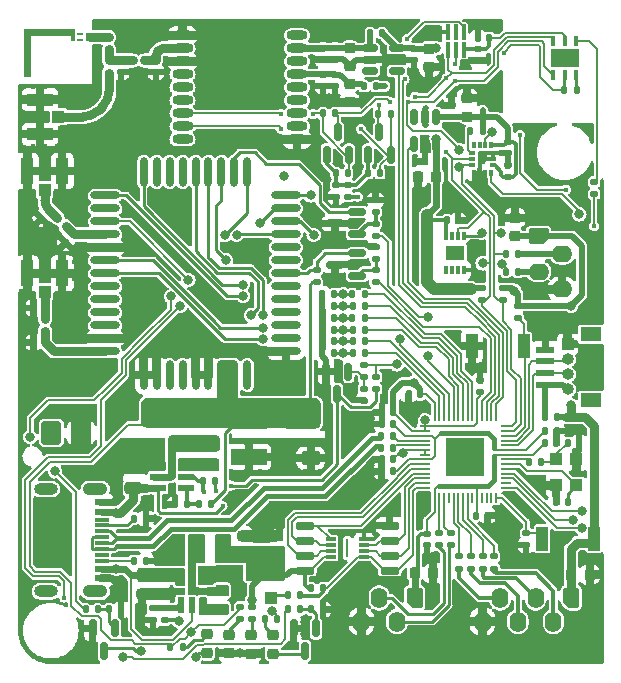
<source format=gbr>
%TF.GenerationSoftware,KiCad,Pcbnew,6.0.11+dfsg-1*%
%TF.CreationDate,2023-11-18T19:22:10+05:30*%
%TF.ProjectId,c3rl-at-cr-beta-2,6333726c-2d61-4742-9d63-722d62657461,rev?*%
%TF.SameCoordinates,Original*%
%TF.FileFunction,Copper,L1,Top*%
%TF.FilePolarity,Positive*%
%FSLAX46Y46*%
G04 Gerber Fmt 4.6, Leading zero omitted, Abs format (unit mm)*
G04 Created by KiCad (PCBNEW 6.0.11+dfsg-1) date 2023-11-18 19:22:10*
%MOMM*%
%LPD*%
G01*
G04 APERTURE LIST*
G04 Aperture macros list*
%AMRoundRect*
0 Rectangle with rounded corners*
0 $1 Rounding radius*
0 $2 $3 $4 $5 $6 $7 $8 $9 X,Y pos of 4 corners*
0 Add a 4 corners polygon primitive as box body*
4,1,4,$2,$3,$4,$5,$6,$7,$8,$9,$2,$3,0*
0 Add four circle primitives for the rounded corners*
1,1,$1+$1,$2,$3*
1,1,$1+$1,$4,$5*
1,1,$1+$1,$6,$7*
1,1,$1+$1,$8,$9*
0 Add four rect primitives between the rounded corners*
20,1,$1+$1,$2,$3,$4,$5,0*
20,1,$1+$1,$4,$5,$6,$7,0*
20,1,$1+$1,$6,$7,$8,$9,0*
20,1,$1+$1,$8,$9,$2,$3,0*%
%AMFreePoly0*
4,1,22,0.145671,0.855970,0.226777,0.801777,0.626777,0.401777,0.680970,0.320671,0.700000,0.225000,0.700000,-0.625000,0.680970,-0.720671,0.626777,-0.801777,0.545671,-0.855970,0.450000,-0.875000,-0.450000,-0.875000,-0.545671,-0.855970,-0.626777,-0.801777,-0.680970,-0.720671,-0.700000,-0.625000,-0.700000,0.625000,-0.680970,0.720671,-0.626777,0.801777,-0.545671,0.855970,-0.450000,0.875000,
0.050000,0.875000,0.145671,0.855970,0.145671,0.855970,$1*%
G04 Aperture macros list end*
%TA.AperFunction,EtchedComponent*%
%ADD10C,0.120000*%
%TD*%
%TA.AperFunction,SMDPad,CuDef*%
%ADD11RoundRect,0.135000X-0.185000X0.135000X-0.185000X-0.135000X0.185000X-0.135000X0.185000X0.135000X0*%
%TD*%
%TA.AperFunction,SMDPad,CuDef*%
%ADD12R,0.406400X0.812800*%
%TD*%
%TA.AperFunction,SMDPad,CuDef*%
%ADD13R,2.489200X1.600200*%
%TD*%
%TA.AperFunction,SMDPad,CuDef*%
%ADD14RoundRect,0.140000X-0.170000X0.140000X-0.170000X-0.140000X0.170000X-0.140000X0.170000X0.140000X0*%
%TD*%
%TA.AperFunction,SMDPad,CuDef*%
%ADD15RoundRect,0.135000X0.135000X0.185000X-0.135000X0.185000X-0.135000X-0.185000X0.135000X-0.185000X0*%
%TD*%
%TA.AperFunction,SMDPad,CuDef*%
%ADD16R,1.000000X2.000000*%
%TD*%
%TA.AperFunction,SMDPad,CuDef*%
%ADD17RoundRect,0.150000X0.587500X0.150000X-0.587500X0.150000X-0.587500X-0.150000X0.587500X-0.150000X0*%
%TD*%
%TA.AperFunction,SMDPad,CuDef*%
%ADD18RoundRect,0.135000X-0.135000X-0.185000X0.135000X-0.185000X0.135000X0.185000X-0.135000X0.185000X0*%
%TD*%
%TA.AperFunction,SMDPad,CuDef*%
%ADD19RoundRect,0.225000X0.225000X0.250000X-0.225000X0.250000X-0.225000X-0.250000X0.225000X-0.250000X0*%
%TD*%
%TA.AperFunction,ComponentPad*%
%ADD20FreePoly0,270.000000*%
%TD*%
%TA.AperFunction,ComponentPad*%
%ADD21O,1.750000X1.400000*%
%TD*%
%TA.AperFunction,SMDPad,CuDef*%
%ADD22RoundRect,0.225000X0.250000X-0.225000X0.250000X0.225000X-0.250000X0.225000X-0.250000X-0.225000X0*%
%TD*%
%TA.AperFunction,SMDPad,CuDef*%
%ADD23RoundRect,0.150000X-0.512500X-0.150000X0.512500X-0.150000X0.512500X0.150000X-0.512500X0.150000X0*%
%TD*%
%TA.AperFunction,SMDPad,CuDef*%
%ADD24RoundRect,0.140000X0.170000X-0.140000X0.170000X0.140000X-0.170000X0.140000X-0.170000X-0.140000X0*%
%TD*%
%TA.AperFunction,SMDPad,CuDef*%
%ADD25RoundRect,0.140000X-0.140000X-0.170000X0.140000X-0.170000X0.140000X0.170000X-0.140000X0.170000X0*%
%TD*%
%TA.AperFunction,SMDPad,CuDef*%
%ADD26RoundRect,0.218750X0.256250X-0.218750X0.256250X0.218750X-0.256250X0.218750X-0.256250X-0.218750X0*%
%TD*%
%TA.AperFunction,SMDPad,CuDef*%
%ADD27RoundRect,0.225000X-0.225000X-0.250000X0.225000X-0.250000X0.225000X0.250000X-0.225000X0.250000X0*%
%TD*%
%TA.AperFunction,SMDPad,CuDef*%
%ADD28RoundRect,0.140000X0.140000X0.170000X-0.140000X0.170000X-0.140000X-0.170000X0.140000X-0.170000X0*%
%TD*%
%TA.AperFunction,SMDPad,CuDef*%
%ADD29R,0.700000X0.600000*%
%TD*%
%TA.AperFunction,SMDPad,CuDef*%
%ADD30R,3.020000X1.340000*%
%TD*%
%TA.AperFunction,SMDPad,CuDef*%
%ADD31RoundRect,0.150000X-0.150000X0.587500X-0.150000X-0.587500X0.150000X-0.587500X0.150000X0.587500X0*%
%TD*%
%TA.AperFunction,SMDPad,CuDef*%
%ADD32RoundRect,0.025600X0.134400X-0.594400X0.134400X0.594400X-0.134400X0.594400X-0.134400X-0.594400X0*%
%TD*%
%TA.AperFunction,SMDPad,CuDef*%
%ADD33R,2.200000X1.200000*%
%TD*%
%TA.AperFunction,SMDPad,CuDef*%
%ADD34RoundRect,0.135000X0.185000X-0.135000X0.185000X0.135000X-0.185000X0.135000X-0.185000X-0.135000X0*%
%TD*%
%TA.AperFunction,ComponentPad*%
%ADD35FreePoly0,180.000000*%
%TD*%
%TA.AperFunction,ComponentPad*%
%ADD36O,1.400000X1.750000*%
%TD*%
%TA.AperFunction,SMDPad,CuDef*%
%ADD37R,1.100000X2.250000*%
%TD*%
%TA.AperFunction,SMDPad,CuDef*%
%ADD38R,1.050000X1.100000*%
%TD*%
%TA.AperFunction,SMDPad,CuDef*%
%ADD39RoundRect,0.147500X-0.172500X0.147500X-0.172500X-0.147500X0.172500X-0.147500X0.172500X0.147500X0*%
%TD*%
%TA.AperFunction,SMDPad,CuDef*%
%ADD40R,0.350000X0.800000*%
%TD*%
%TA.AperFunction,ComponentPad*%
%ADD41C,0.400000*%
%TD*%
%TA.AperFunction,SMDPad,CuDef*%
%ADD42R,0.600000X0.260000*%
%TD*%
%TA.AperFunction,SMDPad,CuDef*%
%ADD43R,1.150000X0.600000*%
%TD*%
%TA.AperFunction,SMDPad,CuDef*%
%ADD44R,1.150000X0.300000*%
%TD*%
%TA.AperFunction,ComponentPad*%
%ADD45O,2.100000X1.050000*%
%TD*%
%TA.AperFunction,ComponentPad*%
%ADD46O,2.000000X1.000000*%
%TD*%
%TA.AperFunction,SMDPad,CuDef*%
%ADD47RoundRect,0.250000X-0.475000X0.250000X-0.475000X-0.250000X0.475000X-0.250000X0.475000X0.250000X0*%
%TD*%
%TA.AperFunction,SMDPad,CuDef*%
%ADD48RoundRect,0.140000X0.021213X-0.219203X0.219203X-0.021213X-0.021213X0.219203X-0.219203X0.021213X0*%
%TD*%
%TA.AperFunction,SMDPad,CuDef*%
%ADD49R,0.200000X0.850000*%
%TD*%
%TA.AperFunction,SMDPad,CuDef*%
%ADD50R,0.850000X0.200000*%
%TD*%
%TA.AperFunction,SMDPad,CuDef*%
%ADD51R,3.200000X3.200000*%
%TD*%
%TA.AperFunction,SMDPad,CuDef*%
%ADD52RoundRect,0.228000X-0.587000X0.342000X-0.587000X-0.342000X0.587000X-0.342000X0.587000X0.342000X0*%
%TD*%
%TA.AperFunction,SMDPad,CuDef*%
%ADD53RoundRect,0.150000X0.650000X0.150000X-0.650000X0.150000X-0.650000X-0.150000X0.650000X-0.150000X0*%
%TD*%
%TA.AperFunction,SMDPad,CuDef*%
%ADD54R,1.000000X1.000000*%
%TD*%
%TA.AperFunction,SMDPad,CuDef*%
%ADD55R,0.980000X1.100000*%
%TD*%
%TA.AperFunction,SMDPad,CuDef*%
%ADD56O,1.800000X0.800000*%
%TD*%
%TA.AperFunction,SMDPad,CuDef*%
%ADD57RoundRect,0.225000X-0.250000X0.225000X-0.250000X-0.225000X0.250000X-0.225000X0.250000X0.225000X0*%
%TD*%
%TA.AperFunction,SMDPad,CuDef*%
%ADD58R,0.300000X0.750000*%
%TD*%
%TA.AperFunction,SMDPad,CuDef*%
%ADD59R,1.500000X1.300000*%
%TD*%
%TA.AperFunction,SMDPad,CuDef*%
%ADD60R,0.900000X0.300000*%
%TD*%
%TA.AperFunction,SMDPad,CuDef*%
%ADD61R,0.250000X1.650000*%
%TD*%
%TA.AperFunction,SMDPad,CuDef*%
%ADD62RoundRect,0.147500X0.147500X0.172500X-0.147500X0.172500X-0.147500X-0.172500X0.147500X-0.172500X0*%
%TD*%
%TA.AperFunction,SMDPad,CuDef*%
%ADD63RoundRect,0.147500X-0.226274X-0.017678X-0.017678X-0.226274X0.226274X0.017678X0.017678X0.226274X0*%
%TD*%
%TA.AperFunction,SMDPad,CuDef*%
%ADD64RoundRect,0.150000X0.150000X-0.587500X0.150000X0.587500X-0.150000X0.587500X-0.150000X-0.587500X0*%
%TD*%
%TA.AperFunction,SMDPad,CuDef*%
%ADD65O,2.500000X0.700000*%
%TD*%
%TA.AperFunction,SMDPad,CuDef*%
%ADD66O,0.700000X2.500000*%
%TD*%
%TA.AperFunction,SMDPad,CuDef*%
%ADD67R,2.250000X1.100000*%
%TD*%
%TA.AperFunction,SMDPad,CuDef*%
%ADD68R,1.100000X1.050000*%
%TD*%
%TA.AperFunction,SMDPad,CuDef*%
%ADD69R,0.590000X1.340000*%
%TD*%
%TA.AperFunction,ComponentPad*%
%ADD70R,1.000000X1.000000*%
%TD*%
%TA.AperFunction,ComponentPad*%
%ADD71O,1.000000X1.000000*%
%TD*%
%TA.AperFunction,SMDPad,CuDef*%
%ADD72R,1.340000X0.590000*%
%TD*%
%TA.AperFunction,SMDPad,CuDef*%
%ADD73R,1.200000X2.200000*%
%TD*%
%TA.AperFunction,SMDPad,CuDef*%
%ADD74R,1.550000X0.600000*%
%TD*%
%TA.AperFunction,SMDPad,CuDef*%
%ADD75R,1.800000X1.200000*%
%TD*%
%TA.AperFunction,ComponentPad*%
%ADD76RoundRect,0.250000X-0.600000X-0.750000X0.600000X-0.750000X0.600000X0.750000X-0.600000X0.750000X0*%
%TD*%
%TA.AperFunction,ComponentPad*%
%ADD77O,1.700000X2.000000*%
%TD*%
%TA.AperFunction,SMDPad,CuDef*%
%ADD78RoundRect,0.150000X-0.150000X0.512500X-0.150000X-0.512500X0.150000X-0.512500X0.150000X0.512500X0*%
%TD*%
%TA.AperFunction,SMDPad,CuDef*%
%ADD79R,0.350000X0.610000*%
%TD*%
%TA.AperFunction,SMDPad,CuDef*%
%ADD80R,0.610000X0.350000*%
%TD*%
%TA.AperFunction,ViaPad*%
%ADD81C,0.450000*%
%TD*%
%TA.AperFunction,ViaPad*%
%ADD82C,0.800000*%
%TD*%
%TA.AperFunction,Conductor*%
%ADD83C,0.200000*%
%TD*%
%TA.AperFunction,Conductor*%
%ADD84C,0.250000*%
%TD*%
%TA.AperFunction,Conductor*%
%ADD85C,1.000000*%
%TD*%
%TA.AperFunction,Conductor*%
%ADD86C,0.500000*%
%TD*%
%TA.AperFunction,Conductor*%
%ADD87C,0.600000*%
%TD*%
%TA.AperFunction,Conductor*%
%ADD88C,0.300000*%
%TD*%
%TA.AperFunction,Conductor*%
%ADD89C,0.400000*%
%TD*%
%TA.AperFunction,Conductor*%
%ADD90C,0.800000*%
%TD*%
%TA.AperFunction,Conductor*%
%ADD91C,0.127000*%
%TD*%
%TA.AperFunction,Conductor*%
%ADD92C,0.450000*%
%TD*%
G04 APERTURE END LIST*
D10*
%TO.C,ANT1*%
X56250000Y-75050000D02*
X52000000Y-75050000D01*
X52000000Y-75050000D02*
X52000000Y-74550000D01*
X52000000Y-74550000D02*
X56250000Y-74550000D01*
X56250000Y-74550000D02*
X56250000Y-75050000D01*
G36*
X56250000Y-75050000D02*
G01*
X52000000Y-75050000D01*
X52000000Y-74550000D01*
X56250000Y-74550000D01*
X56250000Y-75050000D01*
G37*
X52500000Y-74850000D02*
X52000000Y-74850000D01*
X52000000Y-74850000D02*
X52000000Y-78500000D01*
X52000000Y-78500000D02*
X52500000Y-78500000D01*
X52500000Y-78500000D02*
X52500000Y-74850000D01*
G36*
X52500000Y-74850000D02*
G01*
X52000000Y-74850000D01*
X52000000Y-78500000D01*
X52500000Y-78500000D01*
X52500000Y-74850000D01*
G37*
%TD*%
D11*
%TO.P,R1,1*%
%TO.N,/ACT_PIN*%
X94500000Y-117240000D03*
%TO.P,R1,2*%
%TO.N,GND*%
X94500000Y-118260000D03*
%TD*%
D12*
%TO.P,U2,1,SDA*%
%TO.N,/I2C_SDA*%
X96749999Y-78447800D03*
%TO.P,U2,2,GND*%
%TO.N,GND*%
X97750000Y-78447800D03*
%TO.P,U2,3,ADDR*%
%TO.N,Net-(R63-Pad1)*%
X98750001Y-78447800D03*
%TO.P,U2,4,DRDY*%
%TO.N,Net-(R64-Pad2)*%
X98750001Y-75552200D03*
%TO.P,U2,5,VDD*%
%TO.N,/VDD_APDS*%
X97750000Y-75552200D03*
%TO.P,U2,6,SCL*%
%TO.N,/I2C_SCL*%
X96749999Y-75552200D03*
D13*
%TO.P,U2,7,PAD*%
%TO.N,unconnected-(U2-Pad7)*%
X97750000Y-77000000D03*
%TD*%
D14*
%TO.P,C16,1*%
%TO.N,+3V3*%
X86100000Y-117320000D03*
%TO.P,C16,2*%
%TO.N,GND*%
X86100000Y-118280000D03*
%TD*%
D15*
%TO.P,R30,1*%
%TO.N,+4V*%
X67820000Y-114800000D03*
%TO.P,R30,2*%
%TO.N,Net-(R30-Pad2)*%
X66800000Y-114800000D03*
%TD*%
%TO.P,R27,1*%
%TO.N,/RP_UART1_TX*%
X80810000Y-99000497D03*
%TO.P,R27,2*%
%TO.N,/M66_RXD*%
X79790000Y-99000497D03*
%TD*%
D16*
%TO.P,SW2,1,1*%
%TO.N,/RP_RUN*%
X94300000Y-101400000D03*
%TO.P,SW2,2,2*%
%TO.N,GND*%
X89900000Y-101400000D03*
%TD*%
D17*
%TO.P,Q11,1,G*%
%TO.N,Net-(Q11-Pad1)*%
X80187500Y-91950000D03*
%TO.P,Q11,2,S*%
%TO.N,/BC66_RESET*%
X80187500Y-90050000D03*
%TO.P,Q11,3,D*%
%TO.N,GND*%
X78312500Y-91000000D03*
%TD*%
D15*
%TO.P,R45,1*%
%TO.N,Net-(J5-Pad2)*%
X93820000Y-93600000D03*
%TO.P,R45,2*%
%TO.N,/I2C_SDA*%
X92800000Y-93600000D03*
%TD*%
D18*
%TO.P,R61,1*%
%TO.N,+2V8*%
X78365000Y-86750000D03*
%TO.P,R61,2*%
%TO.N,/I2C_SDA_2V8*%
X79385000Y-86750000D03*
%TD*%
D19*
%TO.P,C42,1*%
%TO.N,GND*%
X86625000Y-120650000D03*
%TO.P,C42,2*%
%TO.N,+3V3*%
X85075000Y-120650000D03*
%TD*%
D20*
%TO.P,J5,1,Pin_1*%
%TO.N,+3V3*%
X95550000Y-92100000D03*
D21*
%TO.P,J5,2,Pin_2*%
%TO.N,Net-(J5-Pad2)*%
X97550000Y-93600000D03*
%TO.P,J5,3,Pin_3*%
%TO.N,Net-(J5-Pad3)*%
X95550000Y-95100000D03*
%TO.P,J5,4,Pin_4*%
%TO.N,GND*%
X97550000Y-96600000D03*
%TD*%
D15*
%TO.P,R25,1*%
%TO.N,/RP_UART1_RX*%
X80820000Y-100000497D03*
%TO.P,R25,2*%
%TO.N,/M66_TXD*%
X79800000Y-100000497D03*
%TD*%
D22*
%TO.P,C21,1*%
%TO.N,GND*%
X62000000Y-122375000D03*
%TO.P,C21,2*%
%TO.N,/VIN*%
X62000000Y-120825000D03*
%TD*%
D18*
%TO.P,R48,1*%
%TO.N,+4V*%
X64380000Y-126900000D03*
%TO.P,R48,2*%
%TO.N,Net-(D3-Pad2)*%
X65400000Y-126900000D03*
%TD*%
D23*
%TO.P,U9,1,OUT*%
%TO.N,/LC76_GNSS_VCC*%
X81262500Y-76200000D03*
%TO.P,U9,2,GND*%
%TO.N,GND*%
X81262500Y-77150000D03*
%TO.P,U9,3,~{FLG}*%
%TO.N,unconnected-(U9-Pad3)*%
X81262500Y-78100000D03*
%TO.P,U9,4,EN*%
%TO.N,/MC60_GNSS_ENABLE*%
X83537500Y-78100000D03*
%TO.P,U9,5,IN*%
%TO.N,+3V3*%
X83537500Y-76200000D03*
%TD*%
D24*
%TO.P,C46,1*%
%TO.N,GND*%
X78300000Y-77130000D03*
%TO.P,C46,2*%
%TO.N,/LC76_GNSS_VCC*%
X78300000Y-76170000D03*
%TD*%
D18*
%TO.P,R17,1*%
%TO.N,/AP623_EN*%
X67140000Y-112800000D03*
%TO.P,R17,2*%
%TO.N,/VIN*%
X68160000Y-112800000D03*
%TD*%
D25*
%TO.P,C20,1*%
%TO.N,+3V3*%
X96100000Y-109600000D03*
%TO.P,C20,2*%
%TO.N,GND*%
X97060000Y-109600000D03*
%TD*%
D26*
%TO.P,D3,1,K*%
%TO.N,Net-(D3-Pad1)*%
X67500000Y-127387500D03*
%TO.P,D3,2,A*%
%TO.N,Net-(D3-Pad2)*%
X67500000Y-125812500D03*
%TD*%
D24*
%TO.P,C27,1*%
%TO.N,GND*%
X60200000Y-78180000D03*
%TO.P,C27,2*%
%TO.N,/LC_RF*%
X60200000Y-77220000D03*
%TD*%
D11*
%TO.P,R72,1*%
%TO.N,/AP623_ENABLE*%
X81800000Y-103990000D03*
%TO.P,R72,2*%
%TO.N,/AP623_EN*%
X81800000Y-105010000D03*
%TD*%
D24*
%TO.P,C2,1*%
%TO.N,GND*%
X90450000Y-77235000D03*
%TO.P,C2,2*%
%TO.N,/VDD_APDS*%
X90450000Y-76275000D03*
%TD*%
D27*
%TO.P,C48,1*%
%TO.N,GND*%
X85350000Y-87072500D03*
%TO.P,C48,2*%
%TO.N,+3V3*%
X86900000Y-87072500D03*
%TD*%
D11*
%TO.P,R15,1*%
%TO.N,Net-(R14-Pad2)*%
X62900000Y-123590000D03*
%TO.P,R15,2*%
%TO.N,GND*%
X62900000Y-124610000D03*
%TD*%
%TO.P,R52,1*%
%TO.N,+4V*%
X70300000Y-123490000D03*
%TO.P,R52,2*%
%TO.N,Net-(D6-Pad2)*%
X70300000Y-124510000D03*
%TD*%
D28*
%TO.P,C25,1*%
%TO.N,/M66_RF_ANT*%
X53752350Y-101095000D03*
%TO.P,C25,2*%
%TO.N,GND*%
X52792350Y-101095000D03*
%TD*%
D15*
%TO.P,R47,1*%
%TO.N,+4V*%
X73410000Y-124500000D03*
%TO.P,R47,2*%
%TO.N,Net-(D2-Pad2)*%
X72390000Y-124500000D03*
%TD*%
%TO.P,R42,1*%
%TO.N,Net-(Q5-Pad1)*%
X58210000Y-123700000D03*
%TO.P,R42,2*%
%TO.N,/M66_RFTXMON*%
X57190000Y-123700000D03*
%TD*%
D29*
%TO.P,D5,1,K*%
%TO.N,+3V3*%
X73600000Y-119000000D03*
%TO.P,D5,2,A*%
%TO.N,GND*%
X73600000Y-117600000D03*
%TD*%
D30*
%TO.P,C24,1*%
%TO.N,+4V*%
X71000000Y-107710000D03*
%TO.P,C24,2*%
%TO.N,GND*%
X71000000Y-110790000D03*
%TD*%
D31*
%TO.P,Q4,1,B*%
%TO.N,Net-(Q4-Pad1)*%
X76700000Y-125312500D03*
%TO.P,Q4,2,E*%
%TO.N,GND*%
X74800000Y-125312500D03*
%TO.P,Q4,3,C*%
%TO.N,Net-(D2-Pad1)*%
X75750000Y-127187500D03*
%TD*%
D25*
%TO.P,C17,1*%
%TO.N,+3V3*%
X90270000Y-115750000D03*
%TO.P,C17,2*%
%TO.N,GND*%
X91230000Y-115750000D03*
%TD*%
D15*
%TO.P,R32,1*%
%TO.N,/RP_UART1_CTS*%
X80810000Y-97000000D03*
%TO.P,R32,2*%
%TO.N,/M66_CTS*%
X79790000Y-97000000D03*
%TD*%
D32*
%TO.P,U1,1,SCL*%
%TO.N,/I2C_SCL*%
X87900000Y-76300000D03*
%TO.P,U1,2,SDA*%
%TO.N,/I2C_SDA*%
X88550000Y-76300000D03*
%TO.P,U1,3,VDD*%
%TO.N,/VDD_APDS*%
X89200000Y-76300000D03*
%TO.P,U1,4,INT*%
%TO.N,/APDS_INT*%
X89200000Y-74810000D03*
%TO.P,U1,5*%
%TO.N,N/C*%
X88550000Y-74810000D03*
%TO.P,U1,6,GND*%
%TO.N,GND*%
X87900000Y-74810000D03*
%TD*%
D28*
%TO.P,C14,1*%
%TO.N,+3V3*%
X83230000Y-111000000D03*
%TO.P,C14,2*%
%TO.N,GND*%
X82270000Y-111000000D03*
%TD*%
D11*
%TO.P,R51,1*%
%TO.N,Net-(Q11-Pad1)*%
X81750000Y-91035000D03*
%TO.P,R51,2*%
%TO.N,/CELLULAR_RESET*%
X81750000Y-92055000D03*
%TD*%
D33*
%TO.P,L1,1*%
%TO.N,Net-(C15-Pad1)*%
X65300000Y-109800000D03*
%TO.P,L1,2*%
%TO.N,+4V*%
X65300000Y-107600000D03*
%TD*%
D15*
%TO.P,R69,1*%
%TO.N,/RP_M66_UART0_TX*%
X80835000Y-101000000D03*
%TO.P,R69,2*%
%TO.N,/M66_RXD_AUX*%
X79815000Y-101000000D03*
%TD*%
D34*
%TO.P,R49,1*%
%TO.N,/LC_RF*%
X59190000Y-76270000D03*
%TO.P,R49,2*%
%TO.N,Net-(ANT1-Pad4)*%
X59190000Y-75250000D03*
%TD*%
D11*
%TO.P,R50,1*%
%TO.N,+3V3*%
X71300000Y-123490000D03*
%TO.P,R50,2*%
%TO.N,Net-(D4-Pad2)*%
X71300000Y-124510000D03*
%TD*%
D24*
%TO.P,C52,1*%
%TO.N,GND*%
X77300000Y-79380000D03*
%TO.P,C52,2*%
%TO.N,/LC76_BCKP*%
X77300000Y-78420000D03*
%TD*%
D34*
%TO.P,R73,1*%
%TO.N,Net-(Q11-Pad1)*%
X81750000Y-90055000D03*
%TO.P,R73,2*%
%TO.N,GND*%
X81750000Y-89035000D03*
%TD*%
D31*
%TO.P,Q5,1,B*%
%TO.N,Net-(Q5-Pad1)*%
X59700000Y-125312500D03*
%TO.P,Q5,2,E*%
%TO.N,GND*%
X57800000Y-125312500D03*
%TO.P,Q5,3,C*%
%TO.N,Net-(D3-Pad1)*%
X58750000Y-127187500D03*
%TD*%
%TO.P,Q1,1,G*%
%TO.N,Net-(Q1-Pad1)*%
X79450000Y-103562500D03*
%TO.P,Q1,2,S*%
%TO.N,GND*%
X77550000Y-103562500D03*
%TO.P,Q1,3,D*%
%TO.N,/AP623_EN*%
X78500000Y-105437500D03*
%TD*%
D15*
%TO.P,R36,1*%
%TO.N,/RP_UART1_RTS*%
X80815000Y-97995994D03*
%TO.P,R36,2*%
%TO.N,/M66_RTS*%
X79795000Y-97995994D03*
%TD*%
D18*
%TO.P,R65,1*%
%TO.N,/I2C_SDA_2V8*%
X77290000Y-81700000D03*
%TO.P,R65,2*%
%TO.N,/I2C_SDA*%
X78310000Y-81700000D03*
%TD*%
D28*
%TO.P,C47,1*%
%TO.N,+3V3*%
X86900000Y-85772500D03*
%TO.P,C47,2*%
%TO.N,GND*%
X85940000Y-85772500D03*
%TD*%
D35*
%TO.P,J10,1,Pin_1*%
%TO.N,+3V3*%
X85050000Y-122725000D03*
D36*
%TO.P,J10,2,Pin_2*%
%TO.N,/RP_UART0_RX*%
X83550000Y-124725000D03*
%TO.P,J10,3,Pin_3*%
%TO.N,/RP_UART0_TX*%
X82050000Y-122725000D03*
%TO.P,J10,4,Pin_4*%
%TO.N,GND*%
X80550000Y-124725000D03*
%TD*%
D34*
%TO.P,R34,1*%
%TO.N,/I2C_SCL*%
X90750000Y-97510000D03*
%TO.P,R34,2*%
%TO.N,+3V3*%
X90750000Y-96490000D03*
%TD*%
D37*
%TO.P,J2,1,GND*%
%TO.N,GND*%
X52275000Y-95250000D03*
%TO.P,J2,2,GND*%
X55225000Y-95250000D03*
D38*
%TO.P,J2,3,SIG*%
%TO.N,Net-(C29-Pad2)*%
X53750000Y-96800000D03*
%TD*%
D15*
%TO.P,R33,1*%
%TO.N,/M66_CTS*%
X78250000Y-97000000D03*
%TO.P,R33,2*%
%TO.N,GND*%
X77230000Y-97000000D03*
%TD*%
D11*
%TO.P,R35,1*%
%TO.N,/LC_RF*%
X59190000Y-77220000D03*
%TO.P,R35,2*%
%TO.N,Net-(J4-Pad3)*%
X59190000Y-78240000D03*
%TD*%
D34*
%TO.P,R54,1*%
%TO.N,+3V3*%
X79400000Y-88760000D03*
%TO.P,R54,2*%
%TO.N,+2V8*%
X79400000Y-87740000D03*
%TD*%
D39*
%TO.P,L2,1,1*%
%TO.N,Net-(C29-Pad2)*%
X53752350Y-99150000D03*
%TO.P,L2,2,2*%
%TO.N,/M66_RF_ANT*%
X53752350Y-100120000D03*
%TD*%
D19*
%TO.P,C19,1*%
%TO.N,GND*%
X99875000Y-120750000D03*
%TO.P,C19,2*%
%TO.N,+3V3*%
X98325000Y-120750000D03*
%TD*%
D40*
%TO.P,ANT1,1,RADIATOR_ELECTRODE*%
%TO.N,unconnected-(ANT1-Pad1)*%
X56125000Y-75250000D03*
D41*
%TO.P,ANT1,2*%
%TO.N,N/C*%
X52250000Y-77750000D03*
X52250000Y-74800000D03*
X52250000Y-75700000D03*
X52250000Y-76750000D03*
X55650000Y-74800000D03*
X53400000Y-74800000D03*
X54500000Y-74800000D03*
D40*
%TO.P,ANT1,4,FEED_POINT*%
%TO.N,Net-(ANT1-Pad4)*%
X57375000Y-75250000D03*
D42*
%TO.P,ANT1,D1,DUMMY_PAD_1*%
%TO.N,unconnected-(ANT1-PadD1)*%
X56750000Y-75015000D03*
%TO.P,ANT1,D2,DUMMY_PAD_2*%
%TO.N,unconnected-(ANT1-PadD2)*%
X56750000Y-75485000D03*
%TD*%
D11*
%TO.P,R7,1*%
%TO.N,Net-(IC1-Pad7)*%
X90800000Y-119215000D03*
%TO.P,R7,2*%
%TO.N,/RP_SPI0_CS*%
X90800000Y-120235000D03*
%TD*%
D15*
%TO.P,R70,1*%
%TO.N,/M66_RXD_AUX*%
X78260000Y-101000000D03*
%TO.P,R70,2*%
%TO.N,GND*%
X77240000Y-101000000D03*
%TD*%
D28*
%TO.P,C8,1*%
%TO.N,+3V3*%
X83250000Y-107000000D03*
%TO.P,C8,2*%
%TO.N,GND*%
X82290000Y-107000000D03*
%TD*%
D15*
%TO.P,R39,1*%
%TO.N,GND*%
X62310000Y-119575000D03*
%TO.P,R39,2*%
%TO.N,Net-(J1-PadB5)*%
X61290000Y-119575000D03*
%TD*%
D43*
%TO.P,J1,A1_B12,GND*%
%TO.N,GND*%
X58590000Y-114637500D03*
%TO.P,J1,A4_B9,VBUS*%
%TO.N,/VIN*%
X58590000Y-115437500D03*
D44*
%TO.P,J1,A5,CC1*%
%TO.N,Net-(J1-PadA5)*%
X58590000Y-116587500D03*
%TO.P,J1,A6,DP1*%
%TO.N,/RP_USB_DP*%
X58590000Y-117587500D03*
%TO.P,J1,A7,DN1*%
%TO.N,/RP_USB_DN*%
X58590000Y-118087500D03*
%TO.P,J1,A8,SBU1*%
%TO.N,unconnected-(J1-PadA8)*%
X58590000Y-119087500D03*
D43*
%TO.P,J1,B1_A12,GND*%
%TO.N,GND*%
X58590000Y-121037500D03*
%TO.P,J1,B4_A9,VBUS*%
%TO.N,/VIN*%
X58590000Y-120237500D03*
D44*
%TO.P,J1,B5,CC2*%
%TO.N,Net-(J1-PadB5)*%
X58590000Y-119587500D03*
%TO.P,J1,B6,DP2*%
%TO.N,/RP_USB_DP*%
X58590000Y-118587500D03*
%TO.P,J1,B7,DN2*%
%TO.N,/RP_USB_DN*%
X58590000Y-117087500D03*
%TO.P,J1,B8,SBU2*%
%TO.N,unconnected-(J1-PadB8)*%
X58590000Y-116087500D03*
D45*
%TO.P,J1,S1,SHELL_GND*%
%TO.N,Net-(J1-PadS1)*%
X58015000Y-113517500D03*
D46*
%TO.P,J1,S2,SHELL_GND*%
X53835000Y-113517500D03*
%TO.P,J1,S3,SHELL_GND*%
X53835000Y-122157500D03*
D45*
%TO.P,J1,S4,SHELL_GND*%
X58015000Y-122157500D03*
%TD*%
D34*
%TO.P,R64,1*%
%TO.N,/HDC2021_INT*%
X100250000Y-88510000D03*
%TO.P,R64,2*%
%TO.N,Net-(R64-Pad2)*%
X100250000Y-87490000D03*
%TD*%
D22*
%TO.P,C32,1*%
%TO.N,Net-(C32-Pad1)*%
X68750000Y-123675000D03*
%TO.P,C32,2*%
%TO.N,Net-(C32-Pad2)*%
X68750000Y-122125000D03*
%TD*%
D47*
%TO.P,C23,1*%
%TO.N,+4V*%
X73950000Y-107850000D03*
%TO.P,C23,2*%
%TO.N,GND*%
X73950000Y-109750000D03*
%TD*%
D18*
%TO.P,R62,1*%
%TO.N,+2V8*%
X81090000Y-86750000D03*
%TO.P,R62,2*%
%TO.N,/I2C_SCL_2V8*%
X82110000Y-86750000D03*
%TD*%
D24*
%TO.P,C12,1*%
%TO.N,/VDD_APDS*%
X92950000Y-87047500D03*
%TO.P,C12,2*%
%TO.N,GND*%
X92950000Y-86087500D03*
%TD*%
D11*
%TO.P,R6,1*%
%TO.N,Net-(IC1-Pad6)*%
X89800000Y-119215000D03*
%TO.P,R6,2*%
%TO.N,/RP_SPI0_MISO*%
X89800000Y-120235000D03*
%TD*%
D25*
%TO.P,C4,1*%
%TO.N,+1V1*%
X96120000Y-108600000D03*
%TO.P,C4,2*%
%TO.N,GND*%
X97080000Y-108600000D03*
%TD*%
D15*
%TO.P,R57,1*%
%TO.N,+3V3*%
X97110000Y-107400000D03*
%TO.P,R57,2*%
%TO.N,Net-(J11-Pad4)*%
X96090000Y-107400000D03*
%TD*%
%TO.P,R68,1*%
%TO.N,/M66_TXD_AUX*%
X78250000Y-102000000D03*
%TO.P,R68,2*%
%TO.N,GND*%
X77230000Y-102000000D03*
%TD*%
D11*
%TO.P,R16,1*%
%TO.N,Net-(Q1-Pad1)*%
X80750000Y-105000000D03*
%TO.P,R16,2*%
%TO.N,GND*%
X80750000Y-106020000D03*
%TD*%
D34*
%TO.P,R11,1*%
%TO.N,Net-(Q1-Pad1)*%
X80750000Y-104030000D03*
%TO.P,R11,2*%
%TO.N,/AP623_ENABLE*%
X80750000Y-103010000D03*
%TD*%
D48*
%TO.P,C26,1*%
%TO.N,GND*%
X55507071Y-92614716D03*
%TO.P,C26,2*%
%TO.N,/M66_BT_ANT*%
X56185893Y-91935894D03*
%TD*%
D11*
%TO.P,R60,1*%
%TO.N,+2V8*%
X78400000Y-87740000D03*
%TO.P,R60,2*%
%TO.N,GND*%
X78400000Y-88760000D03*
%TD*%
%TO.P,R20,1*%
%TO.N,Net-(Q2-Pad1)*%
X81750000Y-94980000D03*
%TO.P,R20,2*%
%TO.N,/MC60_PWRKEY_RP*%
X81750000Y-96000000D03*
%TD*%
D18*
%TO.P,R9,1*%
%TO.N,/RP_USB_DP*%
X82240000Y-110000000D03*
%TO.P,R9,2*%
%TO.N,Net-(IC1-Pad47)*%
X83260000Y-110000000D03*
%TD*%
D26*
%TO.P,D2,1,K*%
%TO.N,Net-(D2-Pad1)*%
X73070000Y-127437500D03*
%TO.P,D2,2,A*%
%TO.N,Net-(D2-Pad2)*%
X73070000Y-125862500D03*
%TD*%
D49*
%TO.P,IC1,1,IOVDD_1*%
%TO.N,+3V3*%
X86750000Y-114250000D03*
%TO.P,IC1,2,GPIO0*%
%TO.N,Net-(IC1-Pad2)*%
X87150000Y-114250000D03*
%TO.P,IC1,3,GPIO1*%
%TO.N,Net-(IC1-Pad3)*%
X87550000Y-114250000D03*
%TO.P,IC1,4,GPIO2*%
%TO.N,/ZMOD_INT*%
X87950000Y-114250000D03*
%TO.P,IC1,5,GPIO3*%
%TO.N,Net-(IC1-Pad5)*%
X88350000Y-114250000D03*
%TO.P,IC1,6,GPIO4*%
%TO.N,Net-(IC1-Pad6)*%
X88750000Y-114250000D03*
%TO.P,IC1,7,GPIO5*%
%TO.N,Net-(IC1-Pad7)*%
X89150000Y-114250000D03*
%TO.P,IC1,8,GPIO6*%
%TO.N,Net-(IC1-Pad8)*%
X89550000Y-114250000D03*
%TO.P,IC1,9,GPIO7*%
%TO.N,unconnected-(IC1-Pad9)*%
X89950000Y-114250000D03*
%TO.P,IC1,10,IOVDD_2*%
%TO.N,+3V3*%
X90350000Y-114250000D03*
%TO.P,IC1,11,GPIO8*%
%TO.N,/RP_SPI1_MISO*%
X90750000Y-114250000D03*
%TO.P,IC1,12,GPIO9*%
%TO.N,/RP_SPI1_CS*%
X91150000Y-114250000D03*
%TO.P,IC1,13,GPIO10*%
%TO.N,/ACT_LED*%
X91550000Y-114250000D03*
%TO.P,IC1,14,GPIO11*%
%TO.N,/ACT_PIN*%
X91950000Y-114250000D03*
D50*
%TO.P,IC1,15,GPIO12*%
%TO.N,/HDC2021_INT*%
X92800000Y-113400000D03*
%TO.P,IC1,16,GPIO13*%
%TO.N,unconnected-(IC1-Pad16)*%
X92800000Y-113000000D03*
%TO.P,IC1,17,GPIO14*%
%TO.N,/LSM_INT1*%
X92800000Y-112600000D03*
%TO.P,IC1,18,GPIO15*%
%TO.N,/LSM_INT2*%
X92800000Y-112200000D03*
%TO.P,IC1,19,TESTEN*%
%TO.N,GND*%
X92800000Y-111800000D03*
%TO.P,IC1,20,XIN*%
%TO.N,/RP_XIN*%
X92800000Y-111400000D03*
%TO.P,IC1,21,XOUT*%
%TO.N,/RP_XOUT*%
X92800000Y-111000000D03*
%TO.P,IC1,22,IOVDD_3*%
%TO.N,+3V3*%
X92800000Y-110600000D03*
%TO.P,IC1,23,DVDD_1*%
%TO.N,+1V1*%
X92800000Y-110200000D03*
%TO.P,IC1,24,SWCLK*%
%TO.N,/RP_SWCLK*%
X92800000Y-109800000D03*
%TO.P,IC1,25,SWDIO*%
%TO.N,/RP_SWDIO*%
X92800000Y-109400000D03*
%TO.P,IC1,26,RUN*%
%TO.N,/RP_RUN*%
X92800000Y-109000000D03*
%TO.P,IC1,27,GPIO16*%
%TO.N,/I2C_SDA*%
X92800000Y-108600000D03*
%TO.P,IC1,28,GPIO17*%
%TO.N,/I2C_SCL*%
X92800000Y-108200000D03*
D49*
%TO.P,IC1,29,GPIO18*%
%TO.N,/RP_SENSOR_VDD_1_EN*%
X91950000Y-107350000D03*
%TO.P,IC1,30,GPIO19*%
%TO.N,/APDS_INT*%
X91550000Y-107350000D03*
%TO.P,IC1,31,GPIO20*%
%TO.N,/MC60_GNSS_ENABLE*%
X91150000Y-107350000D03*
%TO.P,IC1,32,GPIO21*%
%TO.N,/MC60_PWRKEY_RP*%
X90750000Y-107350000D03*
%TO.P,IC1,33,IOVDD_4*%
%TO.N,+3V3*%
X90350000Y-107350000D03*
%TO.P,IC1,34,GPIO22*%
%TO.N,/RP_UART1_CTS*%
X89950000Y-107350000D03*
%TO.P,IC1,35,GPIO23*%
%TO.N,/RP_UART1_RTS*%
X89550000Y-107350000D03*
%TO.P,IC1,36,GPIO24*%
%TO.N,/RP_UART1_TX*%
X89150000Y-107350000D03*
%TO.P,IC1,37,GPIO25*%
%TO.N,/RP_UART1_RX*%
X88750000Y-107350000D03*
%TO.P,IC1,38,GPIO26/ADC0*%
%TO.N,/CELLULAR_RESET*%
X88350000Y-107350000D03*
%TO.P,IC1,39,GPIO27/ADC1*%
%TO.N,/AP623_ENABLE*%
X87950000Y-107350000D03*
%TO.P,IC1,40,GPIO28/ADC2*%
%TO.N,/RP_M66_UART0_TX*%
X87550000Y-107350000D03*
%TO.P,IC1,41,GPIO29/ADC3*%
%TO.N,/RP_M66_UART0_RX*%
X87150000Y-107350000D03*
%TO.P,IC1,42,IOVDD_5*%
%TO.N,+3V3*%
X86750000Y-107350000D03*
D50*
%TO.P,IC1,43,ADC_AVDD*%
X85900000Y-108200000D03*
%TO.P,IC1,44,VREG_VIN*%
X85900000Y-108600000D03*
%TO.P,IC1,45,VREG_VOUT*%
%TO.N,+1V1*%
X85900000Y-109000000D03*
%TO.P,IC1,46,USB_DM*%
%TO.N,Net-(IC1-Pad46)*%
X85900000Y-109400000D03*
%TO.P,IC1,47,USB_DP*%
%TO.N,Net-(IC1-Pad47)*%
X85900000Y-109800000D03*
%TO.P,IC1,48,USB_VDD*%
%TO.N,+3V3*%
X85900000Y-110200000D03*
%TO.P,IC1,49,IOVDD_6*%
X85900000Y-110600000D03*
%TO.P,IC1,50,DVDD_2*%
%TO.N,+1V1*%
X85900000Y-111000000D03*
%TO.P,IC1,51,QSPI_SD3*%
%TO.N,/RP_QSPI_SD3*%
X85900000Y-111400000D03*
%TO.P,IC1,52,QSPI_SCLK*%
%TO.N,/RP_QSPI_SCLK*%
X85900000Y-111800000D03*
%TO.P,IC1,53,QSPI_SD0*%
%TO.N,/RP_QSPI_SD0*%
X85900000Y-112200000D03*
%TO.P,IC1,54,QSPI_SD2*%
%TO.N,/RP_QSPI_SD2*%
X85900000Y-112600000D03*
%TO.P,IC1,55,QSPI_SD1*%
%TO.N,/RP_QSPI_SD1*%
X85900000Y-113000000D03*
%TO.P,IC1,56,QSPI_SS_N*%
%TO.N,/RP_QSPI_SS_N*%
X85900000Y-113400000D03*
D51*
%TO.P,IC1,57,GND*%
%TO.N,GND*%
X89350000Y-110800000D03*
%TD*%
D22*
%TO.P,C38,1*%
%TO.N,+3V3*%
X70500000Y-119025000D03*
%TO.P,C38,2*%
%TO.N,GND*%
X70500000Y-117475000D03*
%TD*%
D18*
%TO.P,R29,1*%
%TO.N,Net-(J1-PadA5)*%
X61290000Y-116000000D03*
%TO.P,R29,2*%
%TO.N,GND*%
X62310000Y-116000000D03*
%TD*%
D34*
%TO.P,R21,1*%
%TO.N,Net-(Q2-Pad1)*%
X81750000Y-94000000D03*
%TO.P,R21,2*%
%TO.N,GND*%
X81750000Y-92980000D03*
%TD*%
D17*
%TO.P,Q2,1,G*%
%TO.N,Net-(Q2-Pad1)*%
X80187500Y-95450000D03*
%TO.P,Q2,2,S*%
%TO.N,/M66_PWRKEY*%
X80187500Y-93550000D03*
%TO.P,Q2,3,D*%
%TO.N,GND*%
X78312500Y-94500000D03*
%TD*%
D15*
%TO.P,R13,1*%
%TO.N,/RP_QSPI_SS_N*%
X75380000Y-122450000D03*
%TO.P,R13,2*%
%TO.N,Net-(R13-Pad2)*%
X74360000Y-122450000D03*
%TD*%
%TO.P,R28,1*%
%TO.N,/M66_RXD*%
X78260000Y-99000497D03*
%TO.P,R28,2*%
%TO.N,GND*%
X77240000Y-99000497D03*
%TD*%
D24*
%TO.P,C9,1*%
%TO.N,GND*%
X92950000Y-85042500D03*
%TO.P,C9,2*%
%TO.N,/VDD_APDS*%
X92950000Y-84082500D03*
%TD*%
D15*
%TO.P,R26,1*%
%TO.N,/M66_TXD*%
X78260000Y-100000497D03*
%TO.P,R26,2*%
%TO.N,GND*%
X77240000Y-100000497D03*
%TD*%
D52*
%TO.P,D1,A*%
%TO.N,GND*%
X76250000Y-110890000D03*
%TO.P,D1,C*%
%TO.N,+4V*%
X76250000Y-107610000D03*
%TD*%
D15*
%TO.P,R63,1*%
%TO.N,Net-(R63-Pad1)*%
X98760000Y-79750000D03*
%TO.P,R63,2*%
%TO.N,GND*%
X97740000Y-79750000D03*
%TD*%
D26*
%TO.P,D4,1,K*%
%TO.N,GND*%
X71220000Y-127437500D03*
%TO.P,D4,2,A*%
%TO.N,Net-(D4-Pad2)*%
X71220000Y-125862500D03*
%TD*%
D53*
%TO.P,U7,1,~{CS}*%
%TO.N,/RP_QSPI_SS_N*%
X82950000Y-120405000D03*
%TO.P,U7,2,DO(IO1)*%
%TO.N,/RP_QSPI_SD1*%
X82950000Y-119135000D03*
%TO.P,U7,3,IO2*%
%TO.N,/RP_QSPI_SD2*%
X82950000Y-117865000D03*
%TO.P,U7,4,GND*%
%TO.N,GND*%
X82950000Y-116595000D03*
%TO.P,U7,5,DI(IO0)*%
%TO.N,/RP_QSPI_SD0*%
X75750000Y-116595000D03*
%TO.P,U7,6,CLK*%
%TO.N,/RP_QSPI_SCLK*%
X75750000Y-117865000D03*
%TO.P,U7,7,IO3*%
%TO.N,/RP_QSPI_SD3*%
X75750000Y-119135000D03*
%TO.P,U7,8,VCC*%
%TO.N,+3V3*%
X75750000Y-120405000D03*
%TD*%
D11*
%TO.P,R4,1*%
%TO.N,Net-(IC1-Pad3)*%
X88100000Y-117240000D03*
%TO.P,R4,2*%
%TO.N,/RP_UART0_RX*%
X88100000Y-118260000D03*
%TD*%
D18*
%TO.P,R12,1*%
%TO.N,Net-(R12-Pad1)*%
X89780000Y-83200000D03*
%TO.P,R12,2*%
%TO.N,/VDD_APDS*%
X90800000Y-83200000D03*
%TD*%
D54*
%TO.P,TP1,1,1*%
%TO.N,Net-(R13-Pad2)*%
X72850000Y-122750000D03*
%TD*%
D47*
%TO.P,C7,1*%
%TO.N,GND*%
X61250000Y-111550000D03*
%TO.P,C7,2*%
%TO.N,/VIN*%
X61250000Y-113450000D03*
%TD*%
D26*
%TO.P,D6,1,K*%
%TO.N,GND*%
X69340000Y-127400000D03*
%TO.P,D6,2,A*%
%TO.N,Net-(D6-Pad2)*%
X69340000Y-125825000D03*
%TD*%
D15*
%TO.P,R41,1*%
%TO.N,Net-(Q4-Pad1)*%
X75360000Y-123700000D03*
%TO.P,R41,2*%
%TO.N,/M66_NETLIGHT*%
X74340000Y-123700000D03*
%TD*%
%TO.P,R37,1*%
%TO.N,/M66_RTS*%
X78255000Y-97995994D03*
%TO.P,R37,2*%
%TO.N,GND*%
X77235000Y-97995994D03*
%TD*%
D18*
%TO.P,R19,1*%
%TO.N,/LC76_GNSS_VCC*%
X81290000Y-74900000D03*
%TO.P,R19,2*%
%TO.N,+3V3*%
X82310000Y-74900000D03*
%TD*%
D55*
%TO.P,Y1,1,1*%
%TO.N,Net-(C6-Pad2)*%
X97050000Y-111000000D03*
%TO.P,Y1,2,GND*%
%TO.N,GND*%
X97050000Y-113200000D03*
%TO.P,Y1,3,3*%
%TO.N,/RP_XIN*%
X98750000Y-113200000D03*
%TO.P,Y1,4,GND*%
%TO.N,GND*%
X98750000Y-111000000D03*
%TD*%
D24*
%TO.P,C45,1*%
%TO.N,GND*%
X77300000Y-77130000D03*
%TO.P,C45,2*%
%TO.N,/LC76_GNSS_VCC*%
X77300000Y-76170000D03*
%TD*%
D15*
%TO.P,R31,1*%
%TO.N,Net-(R30-Pad2)*%
X65760000Y-114800000D03*
%TO.P,R31,2*%
%TO.N,GND*%
X64740000Y-114800000D03*
%TD*%
%TO.P,R66,1*%
%TO.N,/I2C_SCL_2V8*%
X83010000Y-81750000D03*
%TO.P,R66,2*%
%TO.N,/I2C_SCL*%
X81990000Y-81750000D03*
%TD*%
D11*
%TO.P,R5,1*%
%TO.N,Net-(IC1-Pad5)*%
X88800000Y-119215000D03*
%TO.P,R5,2*%
%TO.N,/RP_SPI0_MOSI*%
X88800000Y-120235000D03*
%TD*%
D56*
%TO.P,U10,1,GND*%
%TO.N,GND*%
X75100000Y-83900000D03*
%TO.P,U10,2,TXD1*%
%TO.N,/LC_TX*%
X75100000Y-82800000D03*
%TO.P,U10,3,RXD1*%
%TO.N,/LC_RX*%
X75100000Y-81700000D03*
%TO.P,U10,4,1PPS*%
%TO.N,unconnected-(U10-Pad4)*%
X75100000Y-80600000D03*
%TO.P,U10,5,STANDBY*%
%TO.N,/LC_STANDBY*%
X75100000Y-79500000D03*
%TO.P,U10,6,V_BCKP*%
%TO.N,/LC76_BCKP*%
X75100000Y-78400000D03*
%TO.P,U10,7*%
%TO.N,N/C*%
X75100000Y-77300000D03*
%TO.P,U10,8,VCC*%
%TO.N,/LC76_GNSS_VCC*%
X75100000Y-76200000D03*
%TO.P,U10,9,RESET*%
%TO.N,/LC_RESET*%
X75100000Y-75100000D03*
%TO.P,U10,10,GND*%
%TO.N,GND*%
X65400000Y-75100000D03*
%TO.P,U10,11,RF_IN*%
%TO.N,/L76_GNSS_ANT*%
X65400000Y-76200000D03*
%TO.P,U10,12,GND*%
%TO.N,GND*%
X65400000Y-77300000D03*
%TO.P,U10,13,ANTON*%
%TO.N,unconnected-(U10-Pad13)*%
X65400000Y-78400000D03*
%TO.P,U10,14,VCC_RF*%
%TO.N,unconnected-(U10-Pad14)*%
X65400000Y-79500000D03*
%TO.P,U10,15*%
%TO.N,N/C*%
X65400000Y-80600000D03*
%TO.P,U10,16,I2C_SDA*%
%TO.N,/I2C_SDA_2V8*%
X65400000Y-81700000D03*
%TO.P,U10,17,I2C_SCL*%
%TO.N,/I2C_SCL_2V8*%
X65400000Y-82800000D03*
%TO.P,U10,18,FORCE_ON*%
%TO.N,unconnected-(U10-Pad18)*%
X65400000Y-83900000D03*
%TD*%
D37*
%TO.P,J3,1,GND*%
%TO.N,GND*%
X52275000Y-86600000D03*
%TO.P,J3,2,GND*%
X55225000Y-86600000D03*
D38*
%TO.P,J3,3,SIG*%
%TO.N,Net-(C30-Pad2)*%
X53750000Y-88150000D03*
%TD*%
D11*
%TO.P,R3,1*%
%TO.N,Net-(IC1-Pad2)*%
X87100000Y-117240000D03*
%TO.P,R3,2*%
%TO.N,/RP_UART0_TX*%
X87100000Y-118260000D03*
%TD*%
D14*
%TO.P,C49,1*%
%TO.N,GND*%
X88200000Y-81020000D03*
%TO.P,C49,2*%
%TO.N,/VDD_APDS*%
X88200000Y-81980000D03*
%TD*%
D22*
%TO.P,C34,1*%
%TO.N,+3V3*%
X72100000Y-119025000D03*
%TO.P,C34,2*%
%TO.N,GND*%
X72100000Y-117475000D03*
%TD*%
D15*
%TO.P,R44,1*%
%TO.N,GND*%
X60210000Y-123700000D03*
%TO.P,R44,2*%
%TO.N,Net-(Q5-Pad1)*%
X59190000Y-123700000D03*
%TD*%
%TO.P,R67,1*%
%TO.N,/RP_M66_UART0_RX*%
X80825000Y-102000000D03*
%TO.P,R67,2*%
%TO.N,/M66_TXD_AUX*%
X79805000Y-102000000D03*
%TD*%
D11*
%TO.P,R24,1*%
%TO.N,/M66_PWRKEY*%
X76750000Y-94990000D03*
%TO.P,R24,2*%
%TO.N,+4V*%
X76750000Y-96010000D03*
%TD*%
D24*
%TO.P,C53,1*%
%TO.N,GND*%
X78300000Y-79380000D03*
%TO.P,C53,2*%
%TO.N,/LC76_BCKP*%
X78300000Y-78420000D03*
%TD*%
D28*
%TO.P,C5,1*%
%TO.N,+1V1*%
X83245000Y-108000000D03*
%TO.P,C5,2*%
%TO.N,GND*%
X82285000Y-108000000D03*
%TD*%
D57*
%TO.P,C28,1*%
%TO.N,/LC76_GNSS_VCC*%
X79550000Y-76175000D03*
%TO.P,C28,2*%
%TO.N,GND*%
X79550000Y-77725000D03*
%TD*%
D58*
%TO.P,U8,1*%
%TO.N,N/C*%
X87750000Y-94950000D03*
%TO.P,U8,2*%
X88250000Y-94950000D03*
%TO.P,U8,3*%
X88750000Y-94950000D03*
%TO.P,U8,4,GND*%
%TO.N,GND*%
X89250000Y-94950000D03*
%TO.P,U8,5,SDA*%
%TO.N,/I2C_SDA*%
X89250000Y-92050000D03*
%TO.P,U8,6,SCL*%
%TO.N,/I2C_SCL*%
X88750000Y-92050000D03*
%TO.P,U8,7*%
%TO.N,N/C*%
X88250000Y-92050000D03*
%TO.P,U8,8,VCC*%
%TO.N,+3V3*%
X87750000Y-92050000D03*
D59*
%TO.P,U8,9,EP*%
%TO.N,unconnected-(U8-Pad9)*%
X88500000Y-93500000D03*
%TD*%
D60*
%TO.P,IC2,1,~{CS}*%
%TO.N,/RP_QSPI_SS_N*%
X80750000Y-119250000D03*
%TO.P,IC2,2,DO(IO1)*%
%TO.N,/RP_QSPI_SD1*%
X80750000Y-118750000D03*
%TO.P,IC2,3,IO2*%
%TO.N,/RP_QSPI_SD2*%
X80750000Y-118250000D03*
%TO.P,IC2,4,GND*%
%TO.N,GND*%
X80750000Y-117750000D03*
%TO.P,IC2,5,DI(IO0)*%
%TO.N,/RP_QSPI_SD0*%
X77950000Y-117750000D03*
%TO.P,IC2,6,CLK*%
%TO.N,/RP_QSPI_SCLK*%
X77950000Y-118250000D03*
%TO.P,IC2,7,IO3*%
%TO.N,/RP_QSPI_SD3*%
X77950000Y-118750000D03*
%TO.P,IC2,8,VCC*%
%TO.N,+3V3*%
X77950000Y-119250000D03*
D61*
%TO.P,IC2,9,EP*%
%TO.N,unconnected-(IC2-Pad9)*%
X79350000Y-118500000D03*
%TD*%
D22*
%TO.P,C18,1*%
%TO.N,GND*%
X63600000Y-122375000D03*
%TO.P,C18,2*%
%TO.N,/VIN*%
X63600000Y-120825000D03*
%TD*%
D34*
%TO.P,R38,1*%
%TO.N,/I2C_SDA*%
X92500000Y-97510000D03*
%TO.P,R38,2*%
%TO.N,+3V3*%
X92500000Y-96490000D03*
%TD*%
D62*
%TO.P,L4,1,1*%
%TO.N,/L76_GNSS_ANT*%
X62160000Y-77220000D03*
%TO.P,L4,2,2*%
%TO.N,/LC_RF*%
X61190000Y-77220000D03*
%TD*%
D63*
%TO.P,L3,1,1*%
%TO.N,Net-(C30-Pad2)*%
X54814106Y-90564106D03*
%TO.P,L3,2,2*%
%TO.N,/M66_BT_ANT*%
X55500000Y-91250000D03*
%TD*%
D15*
%TO.P,R43,1*%
%TO.N,GND*%
X77310000Y-123700000D03*
%TO.P,R43,2*%
%TO.N,Net-(Q4-Pad1)*%
X76290000Y-123700000D03*
%TD*%
D64*
%TO.P,Q7,1,G*%
%TO.N,+2V8*%
X77600000Y-85187500D03*
%TO.P,Q7,2,S*%
%TO.N,/I2C_SDA_2V8*%
X79500000Y-85187500D03*
%TO.P,Q7,3,D*%
%TO.N,/I2C_SDA*%
X78550000Y-83312500D03*
%TD*%
D15*
%TO.P,R18,1*%
%TO.N,Net-(C6-Pad2)*%
X95760000Y-111250000D03*
%TO.P,R18,2*%
%TO.N,/RP_XOUT*%
X94740000Y-111250000D03*
%TD*%
D24*
%TO.P,C31,1*%
%TO.N,GND*%
X63150000Y-78180000D03*
%TO.P,C31,2*%
%TO.N,/L76_GNSS_ANT*%
X63150000Y-77220000D03*
%TD*%
D34*
%TO.P,R14,1*%
%TO.N,+3V3*%
X63900000Y-124610000D03*
%TO.P,R14,2*%
%TO.N,Net-(R14-Pad2)*%
X63900000Y-123590000D03*
%TD*%
D28*
%TO.P,C6,1*%
%TO.N,GND*%
X98980000Y-109600000D03*
%TO.P,C6,2*%
%TO.N,Net-(C6-Pad2)*%
X98020000Y-109600000D03*
%TD*%
D35*
%TO.P,J9,1,Pin_1*%
%TO.N,+3V3*%
X98300000Y-122725000D03*
D36*
%TO.P,J9,2,Pin_2*%
%TO.N,/RP_SPI0_CLK*%
X96800000Y-124725000D03*
%TO.P,J9,3,Pin_3*%
%TO.N,/RP_SPI0_CS*%
X95300000Y-122725000D03*
%TO.P,J9,4,Pin_4*%
%TO.N,/RP_SPI0_MISO*%
X93800000Y-124725000D03*
%TO.P,J9,5,Pin_5*%
%TO.N,/RP_SPI0_MOSI*%
X92300000Y-122725000D03*
%TO.P,J9,6,Pin_6*%
%TO.N,GND*%
X90800000Y-124725000D03*
%TD*%
D24*
%TO.P,C10,1*%
%TO.N,+3V3*%
X90600000Y-105250000D03*
%TO.P,C10,2*%
%TO.N,GND*%
X90600000Y-104290000D03*
%TD*%
D47*
%TO.P,C15,1*%
%TO.N,Net-(C15-Pad1)*%
X67700000Y-109550000D03*
%TO.P,C15,2*%
%TO.N,Net-(C15-Pad2)*%
X67700000Y-111450000D03*
%TD*%
D57*
%TO.P,C33,1*%
%TO.N,GND*%
X93550000Y-90550000D03*
%TO.P,C33,2*%
%TO.N,+3V3*%
X93550000Y-92100000D03*
%TD*%
D15*
%TO.P,R22,1*%
%TO.N,+3V3*%
X81810000Y-79400000D03*
%TO.P,R22,2*%
%TO.N,/LC76_BCKP*%
X80790000Y-79400000D03*
%TD*%
D65*
%TO.P,U5,1,AGND*%
%TO.N,GND*%
X74150000Y-101850000D03*
%TO.P,U5,2,SPK2P*%
%TO.N,unconnected-(U5-Pad2)*%
X74150000Y-100750000D03*
%TO.P,U5,3,MICP*%
%TO.N,unconnected-(U5-Pad3)*%
X74150000Y-99650000D03*
%TO.P,U5,4,MICN*%
%TO.N,unconnected-(U5-Pad4)*%
X74150000Y-98550000D03*
%TO.P,U5,5,SPK1P*%
%TO.N,unconnected-(U5-Pad5)*%
X74150000Y-97450000D03*
%TO.P,U5,6,SPK1N*%
%TO.N,unconnected-(U5-Pad6)*%
X74150000Y-96350000D03*
%TO.P,U5,7,PWRKEY*%
%TO.N,/M66_PWRKEY*%
X74150000Y-95250000D03*
%TO.P,U5,8,AVDD*%
%TO.N,unconnected-(U5-Pad8)*%
X74150000Y-94150000D03*
%TO.P,U5,9,ADC0*%
%TO.N,unconnected-(U5-Pad9)*%
X74150000Y-93050000D03*
%TO.P,U5,10,SIM_GND*%
%TO.N,/M66_SIM_GND*%
X74150000Y-91950000D03*
%TO.P,U5,11,SIM_DATA*%
%TO.N,/M66_SIM1_DATA*%
X74150000Y-90850000D03*
%TO.P,U5,12,SIM_RST*%
%TO.N,/M66_SIM1_RST*%
X74150000Y-89750000D03*
%TO.P,U5,13,SIM_CLK*%
%TO.N,/M66_SIM1_CLK*%
X74150000Y-88650000D03*
D66*
%TO.P,U5,14,SIM_VDD*%
%TO.N,/M66_SIM1_VDD*%
X70900000Y-86650000D03*
%TO.P,U5,15,RESET*%
%TO.N,/BC66_RESET*%
X69800000Y-86650000D03*
%TO.P,U5,16,NETLIGHT*%
%TO.N,/M66_NETLIGHT*%
X68700000Y-86650000D03*
%TO.P,U5,17,TXD*%
%TO.N,/M66_TXD*%
X67600000Y-86650000D03*
%TO.P,U5,18,RXD*%
%TO.N,/M66_RXD*%
X66500000Y-86650000D03*
%TO.P,U5,19,DTR*%
%TO.N,/M66_DTR*%
X65400000Y-86650000D03*
%TO.P,U5,20,RI*%
%TO.N,/M66_RI*%
X64300000Y-86650000D03*
%TO.P,U5,21,DCD*%
%TO.N,/M66_DCD*%
X63200000Y-86650000D03*
%TO.P,U5,22,CTS*%
%TO.N,/M66_CTS*%
X62100000Y-86650000D03*
D65*
%TO.P,U5,23,RTS*%
%TO.N,/M66_RTS*%
X58850000Y-88650000D03*
%TO.P,U5,24,VDD_EXT*%
%TO.N,unconnected-(U5-Pad24)*%
X58850000Y-89750000D03*
%TO.P,U5,25,RFTXMON*%
%TO.N,/M66_RFTXMON*%
X58850000Y-90850000D03*
%TO.P,U5,26,BT_ANT*%
%TO.N,/M66_BT_ANT*%
X58850000Y-91950000D03*
%TO.P,U5,27,GND*%
%TO.N,GND*%
X58850000Y-93050000D03*
%TO.P,U5,28,RXD_AUX*%
%TO.N,/M66_RXD_AUX*%
X58850000Y-94150000D03*
%TO.P,U5,29,TXD_AUX*%
%TO.N,/M66_TXD_AUX*%
X58850000Y-95250000D03*
%TO.P,U5,30,PCM_CLK*%
%TO.N,unconnected-(U5-Pad30)*%
X58850000Y-96350000D03*
%TO.P,U5,31,PCM_SYNC*%
%TO.N,unconnected-(U5-Pad31)*%
X58850000Y-97450000D03*
%TO.P,U5,32,PCM_IN*%
%TO.N,unconnected-(U5-Pad32)*%
X58850000Y-98550000D03*
%TO.P,U5,33,PCM_OUT*%
%TO.N,unconnected-(U5-Pad33)*%
X58850000Y-99650000D03*
%TO.P,U5,34,GND*%
%TO.N,GND*%
X58850000Y-100750000D03*
%TO.P,U5,35,RF_ANT*%
%TO.N,/M66_RF_ANT*%
X58850000Y-101850000D03*
D66*
%TO.P,U5,36,GND*%
%TO.N,GND*%
X62100000Y-103850000D03*
%TO.P,U5,37,GND*%
X63200000Y-103850000D03*
%TO.P,U5,38,DBG_RXD*%
%TO.N,/M66_DBG_RXD*%
X64300000Y-103850000D03*
%TO.P,U5,39,DBG_TXD*%
%TO.N,/M66_DBG_TXD*%
X65400000Y-103850000D03*
%TO.P,U5,40,GND*%
%TO.N,GND*%
X66500000Y-103850000D03*
%TO.P,U5,41,GND*%
X67600000Y-103850000D03*
%TO.P,U5,42,VBAT*%
%TO.N,+4V*%
X68700000Y-103850000D03*
%TO.P,U5,43,VBAT*%
X69800000Y-103850000D03*
%TO.P,U5,44,VRTC*%
%TO.N,unconnected-(U5-Pad44)*%
X70900000Y-103850000D03*
%TD*%
D18*
%TO.P,R10,1*%
%TO.N,/RP_USB_DN*%
X82240000Y-109000000D03*
%TO.P,R10,2*%
%TO.N,Net-(IC1-Pad46)*%
X83260000Y-109000000D03*
%TD*%
D15*
%TO.P,R71,1*%
%TO.N,/RP_QSPI_SS_N*%
X77310000Y-121900000D03*
%TO.P,R71,2*%
%TO.N,+3V3*%
X76290000Y-121900000D03*
%TD*%
D34*
%TO.P,R2,1*%
%TO.N,/RP_RUN*%
X93800000Y-99010000D03*
%TO.P,R2,2*%
%TO.N,+3V3*%
X93800000Y-97990000D03*
%TD*%
D28*
%TO.P,C3,1*%
%TO.N,+1V1*%
X83230000Y-112000000D03*
%TO.P,C3,2*%
%TO.N,GND*%
X82270000Y-112000000D03*
%TD*%
D67*
%TO.P,J4,1,GND*%
%TO.N,GND*%
X53350000Y-83475000D03*
%TO.P,J4,2,GND*%
X53350000Y-80525000D03*
D68*
%TO.P,J4,3,SIG*%
%TO.N,Net-(J4-Pad3)*%
X54900000Y-82000000D03*
%TD*%
D28*
%TO.P,C13,1*%
%TO.N,+3V3*%
X85500000Y-105500000D03*
%TO.P,C13,2*%
%TO.N,GND*%
X84540000Y-105500000D03*
%TD*%
D69*
%TO.P,U6,1,GND*%
%TO.N,GND*%
X67130000Y-120980000D03*
%TO.P,U6,2,SW*%
%TO.N,Net-(C32-Pad2)*%
X66180000Y-120980000D03*
%TO.P,U6,3,VIN*%
%TO.N,/VIN*%
X65230000Y-120980000D03*
%TO.P,U6,4,FB*%
%TO.N,Net-(R14-Pad2)*%
X65230000Y-123360000D03*
%TO.P,U6,5,EN*%
%TO.N,/VIN*%
X66180000Y-123360000D03*
%TO.P,U6,6,BST*%
%TO.N,Net-(C32-Pad1)*%
X67130000Y-123360000D03*
%TD*%
D70*
%TO.P,J11,1,Pin_1*%
%TO.N,GND*%
X98000000Y-101250000D03*
D71*
%TO.P,J11,2,Pin_2*%
%TO.N,/RP_SWDIO*%
X98000000Y-102520000D03*
%TO.P,J11,3,Pin_3*%
%TO.N,/RP_SWCLK*%
X98000000Y-103790000D03*
%TO.P,J11,4,Pin_4*%
%TO.N,Net-(J11-Pad4)*%
X98000000Y-105060000D03*
%TD*%
D47*
%TO.P,C22,1*%
%TO.N,+4V*%
X62800000Y-107750000D03*
%TO.P,C22,2*%
%TO.N,GND*%
X62800000Y-109650000D03*
%TD*%
D14*
%TO.P,C43,1*%
%TO.N,+3V3*%
X85000000Y-76220000D03*
%TO.P,C43,2*%
%TO.N,GND*%
X85000000Y-77180000D03*
%TD*%
D72*
%TO.P,U4,1,GND*%
%TO.N,GND*%
X63310000Y-111550000D03*
%TO.P,U4,2,SW*%
%TO.N,Net-(C15-Pad1)*%
X63310000Y-112500000D03*
%TO.P,U4,3,VIN*%
%TO.N,/VIN*%
X63310000Y-113450000D03*
%TO.P,U4,4,FB*%
%TO.N,Net-(R30-Pad2)*%
X65690000Y-113450000D03*
%TO.P,U4,5,EN*%
%TO.N,/AP623_EN*%
X65690000Y-112500000D03*
%TO.P,U4,6,BST*%
%TO.N,Net-(C15-Pad2)*%
X65690000Y-111550000D03*
%TD*%
D22*
%TO.P,C44,1*%
%TO.N,GND*%
X86300000Y-77775000D03*
%TO.P,C44,2*%
%TO.N,+3V3*%
X86300000Y-76225000D03*
%TD*%
D25*
%TO.P,C1,1*%
%TO.N,GND*%
X90420000Y-75300000D03*
%TO.P,C1,2*%
%TO.N,/VDD_APDS*%
X91380000Y-75300000D03*
%TD*%
%TO.P,C29,1*%
%TO.N,GND*%
X52790000Y-98175000D03*
%TO.P,C29,2*%
%TO.N,Net-(C29-Pad2)*%
X53750000Y-98175000D03*
%TD*%
D15*
%TO.P,R46,1*%
%TO.N,Net-(J5-Pad3)*%
X93810000Y-95100000D03*
%TO.P,R46,2*%
%TO.N,/I2C_SCL*%
X92790000Y-95100000D03*
%TD*%
D25*
%TO.P,C11,1*%
%TO.N,GND*%
X97040000Y-114600000D03*
%TO.P,C11,2*%
%TO.N,/RP_XIN*%
X98000000Y-114600000D03*
%TD*%
D48*
%TO.P,C30,1*%
%TO.N,GND*%
X53449390Y-90557035D03*
%TO.P,C30,2*%
%TO.N,Net-(C30-Pad2)*%
X54128212Y-89878213D03*
%TD*%
D73*
%TO.P,L5,1*%
%TO.N,Net-(C32-Pad2)*%
X66600000Y-118600000D03*
%TO.P,L5,2*%
%TO.N,+3V3*%
X68800000Y-118600000D03*
%TD*%
D74*
%TO.P,J8,1,1*%
%TO.N,Net-(J11-Pad4)*%
X96100000Y-104700000D03*
%TO.P,J8,2,2*%
%TO.N,/RP_SWCLK*%
X96100000Y-103700000D03*
%TO.P,J8,3,3*%
%TO.N,/RP_SWDIO*%
X96100000Y-102700000D03*
%TO.P,J8,4,4*%
%TO.N,GND*%
X96100000Y-101700000D03*
D75*
%TO.P,J8,S1,SHIELD*%
%TO.N,Net-(J8-PadS1)*%
X99975000Y-106000000D03*
%TO.P,J8,S2,SHIELD*%
X99975000Y-100400000D03*
%TD*%
D16*
%TO.P,SW1,1,1*%
%TO.N,/ACT_PIN*%
X95850000Y-117700000D03*
%TO.P,SW1,2,2*%
%TO.N,+3V3*%
X100250000Y-117700000D03*
%TD*%
D76*
%TO.P,J12,1,Pin_1*%
%TO.N,/VIN*%
X54300000Y-108750000D03*
D77*
%TO.P,J12,2,Pin_2*%
%TO.N,GND*%
X56800000Y-108750000D03*
%TD*%
D78*
%TO.P,U11,1,OUT*%
%TO.N,/VDD_APDS*%
X86900000Y-82025000D03*
%TO.P,U11,2,GND*%
%TO.N,GND*%
X85950000Y-82025000D03*
%TO.P,U11,3,~{FLG}*%
%TO.N,unconnected-(U11-Pad3)*%
X85000000Y-82025000D03*
%TO.P,U11,4,EN*%
%TO.N,/RP_SENSOR_VDD_1_EN*%
X85000000Y-84300000D03*
%TO.P,U11,5,IN*%
%TO.N,+3V3*%
X86900000Y-84300000D03*
%TD*%
D11*
%TO.P,R8,1*%
%TO.N,Net-(IC1-Pad8)*%
X91800000Y-119215000D03*
%TO.P,R8,2*%
%TO.N,/RP_SPI0_CLK*%
X91800000Y-120235000D03*
%TD*%
D28*
%TO.P,C35,1*%
%TO.N,GND*%
X88730000Y-90750000D03*
%TO.P,C35,2*%
%TO.N,+3V3*%
X87770000Y-90750000D03*
%TD*%
D79*
%TO.P,U3,1,SDO/SA0*%
%TO.N,GND*%
X90050000Y-86727500D03*
%TO.P,U3,2,SDX*%
X90550000Y-86727500D03*
%TO.P,U3,3,SCX*%
X91050000Y-86727500D03*
%TO.P,U3,4,INT1*%
%TO.N,/LSM_INT1*%
X91550000Y-86727500D03*
D80*
%TO.P,U3,5,VDDIO*%
%TO.N,/VDD_APDS*%
X91710000Y-86067500D03*
%TO.P,U3,6,GND*%
%TO.N,GND*%
X91710000Y-85567500D03*
%TO.P,U3,7,GND*%
X91710000Y-85067500D03*
D79*
%TO.P,U3,8,VDD*%
%TO.N,/VDD_APDS*%
X91550000Y-84407500D03*
%TO.P,U3,9,INT2*%
%TO.N,/LSM_INT2*%
X91050000Y-84407500D03*
%TO.P,U3,10,OCS_AUX*%
%TO.N,unconnected-(U3-Pad10)*%
X90550000Y-84407500D03*
%TO.P,U3,11,SDO_AUX*%
%TO.N,unconnected-(U3-Pad11)*%
X90050000Y-84407500D03*
D80*
%TO.P,U3,12,CS*%
%TO.N,Net-(R12-Pad1)*%
X89890000Y-85067500D03*
%TO.P,U3,13,SCL*%
%TO.N,/I2C_SCL*%
X89890000Y-85567500D03*
%TO.P,U3,14,SDA*%
%TO.N,/I2C_SDA*%
X89890000Y-86067500D03*
%TD*%
D22*
%TO.P,C50,1*%
%TO.N,/VDD_APDS*%
X89500000Y-81975000D03*
%TO.P,C50,2*%
%TO.N,GND*%
X89500000Y-80425000D03*
%TD*%
D64*
%TO.P,Q8,1,G*%
%TO.N,+2V8*%
X81110000Y-85187500D03*
%TO.P,Q8,2,S*%
%TO.N,/I2C_SCL_2V8*%
X83010000Y-85187500D03*
%TO.P,Q8,3,D*%
%TO.N,/I2C_SCL*%
X82060000Y-83312500D03*
%TD*%
D57*
%TO.P,C51,1*%
%TO.N,/LC76_BCKP*%
X79550000Y-79225000D03*
%TO.P,C51,2*%
%TO.N,GND*%
X79550000Y-80775000D03*
%TD*%
D81*
%TO.N,/M66_NETLIGHT*%
X55400000Y-122700000D03*
%TO.N,GND*%
X57750000Y-126500000D03*
X69250000Y-114250000D03*
%TO.N,/AP623_EN*%
X69499500Y-113206119D03*
%TO.N,GND*%
X78750000Y-123250000D03*
X56250000Y-99750000D03*
X63000000Y-116000000D03*
X56250000Y-94250000D03*
X92500000Y-128000000D03*
X67000000Y-81000000D03*
D82*
X60800000Y-97700000D03*
D81*
X60500000Y-93000000D03*
X100750000Y-123250000D03*
X76750000Y-83500000D03*
X70000000Y-122500000D03*
X91750000Y-89250000D03*
D82*
X90250000Y-111500000D03*
D81*
X61250000Y-106000000D03*
X80500000Y-119800000D03*
X75000000Y-115000000D03*
X92642747Y-76618247D03*
X67000000Y-75000000D03*
X83500000Y-114500000D03*
D82*
X98250000Y-108500000D03*
X77000000Y-127400000D03*
D81*
X53750000Y-112500000D03*
X76500000Y-80750000D03*
X65250000Y-117750000D03*
X81000000Y-121750000D03*
X71250000Y-116500000D03*
X85000000Y-78700000D03*
X81000000Y-87750000D03*
X100750000Y-120500000D03*
X64250000Y-74000000D03*
X55000000Y-98750000D03*
X54750000Y-93250000D03*
X98250000Y-95000000D03*
X73000000Y-79000000D03*
X64000000Y-100000000D03*
X71000000Y-77000000D03*
X90500000Y-128000000D03*
X69000000Y-74000000D03*
X79500000Y-82250000D03*
X56750000Y-103750000D03*
X53750000Y-84500000D03*
X71750000Y-105250000D03*
X82500000Y-78500000D03*
X79500000Y-84000000D03*
X62500000Y-80250000D03*
D82*
X63000000Y-96100000D03*
D81*
X52750000Y-90250000D03*
X69500000Y-112000000D03*
X100750000Y-126250000D03*
X59750000Y-87250000D03*
X71000000Y-74000000D03*
X70000000Y-101500000D03*
X73000000Y-75000000D03*
X55750000Y-117000000D03*
X56000000Y-79500000D03*
X77750000Y-80750000D03*
X67750000Y-121000000D03*
X59250000Y-106000000D03*
X78500000Y-104250000D03*
D82*
X75750000Y-124750000D03*
D81*
X57250000Y-97000000D03*
X73750000Y-116500000D03*
X57000000Y-88250000D03*
X71000000Y-109750000D03*
X84500000Y-128000000D03*
X57000000Y-89250000D03*
X56000000Y-88250000D03*
X51750000Y-80750000D03*
X80750000Y-117250000D03*
X52750000Y-103750000D03*
X82500000Y-128000000D03*
D82*
X59800000Y-121300000D03*
D81*
X79000000Y-89500000D03*
D82*
X99250000Y-108500000D03*
D81*
X73750000Y-103000000D03*
X80800000Y-94300000D03*
X100750000Y-128000000D03*
X52750000Y-99750000D03*
X65750000Y-88250000D03*
X75750000Y-112000000D03*
X73000000Y-77000000D03*
X91250000Y-77250000D03*
X83750000Y-122500000D03*
X58000000Y-77250000D03*
X78750000Y-124750000D03*
X52750000Y-104750000D03*
X62500000Y-83250000D03*
X70750000Y-112000000D03*
X55750000Y-83250000D03*
D82*
X70300000Y-127400000D03*
D81*
X61750000Y-74000000D03*
X60500000Y-124750000D03*
X70000000Y-121000000D03*
X51750000Y-123250000D03*
D82*
X73000000Y-84000000D03*
D81*
X51750000Y-105750000D03*
X52750000Y-105750000D03*
X78250000Y-92000000D03*
X57000000Y-84500000D03*
X64000000Y-82250000D03*
X61750000Y-109500000D03*
X93000000Y-123750000D03*
X77750000Y-107750000D03*
X60250000Y-112250000D03*
X78250000Y-93000000D03*
X54750000Y-103750000D03*
X80000000Y-104750000D03*
X62750000Y-114500000D03*
X95250000Y-116000000D03*
X75500000Y-103000000D03*
X64000000Y-84250000D03*
D82*
X61900000Y-123600000D03*
D81*
X100750000Y-124750000D03*
X57000000Y-86250000D03*
X57750000Y-104750000D03*
X59250000Y-108500000D03*
X51750000Y-100750000D03*
X91750000Y-74250000D03*
X86900000Y-121750000D03*
X51750000Y-104750000D03*
X69000000Y-93000000D03*
X56750000Y-104750000D03*
X52750000Y-79500000D03*
X62250000Y-115250000D03*
X51750000Y-96750000D03*
X71000000Y-75000000D03*
X61250000Y-107500000D03*
X53750000Y-91250000D03*
X56750000Y-128000000D03*
X54750000Y-92250000D03*
X72500000Y-95250000D03*
X51750000Y-93250000D03*
X65250000Y-119500000D03*
X78750000Y-80750000D03*
X85100000Y-95700000D03*
X51750000Y-91250000D03*
X98500000Y-128000000D03*
X57250000Y-79500000D03*
X51750000Y-92250000D03*
X62500000Y-84500000D03*
D82*
X88500000Y-111500000D03*
D81*
X84250000Y-103750000D03*
X88500000Y-128000000D03*
X57000000Y-87250000D03*
X64000000Y-77250000D03*
D82*
X90800000Y-85500000D03*
X95700000Y-113200000D03*
D81*
X63000000Y-119500000D03*
X92750000Y-116750000D03*
X53750000Y-92250000D03*
X78750000Y-126250000D03*
X57250000Y-93250000D03*
X85800000Y-114000000D03*
X80000000Y-112750000D03*
X54750000Y-79500000D03*
X90500000Y-74250000D03*
X83750000Y-77250000D03*
X58500000Y-86250000D03*
X60250000Y-109500000D03*
X58000000Y-74000000D03*
X82500000Y-77250000D03*
X57250000Y-81000000D03*
X59750000Y-82250000D03*
X63000000Y-74000000D03*
X68500000Y-120250000D03*
X91000000Y-80000000D03*
X98000000Y-99250000D03*
X80000000Y-74000000D03*
D82*
X59750000Y-122250000D03*
D81*
X61250000Y-84500000D03*
X87750000Y-88500000D03*
X99750000Y-90750000D03*
D82*
X90250000Y-110000000D03*
X63000000Y-97700000D03*
D81*
X51750000Y-107750000D03*
X90750000Y-92750000D03*
X95500000Y-99250000D03*
X52750000Y-98750000D03*
X53750000Y-102750000D03*
X68500000Y-121000000D03*
X59750000Y-102750000D03*
X51750000Y-103750000D03*
X74500000Y-110750000D03*
X62500000Y-101500000D03*
X79250000Y-107000000D03*
X69000000Y-81000000D03*
X61250000Y-81250000D03*
X56250000Y-98750000D03*
X56750000Y-102750000D03*
X51750000Y-89250000D03*
X52750000Y-91250000D03*
D82*
X75750000Y-125750000D03*
D81*
X77750000Y-110500000D03*
X61250000Y-117000000D03*
X95000000Y-83250000D03*
X51750000Y-101750000D03*
X60500000Y-75250000D03*
D82*
X60800000Y-96100000D03*
D81*
X70750000Y-114000000D03*
D82*
X69500000Y-84000000D03*
D81*
X96000000Y-96500000D03*
X61250000Y-83250000D03*
X56900000Y-111800000D03*
X57250000Y-99000000D03*
X58000000Y-79250000D03*
X77750000Y-106500000D03*
X51750000Y-97750000D03*
X60250000Y-79250000D03*
X80500000Y-80750000D03*
X89750000Y-103250000D03*
X64000000Y-101500000D03*
X63500000Y-110750000D03*
X83000000Y-91750000D03*
X97000000Y-117500000D03*
X96750000Y-100250000D03*
X59250000Y-74000000D03*
X86100000Y-78700000D03*
X69000000Y-77000000D03*
X85100000Y-92800000D03*
X76500000Y-77250000D03*
X61250000Y-82250000D03*
X56000000Y-81000000D03*
X88500000Y-125500000D03*
X77000000Y-74000000D03*
X78500000Y-103000000D03*
X85000000Y-107750000D03*
X53750000Y-79500000D03*
X53250000Y-119500000D03*
X62500000Y-81250000D03*
X54750000Y-104750000D03*
X55000000Y-88250000D03*
X95500000Y-100250000D03*
X79250000Y-110250000D03*
X60500000Y-90000000D03*
X69000000Y-75000000D03*
X61750000Y-75250000D03*
X56250000Y-96750000D03*
X69250000Y-120250000D03*
X57000000Y-91000000D03*
X89500000Y-89750000D03*
X80500000Y-96250000D03*
X51750000Y-98750000D03*
X56250000Y-100750000D03*
X90750000Y-93500000D03*
X96750000Y-128000000D03*
X51750000Y-83250000D03*
X94750000Y-96500000D03*
X55750000Y-104750000D03*
X92500000Y-90750000D03*
X59750000Y-83250000D03*
X55000000Y-100750000D03*
X69000000Y-79000000D03*
X62500000Y-79250000D03*
X88500000Y-80000000D03*
X52750000Y-88250000D03*
X66000000Y-101500000D03*
X71000000Y-81000000D03*
X61250000Y-80250000D03*
X83000000Y-89500000D03*
X81500000Y-113250000D03*
D82*
X74800000Y-126700000D03*
D81*
X61750000Y-110750000D03*
X64000000Y-114750000D03*
X61750000Y-76250000D03*
X61250000Y-85250000D03*
X56250000Y-93250000D03*
X89500000Y-79750000D03*
X59750000Y-86250000D03*
X55000000Y-97750000D03*
D82*
X98750000Y-112000000D03*
D81*
X98000000Y-117500000D03*
X60500000Y-76250000D03*
X97250000Y-89250000D03*
X54900000Y-114300000D03*
X55000000Y-99750000D03*
X90750000Y-103250000D03*
X58500000Y-84500000D03*
X86000000Y-81250000D03*
X61250000Y-87250000D03*
X83000000Y-123500000D03*
X82000000Y-85500000D03*
X62500000Y-91500000D03*
X65750000Y-92250000D03*
X56250000Y-95750000D03*
X78750000Y-128000000D03*
X51750000Y-79500000D03*
X73250000Y-112000000D03*
X93000000Y-85500000D03*
X97250000Y-90500000D03*
X100750000Y-121750000D03*
X74500000Y-112000000D03*
X63750000Y-85250000D03*
X54750000Y-102750000D03*
X52750000Y-102750000D03*
X62000000Y-93000000D03*
X72750000Y-115000000D03*
X72500000Y-92500000D03*
X90500000Y-95500000D03*
X77750000Y-105250000D03*
X85000000Y-78000000D03*
X53750000Y-104750000D03*
X60250000Y-107750000D03*
X87750000Y-89750000D03*
X55000000Y-96750000D03*
X61250000Y-78250000D03*
X77000000Y-112000000D03*
X73000000Y-81000000D03*
X51750000Y-82000000D03*
X90750000Y-88000000D03*
X78750000Y-114000000D03*
X60500000Y-74000000D03*
X67000000Y-79000000D03*
X61250000Y-86250000D03*
X58000000Y-78250000D03*
X72500000Y-116500000D03*
X86500000Y-128000000D03*
X97400000Y-123500000D03*
X52750000Y-84500000D03*
X100750000Y-119250000D03*
X71750000Y-101500000D03*
X51750000Y-90250000D03*
X62500000Y-82250000D03*
X88500000Y-121750000D03*
X51750000Y-88250000D03*
X67750000Y-120250000D03*
X51750000Y-110000000D03*
X54750000Y-84500000D03*
X86000000Y-106500000D03*
X81250000Y-107250000D03*
X92000000Y-79000000D03*
X58500000Y-85250000D03*
X55000000Y-89250000D03*
X69250000Y-115500000D03*
X81500000Y-112250000D03*
X81000000Y-80250000D03*
X67500000Y-97000000D03*
X66000000Y-100000000D03*
D82*
X61900000Y-124600000D03*
D81*
X57750000Y-102750000D03*
X57000000Y-85250000D03*
X76500000Y-79500000D03*
X80250000Y-86500000D03*
X72000000Y-112000000D03*
X56000000Y-90250000D03*
X64000000Y-79250000D03*
X83000000Y-87750000D03*
X52750000Y-101750000D03*
X53750000Y-93250000D03*
X59000000Y-111200000D03*
X85250000Y-89000000D03*
X57250000Y-100750000D03*
X51750000Y-106750000D03*
X76000000Y-92750000D03*
X60250000Y-80250000D03*
X96750000Y-99250000D03*
X55750000Y-102750000D03*
X59750000Y-84500000D03*
X78250000Y-89500000D03*
X64000000Y-78250000D03*
X95000000Y-86000000D03*
X61250000Y-103750000D03*
X85250000Y-88000000D03*
X55750000Y-103750000D03*
X58500000Y-87250000D03*
X81500000Y-116600000D03*
X78500000Y-115000000D03*
X52750000Y-93250000D03*
X58500000Y-83250000D03*
X71750000Y-103000000D03*
X88500000Y-100500000D03*
X86000000Y-82700000D03*
X69250000Y-121000000D03*
X64000000Y-81250000D03*
X79250000Y-94500000D03*
X70000000Y-121750000D03*
X69000000Y-98500000D03*
X51750000Y-84500000D03*
D82*
X64100000Y-125500000D03*
D81*
X60000000Y-119000000D03*
X57750000Y-103750000D03*
X77750000Y-109250000D03*
X64000000Y-80250000D03*
X51750000Y-99750000D03*
D82*
X75000000Y-85200000D03*
D81*
X84750000Y-74000000D03*
X81250000Y-82250000D03*
X64500000Y-93500000D03*
X64000000Y-83250000D03*
X83750000Y-75000000D03*
X55800000Y-120400000D03*
X85100000Y-91300000D03*
X57000000Y-83250000D03*
X53250000Y-114500000D03*
X73000000Y-74000000D03*
X93250000Y-114250000D03*
X86000000Y-84000000D03*
X56000000Y-89250000D03*
X77500000Y-87250000D03*
X88750000Y-83500000D03*
X85250000Y-85750000D03*
X95250000Y-124250000D03*
X95000000Y-90500000D03*
D82*
X67750000Y-84000000D03*
D81*
X60500000Y-91500000D03*
D82*
X60900000Y-100700000D03*
D81*
X52750000Y-92250000D03*
X68000000Y-101500000D03*
X92750000Y-115500000D03*
X89400000Y-77500000D03*
X53750000Y-103750000D03*
X97250000Y-91250000D03*
X64500000Y-113300000D03*
X51750000Y-111500000D03*
X99500000Y-97750000D03*
X83000000Y-121750000D03*
X76000000Y-94250000D03*
X56900000Y-112700000D03*
X70000000Y-120250000D03*
X99250000Y-119250000D03*
X73750000Y-105250000D03*
X59750000Y-81250000D03*
X61250000Y-79250000D03*
X86000000Y-88500000D03*
X81250000Y-108500000D03*
X82500000Y-103750000D03*
X94500000Y-128000000D03*
D82*
X62900000Y-125500000D03*
D81*
X62250000Y-117000000D03*
X86000000Y-85250000D03*
X55750000Y-84500000D03*
X87000000Y-75000000D03*
X83000000Y-86500000D03*
X90750000Y-101500000D03*
X80000000Y-91000000D03*
X93250000Y-95750000D03*
D82*
X71250000Y-84000000D03*
D81*
X60250000Y-110750000D03*
X63000000Y-75250000D03*
X58750000Y-102750000D03*
X57250000Y-94750000D03*
X85750000Y-75000000D03*
D82*
X61900000Y-99600000D03*
D81*
X77750000Y-95500000D03*
D82*
X86500000Y-119250000D03*
X73000000Y-85200000D03*
D81*
X81200000Y-119800000D03*
X80500000Y-128000000D03*
X80000000Y-106000000D03*
X86400000Y-123300000D03*
X58000000Y-76250000D03*
X78500000Y-85750000D03*
X71000000Y-79000000D03*
X99000000Y-88500000D03*
X62500000Y-78250000D03*
X56250000Y-97750000D03*
X75500000Y-105250000D03*
X93250000Y-89250000D03*
X76250000Y-109750000D03*
X95000000Y-89250000D03*
X67000000Y-77000000D03*
X92000000Y-81000000D03*
X59750000Y-85250000D03*
X76750000Y-85000000D03*
X58750000Y-103750000D03*
X76750000Y-86500000D03*
X52750000Y-89250000D03*
X76750000Y-115000000D03*
X99750000Y-83000000D03*
X62750000Y-88250000D03*
D82*
X88500000Y-110000000D03*
D81*
X73250000Y-110750000D03*
X67000000Y-74000000D03*
X84000000Y-106500000D03*
X97250000Y-95000000D03*
X92750000Y-118250000D03*
X85500000Y-116600000D03*
X75000000Y-74000000D03*
X57000000Y-90250000D03*
X98000000Y-100250000D03*
X61500000Y-88500000D03*
D82*
X64400000Y-122300000D03*
D81*
X66000000Y-98750000D03*
X80750000Y-92750000D03*
X82500000Y-106000000D03*
X81500000Y-111250000D03*
X78300000Y-117200000D03*
X51750000Y-102750000D03*
X78750000Y-121750000D03*
X91000000Y-116750000D03*
X51750000Y-108750000D03*
D82*
X59800000Y-114500000D03*
D81*
X78800000Y-119700000D03*
%TO.N,/VDD_APDS*%
X90800000Y-81400000D03*
X89875000Y-76275000D03*
D82*
%TO.N,+3V3*%
X85915010Y-107685055D03*
X86900000Y-76200000D03*
X89800000Y-96600000D03*
X84079500Y-110449500D03*
X73250000Y-120750000D03*
X71300000Y-122900000D03*
X85000000Y-104500000D03*
X98250000Y-106400000D03*
X72250000Y-120750000D03*
X65100000Y-124700000D03*
X86900000Y-83849500D03*
X93500000Y-96700000D03*
D81*
X80250000Y-88750000D03*
X82550000Y-79400000D03*
D82*
X98302894Y-97990000D03*
X86100000Y-90300000D03*
%TO.N,+4V*%
X66150000Y-125650000D03*
X73000000Y-123799502D03*
%TO.N,/M66_SIM1_CLK_S*%
X74000000Y-87000000D03*
D81*
%TO.N,/LSM_INT2*%
X94000000Y-83500000D03*
D82*
X99215902Y-115370591D03*
D81*
X97850000Y-88150000D03*
D82*
X91636458Y-83298494D03*
%TO.N,/LSM_INT1*%
X98485427Y-116150500D03*
X99000000Y-90250000D03*
D81*
%TO.N,/APDS_INT*%
X84400000Y-75400000D03*
X84200000Y-78800000D03*
D82*
%TO.N,/HDC2021_INT*%
X99200000Y-116800000D03*
D81*
X100250000Y-91250000D03*
D82*
%TO.N,/I2C_SDA*%
X92400000Y-91800000D03*
D81*
X88500000Y-77500000D03*
D82*
X88849500Y-84800000D03*
D81*
X84524500Y-80750000D03*
D82*
X90750500Y-91800000D03*
D81*
X83000000Y-80750000D03*
D82*
X88849500Y-86217000D03*
D81*
X88500000Y-78942747D03*
D82*
%TO.N,/I2C_SCL*%
X92449500Y-94434693D03*
D81*
X87743247Y-78743247D03*
X87750000Y-85000000D03*
D82*
X90800000Y-94400000D03*
D81*
X82000000Y-81000000D03*
X85055131Y-80275500D03*
D82*
%TO.N,/AP623_ENABLE*%
X83800000Y-100800000D03*
X83543247Y-102956753D03*
D81*
%TO.N,/AP623_EN*%
X67250000Y-113750000D03*
%TO.N,/VIN*%
X68206800Y-113706800D03*
X68786494Y-114963506D03*
D82*
X59800000Y-120300000D03*
X59800000Y-115500000D03*
%TO.N,/M66_SIM1_VDD*%
X69000000Y-92000000D03*
%TO.N,/M66_SIM1_CLK*%
X76250000Y-88650000D03*
%TO.N,/M66_SIM1_RST*%
X72000000Y-91010000D03*
%TO.N,/M66_SIM1_DATA*%
X76500000Y-92000000D03*
%TO.N,/M66_SIM_GND*%
X69976944Y-91976944D03*
%TO.N,/M66_NETLIGHT*%
X69091186Y-94125500D03*
X60400000Y-127700000D03*
X65223056Y-97976944D03*
%TO.N,/M66_TXD*%
X78999503Y-100000497D03*
X72200000Y-98800000D03*
%TO.N,/M66_RXD*%
X71200000Y-98800000D03*
X78999503Y-99000497D03*
%TO.N,/M66_CTS*%
X79000000Y-97000000D03*
X70525500Y-96200000D03*
%TO.N,/M66_RTS*%
X79004006Y-97995994D03*
X70525500Y-97149503D03*
%TO.N,/M66_RXD_AUX*%
X79000000Y-101000000D03*
X72200000Y-99850497D03*
%TO.N,/M66_TXD_AUX*%
X72200000Y-100800000D03*
X79000000Y-102000000D03*
D81*
%TO.N,/I2C_SDA_2V8*%
X76450000Y-81750000D03*
X73750000Y-81750000D03*
%TO.N,/I2C_SCL_2V8*%
X73750000Y-83000000D03*
X80500000Y-83000000D03*
D82*
%TO.N,Net-(D3-Pad1)*%
X66509266Y-127709266D03*
X61900000Y-127249500D03*
%TO.N,/M66_RFTXMON*%
X52500000Y-109100000D03*
X64400000Y-97200000D03*
X65900000Y-95800000D03*
X54600000Y-112000000D03*
%TO.N,/CELLULAR_RESET*%
X86200000Y-98900000D03*
X86200000Y-102200000D03*
%TD*%
D83*
%TO.N,/M66_NETLIGHT*%
X55400000Y-121344974D02*
X55327513Y-121272487D01*
X54937869Y-120882843D02*
X55327513Y-121272487D01*
X55400000Y-122700000D02*
X55400000Y-121344974D01*
%TO.N,+4V*%
X56000000Y-123250000D02*
X56000000Y-121450000D01*
X56000000Y-123250000D02*
X56000000Y-123374472D01*
X56000000Y-123374472D02*
X56895528Y-124270000D01*
X58500000Y-124500000D02*
X58500000Y-125415685D01*
X56895528Y-124270000D02*
X58270000Y-124270000D01*
X58270000Y-124270000D02*
X58500000Y-124500000D01*
X59384315Y-126300000D02*
X61100000Y-126300000D01*
X58500000Y-125415685D02*
X59384315Y-126300000D01*
X61100000Y-126300000D02*
X61400000Y-126600000D01*
D84*
%TO.N,/AP623_EN*%
X70793881Y-113206119D02*
X71000000Y-113000000D01*
X71000000Y-113000000D02*
X71300000Y-112700000D01*
X69499500Y-113206119D02*
X70793881Y-113206119D01*
D83*
%TO.N,+4V*%
X56000000Y-121450000D02*
X55057843Y-120507843D01*
X55057843Y-120507843D02*
X52938173Y-120507843D01*
X60814644Y-108050000D02*
X62500000Y-108050000D01*
X52938173Y-120507843D02*
X52475000Y-120044670D01*
X57689644Y-111175000D02*
X60814644Y-108050000D01*
X52475000Y-120044670D02*
X52475000Y-112889644D01*
X52475000Y-112889644D02*
X54189644Y-111175000D01*
X54189644Y-111175000D02*
X57689644Y-111175000D01*
X62500000Y-108050000D02*
X62800000Y-107750000D01*
%TO.N,GND*%
X95545800Y-75945800D02*
X93254200Y-75945800D01*
D84*
X97740000Y-78457800D02*
X97750000Y-78447800D01*
D83*
X93905026Y-111800000D02*
X95305026Y-113200000D01*
D84*
X97740000Y-79750000D02*
X97740000Y-78457800D01*
D85*
X72100000Y-117475000D02*
X73225000Y-117475000D01*
D83*
X95700000Y-113200000D02*
X97050000Y-113200000D01*
X92800000Y-111800000D02*
X93905026Y-111800000D01*
D86*
X85950000Y-82650000D02*
X86000000Y-82700000D01*
X77230000Y-102230000D02*
X77550000Y-102550000D01*
D87*
X69340000Y-127400000D02*
X70300000Y-127400000D01*
D85*
X70500000Y-117475000D02*
X72100000Y-117475000D01*
D83*
X95650000Y-78650000D02*
X95650000Y-76050000D01*
D86*
X77240000Y-98000994D02*
X77235000Y-97995994D01*
D87*
X59597918Y-121300000D02*
X59800000Y-121300000D01*
X59662500Y-114637500D02*
X59800000Y-114500000D01*
D88*
X89950000Y-94950000D02*
X90500000Y-95500000D01*
D87*
X70300000Y-127400000D02*
X71182500Y-127400000D01*
X59335418Y-121037500D02*
X59348959Y-121051041D01*
D88*
X89250000Y-94950000D02*
X89950000Y-94950000D01*
D86*
X77240000Y-101000000D02*
X77240000Y-100000497D01*
D85*
X62000000Y-122375000D02*
X63600000Y-122375000D01*
D83*
X93254200Y-75945800D02*
X92642747Y-76557253D01*
D86*
X77230000Y-97000000D02*
X77230000Y-97990994D01*
X85950000Y-82025000D02*
X85950000Y-82650000D01*
D83*
X97740000Y-79750000D02*
X96750000Y-79750000D01*
D86*
X77240000Y-99000497D02*
X77240000Y-98000994D01*
D83*
X92642747Y-76557253D02*
X92642747Y-76618247D01*
D86*
X80125000Y-77150000D02*
X79550000Y-77725000D01*
X77230000Y-102000000D02*
X77230000Y-102230000D01*
D87*
X58590000Y-121037500D02*
X59335418Y-121037500D01*
D83*
X95305026Y-113200000D02*
X95700000Y-113200000D01*
D86*
X77240000Y-100000497D02*
X77240000Y-99000497D01*
D85*
X63600000Y-122375000D02*
X64325000Y-122375000D01*
D86*
X78955000Y-77130000D02*
X79550000Y-77725000D01*
D83*
X96750000Y-79750000D02*
X95650000Y-78650000D01*
D86*
X85950000Y-81300000D02*
X86000000Y-81250000D01*
D87*
X71182500Y-127400000D02*
X71220000Y-127437500D01*
X58590000Y-114637500D02*
X59662500Y-114637500D01*
D86*
X77230000Y-97990994D02*
X77235000Y-97995994D01*
D87*
X59348959Y-121051041D02*
X59597918Y-121300000D01*
D86*
X77550000Y-102550000D02*
X77550000Y-103562500D01*
X77230000Y-102000000D02*
X77230000Y-101010000D01*
D83*
X95650000Y-76050000D02*
X95545800Y-75945800D01*
D86*
X77230000Y-101010000D02*
X77240000Y-101000000D01*
D85*
X64325000Y-122375000D02*
X64400000Y-122300000D01*
D86*
X78300000Y-77130000D02*
X78955000Y-77130000D01*
X81262500Y-77150000D02*
X80125000Y-77150000D01*
X85950000Y-82025000D02*
X85950000Y-81300000D01*
%TO.N,/VDD_APDS*%
X92950000Y-82950000D02*
X92950000Y-84082500D01*
D88*
X90450000Y-76275000D02*
X91125000Y-76275000D01*
D86*
X90800000Y-82400000D02*
X90800000Y-83200000D01*
D83*
X97750000Y-75552200D02*
X97750000Y-75150000D01*
D86*
X89525000Y-82000000D02*
X89500000Y-81975000D01*
D88*
X93382500Y-84082500D02*
X93600000Y-84300000D01*
X89875000Y-76275000D02*
X89225000Y-76275000D01*
X89225000Y-76275000D02*
X89200000Y-76300000D01*
X91710000Y-86067500D02*
X91840000Y-86067500D01*
D86*
X90800000Y-82100000D02*
X90800000Y-81400000D01*
X90900000Y-82000000D02*
X92000000Y-82000000D01*
D88*
X91380000Y-76020000D02*
X91380000Y-75300000D01*
X92400000Y-86627500D02*
X92400000Y-86900000D01*
X92625000Y-84407500D02*
X92950000Y-84082500D01*
D86*
X90800000Y-82100000D02*
X90900000Y-82000000D01*
D83*
X97750000Y-75150000D02*
X97495800Y-74895800D01*
X92704200Y-74895800D02*
X94009226Y-74895800D01*
D88*
X92400000Y-86900000D02*
X92547500Y-87047500D01*
X93600000Y-84300000D02*
X93600000Y-86800000D01*
D83*
X97495800Y-74895800D02*
X94009226Y-74895800D01*
D86*
X90900000Y-82000000D02*
X89525000Y-82000000D01*
D83*
X92300000Y-75300000D02*
X91380000Y-75300000D01*
D88*
X93600000Y-86800000D02*
X93352500Y-87047500D01*
D86*
X88200000Y-81980000D02*
X89495000Y-81980000D01*
D83*
X92704200Y-74895800D02*
X92300000Y-75300000D01*
D86*
X88200000Y-81980000D02*
X86945000Y-81980000D01*
D88*
X92547500Y-87047500D02*
X92950000Y-87047500D01*
X92950000Y-84082500D02*
X93382500Y-84082500D01*
X91125000Y-76275000D02*
X91380000Y-76020000D01*
D86*
X89495000Y-81980000D02*
X89500000Y-81975000D01*
D88*
X91550000Y-84407500D02*
X92625000Y-84407500D01*
D86*
X90800000Y-83200000D02*
X90800000Y-82100000D01*
X86945000Y-81980000D02*
X86900000Y-82025000D01*
D88*
X91840000Y-86067500D02*
X92400000Y-86627500D01*
D86*
X92000000Y-82000000D02*
X92950000Y-82950000D01*
D88*
X93352500Y-87047500D02*
X92950000Y-87047500D01*
X90450000Y-76275000D02*
X89875000Y-76275000D01*
D83*
%TO.N,+1V1*%
X84596569Y-111000000D02*
X83596569Y-112000000D01*
D89*
X87250000Y-108750000D02*
X91250000Y-108750000D01*
D83*
X86500000Y-111000000D02*
X86750000Y-110750000D01*
X85900000Y-109000000D02*
X86500000Y-109000000D01*
X84245000Y-109000000D02*
X83245000Y-108000000D01*
X91750000Y-110000000D02*
X91950000Y-110200000D01*
X83596569Y-112000000D02*
X83230000Y-112000000D01*
X85900000Y-111000000D02*
X84596569Y-111000000D01*
X85900000Y-109000000D02*
X84245000Y-109000000D01*
D89*
X91750000Y-109250000D02*
X91750000Y-110000000D01*
X91250000Y-108750000D02*
X91750000Y-109250000D01*
D83*
X92800000Y-110200000D02*
X94520000Y-110200000D01*
X91950000Y-110200000D02*
X92800000Y-110200000D01*
X86750000Y-109250000D02*
X87250000Y-108750000D01*
X86500000Y-109000000D02*
X86750000Y-109250000D01*
X85900000Y-111000000D02*
X86500000Y-111000000D01*
X94520000Y-110200000D02*
X96120000Y-108600000D01*
X86750000Y-110750000D02*
X86750000Y-109250000D01*
%TO.N,Net-(C6-Pad2)*%
X95760000Y-111250000D02*
X96800000Y-111250000D01*
X96800000Y-111250000D02*
X97050000Y-111000000D01*
X97050000Y-110570000D02*
X98020000Y-109600000D01*
X97050000Y-111000000D02*
X97050000Y-110570000D01*
D84*
%TO.N,Net-(R13-Pad2)*%
X73150000Y-122450000D02*
X72850000Y-122750000D01*
X74360000Y-122450000D02*
X73150000Y-122450000D01*
D87*
%TO.N,+3V3*%
X85075000Y-120650000D02*
X85075000Y-122700000D01*
D86*
X75750000Y-120405000D02*
X74595000Y-120405000D01*
D88*
X76000000Y-121900000D02*
X76290000Y-121900000D01*
D83*
X84850000Y-108600000D02*
X85900000Y-108600000D01*
D90*
X98325000Y-118575000D02*
X98800000Y-118100000D01*
D87*
X86900000Y-85772500D02*
X86900000Y-87072500D01*
D83*
X83250000Y-107000000D02*
X84850000Y-108600000D01*
D86*
X98302894Y-97990000D02*
X99200000Y-97092894D01*
X85000000Y-76220000D02*
X85005000Y-76225000D01*
X99200000Y-92900000D02*
X98400000Y-92100000D01*
D87*
X86900000Y-76200000D02*
X86325000Y-76200000D01*
D86*
X93290000Y-96490000D02*
X93500000Y-96700000D01*
X97100000Y-107390000D02*
X97110000Y-107400000D01*
D90*
X100250000Y-108156497D02*
X99493503Y-107400000D01*
D86*
X83250000Y-105250000D02*
X83250000Y-107000000D01*
X83537500Y-76200000D02*
X84980000Y-76200000D01*
D83*
X87000000Y-113250000D02*
X87150000Y-113250000D01*
X86750000Y-113500000D02*
X87000000Y-113250000D01*
D90*
X98400000Y-107400000D02*
X98250000Y-107250000D01*
D86*
X85000000Y-104500000D02*
X84000000Y-104500000D01*
X84980000Y-76200000D02*
X85000000Y-76220000D01*
D83*
X83630000Y-110600000D02*
X83565000Y-110665000D01*
X86750000Y-106250000D02*
X86750000Y-107350000D01*
D86*
X92500000Y-96490000D02*
X93290000Y-96490000D01*
D85*
X86700000Y-96600000D02*
X86100000Y-96000000D01*
D86*
X98400000Y-92100000D02*
X95550000Y-92100000D01*
D83*
X86750000Y-114250000D02*
X86750000Y-113500000D01*
D86*
X85000000Y-104500000D02*
X85500000Y-105000000D01*
D90*
X100250000Y-117700000D02*
X100250000Y-108156497D01*
D83*
X91900000Y-110600000D02*
X92800000Y-110600000D01*
D86*
X89910000Y-96490000D02*
X89800000Y-96600000D01*
D83*
X90350000Y-105900000D02*
X90350000Y-107350000D01*
X85915010Y-107685055D02*
X85915010Y-108184990D01*
D86*
X99200000Y-97092894D02*
X99200000Y-92900000D01*
X74595000Y-120405000D02*
X74250000Y-120750000D01*
D90*
X98325000Y-120750000D02*
X98325000Y-122700000D01*
D86*
X98300000Y-120775000D02*
X98325000Y-120750000D01*
X93800000Y-97990000D02*
X98302894Y-97990000D01*
D83*
X90350000Y-113250000D02*
X91250000Y-113250000D01*
D88*
X75750000Y-121650000D02*
X76000000Y-121900000D01*
D86*
X84000000Y-104500000D02*
X83250000Y-105250000D01*
D89*
X91750000Y-112750000D02*
X91250000Y-113250000D01*
D86*
X90750000Y-96490000D02*
X89910000Y-96490000D01*
D88*
X86080000Y-117300000D02*
X86100000Y-117320000D01*
D83*
X86750000Y-115450000D02*
X86100000Y-116100000D01*
X85900000Y-110200000D02*
X85900000Y-110600000D01*
D86*
X93800000Y-97000000D02*
X93800000Y-97990000D01*
D90*
X98325000Y-120750000D02*
X98325000Y-118575000D01*
D87*
X86100000Y-90300000D02*
X86900000Y-89500000D01*
D86*
X93550000Y-92100000D02*
X95550000Y-92100000D01*
D83*
X83565000Y-110665000D02*
X83780500Y-110449500D01*
D88*
X63900000Y-124610000D02*
X65010000Y-124610000D01*
D87*
X86900000Y-89500000D02*
X86900000Y-87072500D01*
D83*
X91750000Y-110750000D02*
X91900000Y-110600000D01*
X83780500Y-110449500D02*
X84079500Y-110449500D01*
X85900000Y-110200000D02*
X84329000Y-110200000D01*
D86*
X83537500Y-76200000D02*
X83537500Y-76127500D01*
D87*
X86325000Y-76200000D02*
X86300000Y-76225000D01*
X86900000Y-84300000D02*
X86900000Y-83849500D01*
D86*
X71300000Y-121700000D02*
X72250000Y-120750000D01*
D83*
X90600000Y-105650000D02*
X90350000Y-105900000D01*
D86*
X97850000Y-107400000D02*
X97110000Y-107400000D01*
D83*
X86100000Y-116100000D02*
X86100000Y-117320000D01*
D88*
X86550000Y-90750000D02*
X86100000Y-90300000D01*
D83*
X95100000Y-110600000D02*
X96100000Y-109600000D01*
D90*
X99493503Y-107400000D02*
X98400000Y-107400000D01*
X99850000Y-118100000D02*
X100250000Y-117700000D01*
D83*
X83565000Y-110665000D02*
X83230000Y-111000000D01*
D86*
X75750000Y-120405000D02*
X75745000Y-120400000D01*
D83*
X86750000Y-115450000D02*
X86750000Y-114250000D01*
D89*
X91250000Y-113250000D02*
X87150000Y-113250000D01*
D85*
X86100000Y-96000000D02*
X86100000Y-90300000D01*
X89800000Y-96600000D02*
X86700000Y-96600000D01*
D83*
X85915010Y-108184990D02*
X85900000Y-108200000D01*
X92800000Y-110600000D02*
X95100000Y-110600000D01*
X85900000Y-108200000D02*
X86450000Y-108200000D01*
X84329000Y-110200000D02*
X84079500Y-110449500D01*
D88*
X85600000Y-117300000D02*
X86080000Y-117300000D01*
D83*
X77350000Y-119250000D02*
X77950000Y-119250000D01*
D86*
X71300000Y-123490000D02*
X71300000Y-122900000D01*
D88*
X87750000Y-90770000D02*
X87770000Y-90750000D01*
X79400000Y-88760000D02*
X80240000Y-88760000D01*
X85308208Y-120416792D02*
X85308208Y-117591792D01*
D86*
X85500000Y-105000000D02*
X85500000Y-105500000D01*
D83*
X90050000Y-108200000D02*
X90350000Y-107900000D01*
D86*
X82550000Y-79400000D02*
X81810000Y-79400000D01*
D88*
X87770000Y-90750000D02*
X86550000Y-90750000D01*
D83*
X90350000Y-114250000D02*
X90350000Y-113250000D01*
D86*
X71300000Y-122900000D02*
X71300000Y-121700000D01*
X97110000Y-107400000D02*
X97250000Y-107400000D01*
D83*
X77350000Y-119250000D02*
X76195000Y-120405000D01*
D86*
X83537500Y-76127500D02*
X82310000Y-74900000D01*
D88*
X80240000Y-88760000D02*
X80250000Y-88750000D01*
D89*
X91750000Y-110750000D02*
X91750000Y-112750000D01*
D83*
X90350000Y-107900000D02*
X90350000Y-107350000D01*
X76195000Y-120405000D02*
X75750000Y-120405000D01*
D86*
X98325000Y-122700000D02*
X98300000Y-122725000D01*
D83*
X86450000Y-108200000D02*
X86550000Y-108200000D01*
X90350000Y-115670000D02*
X90270000Y-115750000D01*
X90600000Y-105250000D02*
X90600000Y-105650000D01*
D86*
X85005000Y-76225000D02*
X86300000Y-76225000D01*
D88*
X85308208Y-117591792D02*
X85600000Y-117300000D01*
D90*
X98250000Y-107250000D02*
X98250000Y-106400000D01*
D86*
X93500000Y-96700000D02*
X93800000Y-97000000D01*
D83*
X86750000Y-106250000D02*
X86000000Y-105500000D01*
D88*
X75750000Y-120405000D02*
X75750000Y-121650000D01*
D86*
X74250000Y-120750000D02*
X73250000Y-120750000D01*
D90*
X98800000Y-118100000D02*
X99850000Y-118100000D01*
X98400000Y-107400000D02*
X97850000Y-107400000D01*
D83*
X90350000Y-114250000D02*
X90350000Y-115670000D01*
D88*
X65010000Y-124610000D02*
X65100000Y-124700000D01*
D83*
X87150000Y-113250000D02*
X90350000Y-113250000D01*
X86450000Y-108200000D02*
X90050000Y-108200000D01*
D87*
X86900000Y-85772500D02*
X86900000Y-84300000D01*
D83*
X86000000Y-105500000D02*
X85500000Y-105500000D01*
D88*
X87750000Y-92050000D02*
X87750000Y-90770000D01*
D83*
X85900000Y-108200000D02*
X85900000Y-108600000D01*
D88*
X85075000Y-120650000D02*
X85308208Y-120416792D01*
D86*
X85075000Y-122700000D02*
X85050000Y-122725000D01*
D83*
%TO.N,/RP_XIN*%
X92800000Y-111400000D02*
X94000000Y-111400000D01*
D84*
X98000000Y-113950000D02*
X98750000Y-113200000D01*
X98000000Y-114600000D02*
X98000000Y-113950000D01*
D83*
X97550000Y-112000000D02*
X98750000Y-113200000D01*
X92800000Y-111400000D02*
X93600000Y-111400000D01*
X94000000Y-111400000D02*
X94600000Y-112000000D01*
X94600000Y-112000000D02*
X94800000Y-112000000D01*
X94800000Y-112000000D02*
X97550000Y-112000000D01*
%TO.N,+4V*%
X61400000Y-126600000D02*
X64080000Y-126600000D01*
X66150000Y-125650000D02*
X65600000Y-126200000D01*
X73410000Y-124500000D02*
X73410000Y-124209502D01*
X65154974Y-126200000D02*
X64454974Y-126900000D01*
D84*
X69000000Y-113620000D02*
X67820000Y-114800000D01*
X71000000Y-107710000D02*
X70040000Y-107710000D01*
D83*
X70300000Y-123645528D02*
X68945528Y-125000000D01*
X65600000Y-126200000D02*
X65154974Y-126200000D01*
D84*
X76200000Y-107560000D02*
X76250000Y-107610000D01*
D83*
X73410000Y-124209502D02*
X73000000Y-123799502D01*
D84*
X76200000Y-96200000D02*
X76200000Y-107560000D01*
X70040000Y-107710000D02*
X69000000Y-108750000D01*
D83*
X70300000Y-123490000D02*
X70300000Y-123645528D01*
X66800000Y-125000000D02*
X66150000Y-125650000D01*
X64454974Y-126900000D02*
X64380000Y-126900000D01*
D84*
X76750000Y-96010000D02*
X76390000Y-96010000D01*
D83*
X68945528Y-125000000D02*
X66800000Y-125000000D01*
X64080000Y-126600000D02*
X64380000Y-126900000D01*
D84*
X76390000Y-96010000D02*
X76200000Y-96200000D01*
D83*
X66150000Y-125650000D02*
X66150000Y-125740000D01*
D84*
X69000000Y-108750000D02*
X69000000Y-113620000D01*
%TO.N,/M66_SIM1_CLK_S*%
X74150000Y-87150000D02*
X74000000Y-87000000D01*
D90*
%TO.N,Net-(C29-Pad2)*%
X53752350Y-99150000D02*
X53752350Y-98177350D01*
X53750000Y-96800000D02*
X53750000Y-98175000D01*
X53752350Y-98177350D02*
X53750000Y-98175000D01*
D84*
%TO.N,Net-(D2-Pad1)*%
X73070000Y-127437500D02*
X75500000Y-127437500D01*
X75500000Y-127437500D02*
X75750000Y-127187500D01*
%TO.N,Net-(D2-Pad2)*%
X72390000Y-124500000D02*
X72390000Y-125182500D01*
X72390000Y-125182500D02*
X73070000Y-125862500D01*
%TO.N,Net-(D4-Pad2)*%
X71300000Y-125782500D02*
X71220000Y-125862500D01*
X71300000Y-124510000D02*
X71300000Y-125782500D01*
%TO.N,Net-(D6-Pad2)*%
X69340000Y-125470000D02*
X70300000Y-124510000D01*
X69340000Y-125825000D02*
X69340000Y-125470000D01*
D83*
%TO.N,Net-(IC1-Pad2)*%
X87150000Y-114250000D02*
X87150000Y-117190000D01*
X87150000Y-117190000D02*
X87100000Y-117240000D01*
%TO.N,Net-(IC1-Pad3)*%
X87550000Y-114250000D02*
X87550000Y-116690000D01*
X87550000Y-116690000D02*
X88100000Y-117240000D01*
%TO.N,Net-(IC1-Pad5)*%
X88350000Y-114250000D02*
X88350000Y-116350000D01*
X88800000Y-116800000D02*
X88800000Y-119215000D01*
X88350000Y-116350000D02*
X88800000Y-116800000D01*
%TO.N,Net-(IC1-Pad6)*%
X89800000Y-117305026D02*
X89800000Y-119215000D01*
X88750000Y-114250000D02*
X88750000Y-116255026D01*
X88750000Y-116255026D02*
X89800000Y-117305026D01*
%TO.N,Net-(IC1-Pad7)*%
X89150000Y-116160052D02*
X90800000Y-117810052D01*
X90800000Y-117810052D02*
X90800000Y-119215000D01*
X89150000Y-114250000D02*
X89150000Y-116160052D01*
%TO.N,Net-(IC1-Pad8)*%
X89550000Y-114250000D02*
X89550000Y-116065078D01*
X91800000Y-118315078D02*
X91800000Y-119215000D01*
X89550000Y-116065078D02*
X91800000Y-118315078D01*
%TO.N,/ACT_PIN*%
X92450000Y-114250000D02*
X94500000Y-116300000D01*
X94500000Y-117240000D02*
X95390000Y-117240000D01*
X94500000Y-116300000D02*
X94500000Y-117240000D01*
X95390000Y-117240000D02*
X95850000Y-117700000D01*
X91950000Y-114250000D02*
X92450000Y-114250000D01*
%TO.N,/LSM_INT2*%
X94000000Y-86750000D02*
X94000000Y-83500000D01*
X94850000Y-113550000D02*
X96670591Y-115370591D01*
X93500000Y-112200000D02*
X94850000Y-113550000D01*
X97850000Y-88150000D02*
X97000000Y-88150000D01*
X93500000Y-112200000D02*
X92800000Y-112200000D01*
X99215902Y-115370591D02*
X96729409Y-115370591D01*
X96670591Y-115370591D02*
X96729409Y-115370591D01*
X91050000Y-84407500D02*
X91050000Y-83884952D01*
X94694974Y-113394974D02*
X94850000Y-113550000D01*
X97000000Y-88150000D02*
X95400000Y-88150000D01*
X91050000Y-83884952D02*
X91636458Y-83298494D01*
X95400000Y-88150000D02*
X94250000Y-87000000D01*
X94250000Y-87000000D02*
X94000000Y-86750000D01*
%TO.N,/LSM_INT1*%
X91550000Y-86727500D02*
X91550000Y-87550000D01*
X97505026Y-88500000D02*
X99000000Y-89994974D01*
X92500000Y-88500000D02*
X96500000Y-88500000D01*
X96955526Y-116150500D02*
X98485427Y-116150500D01*
X92800000Y-112600000D02*
X93405025Y-112600000D01*
X96500000Y-88500000D02*
X97081468Y-88500000D01*
X91550000Y-87550000D02*
X92000000Y-88000000D01*
X92000000Y-88000000D02*
X92500000Y-88500000D01*
X93405025Y-112600000D02*
X96955526Y-116150500D01*
X96644975Y-115850000D02*
X96650000Y-115850000D01*
X99000000Y-89994974D02*
X99000000Y-90250000D01*
X97081468Y-88500000D02*
X97505026Y-88500000D01*
%TO.N,/APDS_INT*%
X84050000Y-81550000D02*
X84050000Y-81450000D01*
D91*
X85823500Y-73976500D02*
X84400000Y-75400000D01*
X88783438Y-73976500D02*
X85823500Y-73976500D01*
D83*
X84050000Y-81450000D02*
X84050000Y-78950000D01*
X92200000Y-100450000D02*
X91500000Y-99750000D01*
X84050000Y-96052080D02*
X84098960Y-96101040D01*
X91500000Y-99750000D02*
X90800000Y-99050000D01*
X89500000Y-97750000D02*
X85747920Y-97750000D01*
X84050000Y-78950000D02*
X84200000Y-78800000D01*
X92200000Y-101200000D02*
X92200000Y-100450000D01*
X91550000Y-107350000D02*
X91550000Y-106239948D01*
X91550000Y-106239948D02*
X92200000Y-105589949D01*
D91*
X89200000Y-74393062D02*
X88783438Y-73976500D01*
D83*
X84050000Y-85194974D02*
X84050000Y-96052080D01*
X90800000Y-99050000D02*
X89500000Y-97750000D01*
X92200000Y-105589949D02*
X92200000Y-101200000D01*
X85747920Y-97750000D02*
X84098960Y-96101040D01*
D91*
X89200000Y-74810000D02*
X89200000Y-74393062D01*
D83*
X84050000Y-85194974D02*
X84050000Y-81550000D01*
%TO.N,/HDC2021_INT*%
X96500000Y-116200000D02*
X96900000Y-116600000D01*
X96900000Y-116600000D02*
X97100000Y-116800000D01*
D91*
X100250000Y-88510000D02*
X100250000Y-91250000D01*
D83*
X93710051Y-113400000D02*
X94305026Y-113994974D01*
X94305026Y-113994974D02*
X94305026Y-114005026D01*
X92800000Y-113400000D02*
X93710051Y-113400000D01*
X97100000Y-116800000D02*
X99200000Y-116800000D01*
X94305026Y-114005026D02*
X97100000Y-116800000D01*
%TO.N,/RP_XOUT*%
X92800000Y-111000000D02*
X94490000Y-111000000D01*
X94490000Y-111000000D02*
X94740000Y-111250000D01*
%TO.N,/RP_SWCLK*%
X96100000Y-103700000D02*
X97910000Y-103700000D01*
X95075000Y-108525000D02*
X95075000Y-108275000D01*
X95075000Y-103925000D02*
X95300000Y-103700000D01*
X97910000Y-103700000D02*
X98000000Y-103790000D01*
X95075000Y-104200000D02*
X95075000Y-103925000D01*
X95300000Y-103700000D02*
X96100000Y-103700000D01*
X92800000Y-109800000D02*
X93800000Y-109800000D01*
X95075000Y-108275000D02*
X95075000Y-104200000D01*
X93800000Y-109800000D02*
X95075000Y-108525000D01*
%TO.N,/RP_SWDIO*%
X93700000Y-109400000D02*
X94725000Y-108375000D01*
X97820000Y-102700000D02*
X98000000Y-102520000D01*
X96100000Y-102700000D02*
X97820000Y-102700000D01*
X92800000Y-109400000D02*
X93700000Y-109400000D01*
X95000000Y-102700000D02*
X96100000Y-102700000D01*
X94725000Y-108375000D02*
X94725000Y-108075000D01*
X94725000Y-102975000D02*
X95000000Y-102700000D01*
X94725000Y-108075000D02*
X94725000Y-102975000D01*
%TO.N,/RP_RUN*%
X94300000Y-99510000D02*
X94300000Y-101400000D01*
X94300000Y-99510000D02*
X93800000Y-99010000D01*
X93600000Y-109000000D02*
X94375000Y-108225000D01*
X92800000Y-109000000D02*
X93600000Y-109000000D01*
X94375000Y-101475000D02*
X94300000Y-101400000D01*
X94375000Y-108225000D02*
X94375000Y-101475000D01*
%TO.N,/I2C_SDA*%
X95795800Y-75595800D02*
X92994148Y-75595800D01*
X91800000Y-90405026D02*
X89050000Y-87655026D01*
D84*
X90500500Y-92050000D02*
X90750500Y-91800000D01*
D83*
X88999000Y-86067500D02*
X88849500Y-86217000D01*
X91600000Y-78300000D02*
X90957253Y-78942747D01*
X91800000Y-93600000D02*
X91800000Y-91800000D01*
X91800000Y-97200000D02*
X91800000Y-93600000D01*
X92150000Y-77750000D02*
X91600000Y-78300000D01*
X93250000Y-100010051D02*
X92494974Y-99255025D01*
X92800000Y-93600000D02*
X91800000Y-93600000D01*
D91*
X78310000Y-81700000D02*
X80550000Y-81700000D01*
D83*
X94025000Y-104125000D02*
X93250000Y-103350000D01*
X92110000Y-97510000D02*
X91800000Y-97200000D01*
X88549500Y-76300500D02*
X88550000Y-76300000D01*
X88550000Y-84500500D02*
X87249500Y-83200000D01*
X94025000Y-108000000D02*
X94025000Y-104125000D01*
X88550000Y-76300000D02*
X88550000Y-77450000D01*
X86692747Y-80750000D02*
X84524500Y-80750000D01*
X84400000Y-81650000D02*
X84400000Y-81350000D01*
X92194974Y-76394974D02*
X92150000Y-76439948D01*
X91800000Y-91800000D02*
X91800000Y-90405026D01*
X92150000Y-76439948D02*
X92150000Y-77400000D01*
X92800000Y-108600000D02*
X93425000Y-108600000D01*
X96749999Y-78447800D02*
X96000000Y-77697801D01*
D91*
X78550000Y-83312500D02*
X78550000Y-81940000D01*
D83*
X93250000Y-103350000D02*
X93250000Y-101250000D01*
X96000000Y-75800000D02*
X95795800Y-75595800D01*
D84*
X90710500Y-91760000D02*
X90750500Y-91800000D01*
D83*
X84524500Y-80750000D02*
X84400000Y-80874500D01*
X93250000Y-101250000D02*
X93250000Y-100010051D01*
X89890000Y-86067500D02*
X88999000Y-86067500D01*
X92400000Y-91800000D02*
X91800000Y-91800000D01*
X84400000Y-82100000D02*
X84400000Y-81650000D01*
X92150000Y-77400000D02*
X92150000Y-77750000D01*
X84400000Y-80874500D02*
X84400000Y-81650000D01*
X92994148Y-75595800D02*
X92194974Y-76394974D01*
X89050000Y-87655026D02*
X89050000Y-86417500D01*
X90957253Y-78942747D02*
X88500000Y-78942747D01*
X96000000Y-77697801D02*
X96000000Y-75800000D01*
X93425000Y-108600000D02*
X94025000Y-108000000D01*
D91*
X81750000Y-80500000D02*
X82750000Y-80500000D01*
D83*
X84400000Y-82700000D02*
X84400000Y-82100000D01*
X88500000Y-78942747D02*
X86692747Y-80750000D01*
D91*
X80550000Y-81700000D02*
X81750000Y-80500000D01*
D83*
X87249500Y-83200000D02*
X84900000Y-83200000D01*
D84*
X89250000Y-92050000D02*
X90500500Y-92050000D01*
D83*
X92494974Y-97515026D02*
X92500000Y-97510000D01*
D91*
X82750000Y-80500000D02*
X83000000Y-80750000D01*
D83*
X88550000Y-77450000D02*
X88500000Y-77500000D01*
X92494974Y-99255025D02*
X92494974Y-97515026D01*
D91*
X78550000Y-81940000D02*
X78310000Y-81700000D01*
D83*
X92500000Y-97510000D02*
X92110000Y-97510000D01*
X84900000Y-83200000D02*
X84400000Y-82700000D01*
X88849500Y-84800000D02*
X88550000Y-84500500D01*
X89050000Y-86417500D02*
X88849500Y-86217000D01*
%TO.N,/I2C_SCL*%
X90950000Y-90050000D02*
X88200000Y-87300000D01*
X85055131Y-80275500D02*
X86210994Y-80275500D01*
X92900000Y-103494974D02*
X92900000Y-100900000D01*
X93330026Y-108200000D02*
X93675000Y-107855026D01*
X87900000Y-78000000D02*
X87900000Y-76300000D01*
X90750000Y-98005025D02*
X90750000Y-97510000D01*
X91400000Y-90500000D02*
X90950000Y-90050000D01*
X92790000Y-94775193D02*
X92449500Y-94434693D01*
X88200000Y-87300000D02*
X88200000Y-85600000D01*
X91400000Y-94400000D02*
X91400000Y-90800000D01*
X91106753Y-78293247D02*
X88193247Y-78293247D01*
X92790000Y-95100000D02*
X92790000Y-94775193D01*
X91400000Y-90800000D02*
X91400000Y-90500000D01*
X91090000Y-97510000D02*
X91400000Y-97200000D01*
X88750000Y-91525000D02*
X88850000Y-91425000D01*
X91800000Y-77600000D02*
X91106753Y-78293247D01*
D91*
X81990000Y-83242500D02*
X82060000Y-83312500D01*
D83*
X92900000Y-100900000D02*
X92900000Y-100155025D01*
X93675000Y-104269974D02*
X92900000Y-103494974D01*
X88193247Y-78293247D02*
X87900000Y-78000000D01*
X88232500Y-85482500D02*
X87750000Y-85000000D01*
X96749999Y-75552200D02*
X96749999Y-75349999D01*
X92800000Y-108200000D02*
X93330026Y-108200000D01*
X87743247Y-78743247D02*
X88193247Y-78293247D01*
D91*
X81990000Y-81750000D02*
X81990000Y-83242500D01*
D83*
X88750000Y-92050000D02*
X88750000Y-91525000D01*
X88232500Y-85567500D02*
X88200000Y-85600000D01*
X88232500Y-85567500D02*
X88232500Y-85482500D01*
X92849174Y-75245800D02*
X91800000Y-76294974D01*
X96749999Y-75349999D02*
X96645800Y-75245800D01*
X89575000Y-91425000D02*
X90950000Y-90050000D01*
X88850000Y-91425000D02*
X89575000Y-91425000D01*
D91*
X82000000Y-81740000D02*
X81990000Y-81750000D01*
D83*
X91400000Y-97200000D02*
X91400000Y-94400000D01*
X86210994Y-80275500D02*
X87743247Y-78743247D01*
X89890000Y-85567500D02*
X88232500Y-85567500D01*
D91*
X82000000Y-81000000D02*
X82000000Y-81740000D01*
D83*
X96645800Y-75245800D02*
X92849174Y-75245800D01*
X91800000Y-76294974D02*
X91800000Y-77600000D01*
X92900000Y-100155025D02*
X90750000Y-98005025D01*
X93675000Y-107855026D02*
X93675000Y-104269974D01*
X90800000Y-94400000D02*
X91400000Y-94400000D01*
X90750000Y-97510000D02*
X91090000Y-97510000D01*
%TO.N,/MC60_GNSS_ENABLE*%
X91850000Y-105444974D02*
X91850000Y-100600000D01*
X90650000Y-99400000D02*
X90650000Y-99394974D01*
X83700000Y-96197054D02*
X83801473Y-96298527D01*
X91850000Y-100600000D02*
X90650000Y-99400000D01*
X91150000Y-106144974D02*
X91850000Y-105444974D01*
X90650000Y-99394974D02*
X89355026Y-98100000D01*
X83700000Y-85050000D02*
X83700000Y-96197054D01*
X83700000Y-85050000D02*
X83700000Y-78262500D01*
X83700000Y-78262500D02*
X83537500Y-78100000D01*
X91150000Y-107350000D02*
X91150000Y-106144974D01*
X85602946Y-98100000D02*
X83801473Y-96298527D01*
X89355026Y-98100000D02*
X85602946Y-98100000D01*
%TO.N,/MC60_PWRKEY_RP*%
X90500000Y-99750000D02*
X85744974Y-99750000D01*
X91500000Y-100750000D02*
X91500000Y-105300000D01*
X85744974Y-99750000D02*
X81994974Y-96000000D01*
X91500000Y-100750000D02*
X90500000Y-99750000D01*
X81994974Y-96000000D02*
X81750000Y-96000000D01*
X90750000Y-106050000D02*
X90750000Y-107350000D01*
X91500000Y-105300000D02*
X90750000Y-106050000D01*
%TO.N,/AP623_ENABLE*%
X87950000Y-105455026D02*
X86297487Y-103802513D01*
X83543247Y-102956753D02*
X83490000Y-103010000D01*
X81760000Y-103010000D02*
X80750000Y-103010000D01*
X87950000Y-107350000D02*
X87950000Y-105455026D01*
X83800000Y-100800000D02*
X83800000Y-101305026D01*
X81760000Y-103010000D02*
X81760000Y-103950000D01*
X83490000Y-103010000D02*
X81760000Y-103010000D01*
X83800000Y-101305026D02*
X86297487Y-103802513D01*
X81760000Y-103950000D02*
X81800000Y-103990000D01*
%TO.N,/RP_UART1_CTS*%
X89000000Y-103500000D02*
X89950000Y-104450000D01*
X89950000Y-104450000D02*
X89950000Y-107350000D01*
X89000000Y-102100000D02*
X89000000Y-103500000D01*
X85900000Y-100400000D02*
X87300000Y-100400000D01*
X80810000Y-97000000D02*
X82500000Y-97000000D01*
X87300000Y-100400000D02*
X89000000Y-102100000D01*
X82500000Y-97000000D02*
X85900000Y-100400000D01*
%TO.N,/RP_UART1_RTS*%
X80815000Y-97995994D02*
X82995994Y-97995994D01*
X87155026Y-100750000D02*
X88650000Y-102244974D01*
X89550000Y-104550000D02*
X89550000Y-107350000D01*
X88650000Y-103650000D02*
X89550000Y-104550000D01*
X88650000Y-102244974D02*
X88650000Y-103650000D01*
X85750000Y-100750000D02*
X87155026Y-100750000D01*
X82995994Y-97995994D02*
X85750000Y-100750000D01*
%TO.N,/RP_UART1_TX*%
X85600000Y-101100000D02*
X87010052Y-101100000D01*
X83500497Y-99000497D02*
X85600000Y-101100000D01*
X80810000Y-99000497D02*
X83500497Y-99000497D01*
X89150000Y-104650000D02*
X89150000Y-107350000D01*
X88300000Y-102389948D02*
X88300000Y-103800000D01*
X87010052Y-101100000D02*
X88300000Y-102389948D01*
X88300000Y-103800000D02*
X89150000Y-104650000D01*
%TO.N,/RP_UART1_RX*%
X86865078Y-101450000D02*
X87950000Y-102534922D01*
X87950000Y-103955026D02*
X88750000Y-104755025D01*
X83995471Y-100000497D02*
X85444974Y-101450000D01*
X85444974Y-101450000D02*
X86865078Y-101450000D01*
X87950000Y-102534922D02*
X87950000Y-103955026D01*
X88750000Y-104755025D02*
X88750000Y-107350000D01*
X80820000Y-100000497D02*
X83995471Y-100000497D01*
%TO.N,Net-(IC1-Pad46)*%
X85900000Y-109400000D02*
X83660000Y-109400000D01*
X83660000Y-109400000D02*
X83260000Y-109000000D01*
%TO.N,Net-(IC1-Pad47)*%
X85900000Y-109800000D02*
X83460000Y-109800000D01*
X83460000Y-109800000D02*
X83260000Y-110000000D01*
%TO.N,/RP_QSPI_SD3*%
X83445771Y-112645771D02*
X80541542Y-115550000D01*
X83445771Y-112645771D02*
X83341543Y-112750000D01*
X74350000Y-116134341D02*
X74350000Y-118250000D01*
X76765000Y-119135000D02*
X77150000Y-118750000D01*
X74934341Y-115550000D02*
X74350000Y-116134341D01*
X85900000Y-111400000D02*
X84900000Y-111400000D01*
X74350000Y-118250000D02*
X75235000Y-119135000D01*
X83760000Y-112331543D02*
X83445771Y-112645771D01*
X75550000Y-115550000D02*
X74934341Y-115550000D01*
X84691543Y-111400000D02*
X84900000Y-111400000D01*
X80541542Y-115550000D02*
X75550000Y-115550000D01*
X77150000Y-118750000D02*
X77950000Y-118750000D01*
X75750000Y-119135000D02*
X76765000Y-119135000D01*
X75235000Y-119135000D02*
X75750000Y-119135000D01*
X83760000Y-112331543D02*
X84691543Y-111400000D01*
%TO.N,/RP_QSPI_SCLK*%
X74700000Y-117500000D02*
X75065000Y-117865000D01*
X75065000Y-117865000D02*
X75750000Y-117865000D01*
X77050000Y-118250000D02*
X77950000Y-118250000D01*
X85900000Y-111800000D02*
X85100000Y-111800000D01*
X80686518Y-115900000D02*
X75400000Y-115900000D01*
X84109974Y-112476543D02*
X84786518Y-111800000D01*
X75079315Y-115900000D02*
X74700000Y-116279315D01*
X75750000Y-117865000D02*
X76665000Y-117865000D01*
X75715000Y-117900000D02*
X75750000Y-117865000D01*
X74700000Y-116279315D02*
X74700000Y-117500000D01*
X83486517Y-113100000D02*
X80686518Y-115900000D01*
X84786518Y-111800000D02*
X85100000Y-111800000D01*
X75400000Y-115900000D02*
X75079315Y-115900000D01*
X76665000Y-117865000D02*
X77050000Y-118250000D01*
X84109974Y-112476543D02*
X83486517Y-113100000D01*
%TO.N,/RP_QSPI_SD0*%
X83790746Y-113290746D02*
X80486492Y-116595000D01*
X84881492Y-112200000D02*
X83790746Y-113290746D01*
X75750000Y-116595000D02*
X76795000Y-116595000D01*
X85900000Y-112200000D02*
X84881492Y-112200000D01*
X83790746Y-113290746D02*
X83631492Y-113450000D01*
X80486492Y-116595000D02*
X75750000Y-116595000D01*
X76795000Y-116595000D02*
X77950000Y-117750000D01*
%TO.N,/RP_QSPI_SD2*%
X83643208Y-117865000D02*
X82950000Y-117865000D01*
X80750000Y-118250000D02*
X81750000Y-118250000D01*
X84208208Y-117300000D02*
X83643208Y-117865000D01*
X81750000Y-118250000D02*
X82135000Y-117865000D01*
X85900000Y-112600000D02*
X84976466Y-112600000D01*
X84976466Y-112600000D02*
X84438233Y-113138233D01*
X84438233Y-113138233D02*
X84338233Y-113238233D01*
X84438233Y-113138233D02*
X84208208Y-113368259D01*
X82135000Y-117865000D02*
X82950000Y-117865000D01*
X84208208Y-113368259D02*
X84208208Y-117300000D01*
%TO.N,/RP_QSPI_SD1*%
X85900000Y-113000000D02*
X85071440Y-113000000D01*
X83881416Y-119135000D02*
X84558208Y-118458208D01*
X84558208Y-113513234D02*
X84558208Y-118458208D01*
X84660721Y-113410721D02*
X84558208Y-113513234D01*
X82950000Y-119135000D02*
X83881416Y-119135000D01*
X85071440Y-113000000D02*
X84660721Y-113410721D01*
X80750000Y-118750000D02*
X81750000Y-118750000D01*
X82135000Y-119135000D02*
X82950000Y-119135000D01*
X81750000Y-118750000D02*
X82135000Y-119135000D01*
%TO.N,/RP_QSPI_SS_N*%
X80750000Y-119250000D02*
X81350000Y-119250000D01*
X83595000Y-120405000D02*
X84908208Y-119091792D01*
X77600000Y-121900000D02*
X77310000Y-121900000D01*
D88*
X76980000Y-122520000D02*
X75450000Y-122520000D01*
D83*
X85900000Y-113400000D02*
X85166416Y-113400000D01*
X80250000Y-119250000D02*
X77600000Y-121900000D01*
X85166416Y-113400000D02*
X84908208Y-113658208D01*
X81350000Y-119250000D02*
X82505000Y-120405000D01*
X84908208Y-119091792D02*
X84908208Y-113658208D01*
D88*
X75450000Y-122520000D02*
X75380000Y-122450000D01*
X77310000Y-121900000D02*
X77310000Y-122190000D01*
D83*
X82505000Y-120405000D02*
X82950000Y-120405000D01*
D88*
X77310000Y-122190000D02*
X76980000Y-122520000D01*
D83*
X80750000Y-119250000D02*
X80250000Y-119250000D01*
X82950000Y-120405000D02*
X83595000Y-120405000D01*
D92*
%TO.N,/RP_USB_DN*%
X64105024Y-116150000D02*
X62605024Y-117650000D01*
D84*
X59287500Y-117087500D02*
X59850000Y-117650000D01*
D92*
X77206400Y-113400000D02*
X72261549Y-113400000D01*
X82090000Y-109150000D02*
X81456400Y-109150000D01*
X82240000Y-109000000D02*
X82090000Y-109150000D01*
X69511549Y-116150000D02*
X64105024Y-116150000D01*
D84*
X58590000Y-117087500D02*
X59287500Y-117087500D01*
D92*
X62605024Y-117650000D02*
X59850000Y-117650000D01*
X81456400Y-109150000D02*
X77206400Y-113400000D01*
D84*
X58590000Y-118087500D02*
X59412500Y-118087500D01*
X59412500Y-118087500D02*
X59850000Y-117650000D01*
D92*
X72261549Y-113400000D02*
X69511549Y-116150000D01*
%TO.N,/RP_USB_DP*%
X82090000Y-109850000D02*
X82240000Y-110000000D01*
X62894976Y-118350000D02*
X64394976Y-116850000D01*
X77496352Y-114100000D02*
X81746352Y-109850000D01*
X69801472Y-116850000D02*
X72551472Y-114100000D01*
X72551472Y-114100000D02*
X77496352Y-114100000D01*
D84*
X57740000Y-117662500D02*
X57815000Y-117587500D01*
D92*
X64394976Y-116850000D02*
X69801472Y-116850000D01*
D84*
X58590000Y-118587500D02*
X59619607Y-118587500D01*
X57740000Y-118562500D02*
X57740000Y-117662500D01*
D92*
X60122007Y-118350000D02*
X59857107Y-118350000D01*
X60122007Y-118350000D02*
X62894976Y-118350000D01*
D84*
X59619607Y-118587500D02*
X59857107Y-118350000D01*
D92*
X59857107Y-118350000D02*
X59853553Y-118353554D01*
D84*
X57815000Y-117587500D02*
X58590000Y-117587500D01*
D92*
X81746352Y-109850000D02*
X82090000Y-109850000D01*
D84*
X58590000Y-118587500D02*
X57765000Y-118587500D01*
X57765000Y-118587500D02*
X57740000Y-118562500D01*
D83*
%TO.N,Net-(J1-PadB5)*%
X58590000Y-119587500D02*
X61167500Y-119587500D01*
X61167500Y-119587500D02*
X61280000Y-119700000D01*
D84*
%TO.N,Net-(J1-PadA5)*%
X58590000Y-116587500D02*
X60702500Y-116587500D01*
X60702500Y-116587500D02*
X61290000Y-116000000D01*
D86*
%TO.N,Net-(J5-Pad2)*%
X93820000Y-93600000D02*
X97550000Y-93600000D01*
%TO.N,Net-(J5-Pad3)*%
X93810000Y-95100000D02*
X95550000Y-95100000D01*
D83*
%TO.N,Net-(Q1-Pad1)*%
X79450000Y-103562500D02*
X80282500Y-103562500D01*
X80750000Y-105000000D02*
X80750000Y-104030000D01*
X80282500Y-103562500D02*
X80750000Y-104030000D01*
D88*
%TO.N,/AP623_EN*%
X67140000Y-113640000D02*
X67250000Y-113750000D01*
D84*
X77200000Y-112700000D02*
X78500000Y-111400000D01*
X78500000Y-111400000D02*
X78500000Y-105437500D01*
D88*
X66400000Y-112500000D02*
X66700000Y-112800000D01*
D84*
X81285000Y-106565000D02*
X81800000Y-106050000D01*
D88*
X65690000Y-112500000D02*
X66400000Y-112500000D01*
D84*
X81800000Y-106050000D02*
X81800000Y-105010000D01*
X71300000Y-112700000D02*
X77200000Y-112700000D01*
X78500000Y-105437500D02*
X79627500Y-106565000D01*
X79627500Y-106565000D02*
X81285000Y-106565000D01*
D88*
X66700000Y-112800000D02*
X67140000Y-112800000D01*
X67140000Y-112800000D02*
X67140000Y-113640000D01*
D84*
%TO.N,Net-(Q2-Pad1)*%
X80657500Y-94980000D02*
X80187500Y-95450000D01*
X81750000Y-94000000D02*
X81750000Y-94980000D01*
X81750000Y-94980000D02*
X80657500Y-94980000D01*
%TO.N,Net-(Q4-Pad1)*%
X76700000Y-125312500D02*
X76700000Y-124110000D01*
X75360000Y-123700000D02*
X76290000Y-123700000D01*
X76700000Y-124110000D02*
X76290000Y-123700000D01*
%TO.N,/RP_UART0_TX*%
X87530000Y-118860000D02*
X87530000Y-121780000D01*
X87530000Y-121780000D02*
X87530000Y-123154314D01*
X87530000Y-123154314D02*
X86584314Y-124100000D01*
X86930000Y-118260000D02*
X87530000Y-118860000D01*
X85150000Y-124100000D02*
X84478858Y-124100000D01*
X83103858Y-122725000D02*
X82050000Y-122725000D01*
X85534314Y-124100000D02*
X85150000Y-124100000D01*
X84478858Y-124100000D02*
X83103858Y-122725000D01*
X87530000Y-121780000D02*
X87530000Y-122104314D01*
X86584314Y-124100000D02*
X85150000Y-124100000D01*
%TO.N,/RP_UART0_RX*%
X87930000Y-122270000D02*
X87930000Y-123320000D01*
X86525000Y-124725000D02*
X85275000Y-124725000D01*
X87930000Y-118260000D02*
X87930000Y-122270000D01*
X87930000Y-123320000D02*
X86525000Y-124725000D01*
X85275000Y-124725000D02*
X83550000Y-124725000D01*
X85475000Y-124725000D02*
X85275000Y-124725000D01*
D88*
%TO.N,/RP_SPI0_MOSI*%
X90525000Y-122725000D02*
X92300000Y-122725000D01*
X88800000Y-121000000D02*
X90525000Y-122725000D01*
X88800000Y-120235000D02*
X88800000Y-121000000D01*
%TO.N,/RP_SPI0_MISO*%
X89800000Y-120700000D02*
X90600000Y-121500000D01*
X93800000Y-122600000D02*
X93800000Y-124725000D01*
X92700000Y-121500000D02*
X93800000Y-122600000D01*
X89800000Y-120235000D02*
X89800000Y-120700000D01*
X90600000Y-121500000D02*
X92700000Y-121500000D01*
%TO.N,/RP_SPI0_CS*%
X90800000Y-120235000D02*
X90800000Y-120900000D01*
X90950000Y-121050000D02*
X93625000Y-121050000D01*
X93625000Y-121050000D02*
X95300000Y-122725000D01*
X90800000Y-120900000D02*
X90950000Y-121050000D01*
%TO.N,/RP_SPI0_CLK*%
X96800000Y-122100000D02*
X96800000Y-124725000D01*
X95300000Y-120600000D02*
X96800000Y-122100000D01*
X91900000Y-120600000D02*
X95300000Y-120600000D01*
X91800000Y-120500000D02*
X91900000Y-120600000D01*
X91800000Y-120235000D02*
X91800000Y-120500000D01*
D83*
%TO.N,Net-(R12-Pad1)*%
X89867500Y-85067500D02*
X89600000Y-84800000D01*
X89600000Y-83380000D02*
X89780000Y-83200000D01*
X89890000Y-85067500D02*
X89867500Y-85067500D01*
X89600000Y-84800000D02*
X89600000Y-83380000D01*
D88*
%TO.N,Net-(R30-Pad2)*%
X65760000Y-114800000D02*
X66800000Y-114800000D01*
X65760000Y-114800000D02*
X65760000Y-113520000D01*
X65760000Y-113520000D02*
X65690000Y-113450000D01*
D83*
%TO.N,/RP_SENSOR_VDD_1_EN*%
X89650000Y-97400000D02*
X85892894Y-97400000D01*
X85892894Y-97400000D02*
X84500000Y-96007106D01*
X91950000Y-106334923D02*
X92550000Y-105734924D01*
X84500000Y-96007106D02*
X84500000Y-84800000D01*
X92550000Y-105734924D02*
X92550000Y-100300000D01*
X92550000Y-100300000D02*
X89650000Y-97400000D01*
X84500000Y-84800000D02*
X85000000Y-84300000D01*
X91950000Y-107350000D02*
X91950000Y-106334923D01*
%TO.N,/VIN*%
X64610000Y-126250000D02*
X62000000Y-126250000D01*
D84*
X64540172Y-115500000D02*
X64750000Y-115500000D01*
D87*
X59737500Y-115437500D02*
X59800000Y-115500000D01*
X59737500Y-120237500D02*
X59800000Y-120300000D01*
X62000000Y-120825000D02*
X63600000Y-120825000D01*
D90*
X59800000Y-115500000D02*
X60143503Y-115500000D01*
D84*
X63310000Y-113450000D02*
X63310000Y-115310000D01*
D90*
X61250000Y-114393503D02*
X61250000Y-113450000D01*
D87*
X61075000Y-120825000D02*
X62000000Y-120825000D01*
D90*
X61250000Y-113450000D02*
X62350000Y-113450000D01*
D87*
X59800000Y-120300000D02*
X60550000Y-120300000D01*
D83*
X61075000Y-125325000D02*
X61075000Y-120825000D01*
D84*
X68250000Y-115500000D02*
X68786494Y-114963506D01*
D87*
X63310000Y-113450000D02*
X62350000Y-113450000D01*
D83*
X62000000Y-126250000D02*
X61075000Y-125325000D01*
D84*
X68160000Y-113660000D02*
X68206800Y-113706800D01*
X64750000Y-115500000D02*
X68250000Y-115500000D01*
D87*
X58590000Y-120237500D02*
X59737500Y-120237500D01*
D90*
X60143503Y-115500000D02*
X61250000Y-114393503D01*
D84*
X64750000Y-115500000D02*
X63500000Y-115500000D01*
D83*
X66180000Y-123360000D02*
X66180000Y-124680000D01*
D84*
X68160000Y-112800000D02*
X68160000Y-113660000D01*
D87*
X60550000Y-120300000D02*
X61075000Y-120825000D01*
D84*
X63310000Y-115310000D02*
X63500000Y-115500000D01*
D83*
X66180000Y-124680000D02*
X64610000Y-126250000D01*
D87*
X58590000Y-115437500D02*
X59737500Y-115437500D01*
D90*
%TO.N,/M66_RF_ANT*%
X54507350Y-101850000D02*
X53752350Y-101095000D01*
X58850000Y-101850000D02*
X54507350Y-101850000D01*
X53752350Y-100120000D02*
X53752350Y-101095000D01*
%TO.N,/M66_BT_ANT*%
X56185893Y-91935894D02*
X55500000Y-91250000D01*
X58850000Y-91950000D02*
X56199999Y-91950000D01*
X56199999Y-91950000D02*
X56185893Y-91935894D01*
D84*
%TO.N,/M66_SIM1_VDD*%
X70900000Y-86650000D02*
X70900000Y-90100000D01*
X70900000Y-90100000D02*
X69000000Y-92000000D01*
%TO.N,/M66_SIM1_CLK*%
X74150000Y-88650000D02*
X76250000Y-88650000D01*
%TO.N,/M66_SIM1_RST*%
X74150000Y-89750000D02*
X73260000Y-89750000D01*
X73260000Y-89750000D02*
X72000000Y-91010000D01*
%TO.N,/M66_SIM1_DATA*%
X74150000Y-90850000D02*
X75350000Y-90850000D01*
X75350000Y-90850000D02*
X76500000Y-92000000D01*
%TO.N,/M66_SIM_GND*%
X70003888Y-91950000D02*
X74150000Y-91950000D01*
X69976944Y-91976944D02*
X70003888Y-91950000D01*
D90*
%TO.N,/L76_GNSS_ANT*%
X63403553Y-76346447D02*
X63296446Y-76453554D01*
X63150000Y-76807107D02*
X63150000Y-77220000D01*
X62160000Y-77220000D02*
X63150000Y-77220000D01*
X65400000Y-76200000D02*
X63757107Y-76200000D01*
X63757107Y-76200005D02*
G75*
G03*
X63403553Y-76346447I-7J-499995D01*
G01*
X63296443Y-76453551D02*
G75*
G03*
X63150000Y-76807107I353557J-353549D01*
G01*
%TO.N,Net-(ANT1-Pad4)*%
X59190000Y-75250000D02*
X57600000Y-75250000D01*
%TO.N,/LC_RF*%
X59190000Y-76270000D02*
X59190000Y-77220000D01*
X61190000Y-77220000D02*
X60200000Y-77220000D01*
X60200000Y-77220000D02*
X59190000Y-77220000D01*
%TO.N,Net-(J4-Pad3)*%
X56921573Y-82000000D02*
X54900000Y-82000000D01*
X58604213Y-81145787D02*
X58335786Y-81414214D01*
X59190000Y-78240000D02*
X59190000Y-79731573D01*
X59189980Y-79731573D02*
G75*
G02*
X58604212Y-81145786I-1999980J-27D01*
G01*
X58335800Y-81414228D02*
G75*
G02*
X56921573Y-82000000I-1414200J1414228D01*
G01*
D86*
%TO.N,/LC76_GNSS_VCC*%
X78300000Y-76170000D02*
X77300000Y-76170000D01*
X79545000Y-76170000D02*
X79550000Y-76175000D01*
X78300000Y-76170000D02*
X79545000Y-76170000D01*
X81290000Y-74900000D02*
X81290000Y-76172500D01*
X81290000Y-76172500D02*
X81262500Y-76200000D01*
X81262500Y-76200000D02*
X79575000Y-76200000D01*
D87*
X75100000Y-76200000D02*
X77270000Y-76200000D01*
X77270000Y-76200000D02*
X77300000Y-76170000D01*
D86*
X79575000Y-76200000D02*
X79550000Y-76175000D01*
D83*
%TO.N,/M66_NETLIGHT*%
X73700000Y-126600000D02*
X74100000Y-126200000D01*
D84*
X68700000Y-86650000D02*
X68700000Y-89050000D01*
D83*
X52100000Y-120200000D02*
X52782843Y-120882843D01*
X52100000Y-112734314D02*
X52100000Y-120200000D01*
X61100000Y-127700000D02*
X61300000Y-127900000D01*
D84*
X68250000Y-89500000D02*
X68250000Y-93284314D01*
D83*
X57534314Y-110800000D02*
X54034315Y-110800000D01*
X54034315Y-110800000D02*
X52100000Y-112734314D01*
X67242830Y-126600000D02*
X73700000Y-126600000D01*
X52782843Y-120882843D02*
X54937869Y-120882843D01*
X65400000Y-127900000D02*
X66603585Y-126696415D01*
X67146415Y-126696415D02*
X67242830Y-126600000D01*
X58500000Y-109834314D02*
X57534314Y-110800000D01*
X66603585Y-126696415D02*
X67146415Y-126696415D01*
D84*
X68250000Y-93284314D02*
X69091186Y-94125500D01*
D83*
X74100000Y-126200000D02*
X74100000Y-123940000D01*
X61300000Y-127900000D02*
X65400000Y-127900000D01*
X60400000Y-127700000D02*
X61100000Y-127700000D01*
D84*
X68700000Y-86650000D02*
X68700000Y-87565686D01*
D83*
X60600000Y-102600000D02*
X60600000Y-103834314D01*
X58500000Y-105934314D02*
X58500000Y-109834314D01*
D84*
X68700000Y-89050000D02*
X68250000Y-89500000D01*
D83*
X65223056Y-97976944D02*
X60600000Y-102600000D01*
X74100000Y-123940000D02*
X74340000Y-123700000D01*
X60600000Y-103834314D02*
X58492157Y-105942157D01*
D84*
%TO.N,/M66_PWRKEY*%
X76750000Y-94250000D02*
X77450000Y-93550000D01*
X76750000Y-94990000D02*
X76750000Y-94250000D01*
X76210000Y-94990000D02*
X76750000Y-94990000D01*
X74150000Y-95250000D02*
X75950000Y-95250000D01*
X77450000Y-93550000D02*
X80187500Y-93550000D01*
X75950000Y-95250000D02*
X76210000Y-94990000D01*
%TO.N,/M66_TXD*%
X67600000Y-86650000D02*
X67600000Y-93902942D01*
X67723529Y-94026471D02*
X68497058Y-94800000D01*
X69200000Y-94800000D02*
X71200000Y-94800000D01*
X67600000Y-93902942D02*
X67723529Y-94026471D01*
X67600000Y-88100000D02*
X67600000Y-86650000D01*
X72200000Y-98800000D02*
X72200000Y-97800000D01*
X79800000Y-100000497D02*
X78260000Y-100000497D01*
X68497058Y-94800000D02*
X69200000Y-94800000D01*
X71200000Y-94800000D02*
X72200000Y-95800000D01*
X72200000Y-95800000D02*
X72200000Y-98800000D01*
%TO.N,/M66_RXD*%
X78260000Y-99000497D02*
X78999503Y-99000497D01*
X68331372Y-95200000D02*
X69034314Y-95200000D01*
X70700000Y-95200000D02*
X71034314Y-95200000D01*
X78999503Y-99000497D02*
X79790000Y-99000497D01*
X66500000Y-92665685D02*
X66500000Y-86650000D01*
X71767157Y-95932843D02*
X71034314Y-95200000D01*
X71800000Y-97100000D02*
X71800000Y-98200000D01*
X66500000Y-93368628D02*
X68331372Y-95200000D01*
X71800000Y-98200000D02*
X71200000Y-98800000D01*
X66500000Y-92665685D02*
X66500000Y-93368628D01*
X71767157Y-95932843D02*
X71800000Y-95965686D01*
X71800000Y-95965686D02*
X71800000Y-97100000D01*
X69034314Y-95200000D02*
X70700000Y-95200000D01*
%TO.N,/M66_CTS*%
X62100000Y-89534314D02*
X62100000Y-86650000D01*
X79000000Y-97000000D02*
X79790000Y-97000000D01*
X70525500Y-96200000D02*
X68765686Y-96200000D01*
X68765686Y-96200000D02*
X62100000Y-89534314D01*
X78250000Y-97000000D02*
X79000000Y-97000000D01*
%TO.N,/M66_RTS*%
X79795000Y-97995994D02*
X79004006Y-97995994D01*
X79004006Y-97995994D02*
X78255000Y-97995994D01*
X58850000Y-88650000D02*
X60650000Y-88650000D01*
X60650000Y-88650000D02*
X69149503Y-97149503D01*
X69149503Y-97149503D02*
X70525500Y-97149503D01*
%TO.N,/M66_RXD_AUX*%
X62915686Y-94150000D02*
X63565686Y-94800000D01*
X63565686Y-94800000D02*
X65682843Y-96917157D01*
X58850000Y-94150000D02*
X62915686Y-94150000D01*
X67782843Y-99017157D02*
X68165686Y-99400000D01*
X68616183Y-99850497D02*
X72200000Y-99850497D01*
X65682843Y-96917157D02*
X67782843Y-99017157D01*
X79000000Y-101000000D02*
X79815000Y-101000000D01*
X78260000Y-101000000D02*
X79000000Y-101000000D01*
X67782843Y-99017157D02*
X68616183Y-99850497D01*
X58850000Y-94150000D02*
X61150000Y-94150000D01*
%TO.N,/M66_TXD_AUX*%
X79000000Y-102000000D02*
X78250000Y-102000000D01*
X68800000Y-100600000D02*
X69000000Y-100800000D01*
X69000000Y-100800000D02*
X72200000Y-100800000D01*
X79805000Y-102000000D02*
X79000000Y-102000000D01*
X63450000Y-95250000D02*
X68800000Y-100600000D01*
X58850000Y-95250000D02*
X63450000Y-95250000D01*
D88*
%TO.N,+2V8*%
X81110000Y-86730000D02*
X81090000Y-86750000D01*
D84*
X81110000Y-85390000D02*
X81090000Y-85410000D01*
D88*
X78400000Y-87740000D02*
X79400000Y-87740000D01*
X81110000Y-85187500D02*
X81110000Y-86730000D01*
X78365000Y-87705000D02*
X78400000Y-87740000D01*
X78365000Y-86750000D02*
X78365000Y-87705000D01*
X79400000Y-87740000D02*
X80100000Y-87740000D01*
X80100000Y-87740000D02*
X81090000Y-86750000D01*
X77600000Y-85187500D02*
X77600000Y-85985000D01*
X77600000Y-85985000D02*
X78365000Y-86750000D01*
D91*
%TO.N,/I2C_SDA_2V8*%
X77617966Y-83632034D02*
X79173433Y-85187500D01*
X73700000Y-81700000D02*
X73750000Y-81750000D01*
X79385000Y-86750000D02*
X79500000Y-86635000D01*
X79500000Y-86635000D02*
X79500000Y-85187500D01*
X79173433Y-85187500D02*
X79500000Y-85187500D01*
X77290000Y-83304068D02*
X77617966Y-83632034D01*
X77290000Y-81700000D02*
X77290000Y-83304068D01*
X65400000Y-81700000D02*
X73700000Y-81700000D01*
X77290000Y-81700000D02*
X76500000Y-81700000D01*
X76500000Y-81700000D02*
X76450000Y-81750000D01*
%TO.N,/I2C_SCL_2V8*%
X82110000Y-86087500D02*
X83010000Y-85187500D01*
X73550000Y-82800000D02*
X73750000Y-83000000D01*
X65400000Y-82800000D02*
X73550000Y-82800000D01*
X80500000Y-83004067D02*
X82683433Y-85187500D01*
X80500000Y-83000000D02*
X80500000Y-83004067D01*
X83010000Y-81750000D02*
X83010000Y-85187500D01*
X82683433Y-85187500D02*
X83010000Y-85187500D01*
X82110000Y-86750000D02*
X82110000Y-86087500D01*
D90*
%TO.N,Net-(C30-Pad2)*%
X53750000Y-89085787D02*
X53750000Y-88150000D01*
X54128212Y-89878213D02*
X54042893Y-89792894D01*
X54814106Y-90564106D02*
X54128212Y-89878213D01*
X54042887Y-89792900D02*
G75*
G02*
X53750000Y-89085787I707113J707100D01*
G01*
D84*
%TO.N,Net-(R63-Pad1)*%
X98750001Y-79740001D02*
X98760000Y-79750000D01*
X98750001Y-78447800D02*
X98750001Y-79740001D01*
D83*
%TO.N,Net-(R64-Pad2)*%
X100500000Y-76250000D02*
X100500000Y-87240000D01*
X98750001Y-75552200D02*
X99802200Y-75552200D01*
X100500000Y-87240000D02*
X100250000Y-87490000D01*
X99802200Y-75552200D02*
X100500000Y-76250000D01*
%TO.N,/RP_M66_UART0_TX*%
X87550000Y-107350000D02*
X87550000Y-105550000D01*
X83000000Y-101000000D02*
X80835000Y-101000000D01*
X87550000Y-105550000D02*
X83000000Y-101000000D01*
%TO.N,/RP_M66_UART0_RX*%
X87150000Y-105644974D02*
X83505026Y-102000000D01*
X87150000Y-107350000D02*
X87150000Y-105644974D01*
X83505026Y-102000000D02*
X80825000Y-102000000D01*
D86*
%TO.N,Net-(J11-Pad4)*%
X97640000Y-104700000D02*
X98000000Y-105060000D01*
X96090000Y-104710000D02*
X96100000Y-104700000D01*
X96090000Y-107400000D02*
X96090000Y-104710000D01*
X96100000Y-104700000D02*
X97640000Y-104700000D01*
%TO.N,Net-(R14-Pad2)*%
X63900000Y-123590000D02*
X65000000Y-123590000D01*
X65000000Y-123590000D02*
X65230000Y-123360000D01*
X62900000Y-123590000D02*
X63900000Y-123590000D01*
D84*
%TO.N,Net-(D3-Pad1)*%
X66831032Y-127387500D02*
X66509266Y-127709266D01*
X61449500Y-127249500D02*
X61200000Y-127000000D01*
X61200000Y-127000000D02*
X58937500Y-127000000D01*
X67500000Y-127387500D02*
X66831032Y-127387500D01*
X61900000Y-127249500D02*
X61449500Y-127249500D01*
X58937500Y-127000000D02*
X58750000Y-127187500D01*
%TO.N,Net-(D3-Pad2)*%
X66400000Y-126300000D02*
X67012500Y-126300000D01*
X67012500Y-126300000D02*
X67500000Y-125812500D01*
X65400000Y-126900000D02*
X65800000Y-126900000D01*
X65800000Y-126900000D02*
X66400000Y-126300000D01*
%TO.N,Net-(Q5-Pad1)*%
X59190000Y-124802500D02*
X59700000Y-125312500D01*
X59190000Y-123700000D02*
X58210000Y-123700000D01*
X59190000Y-123700000D02*
X59190000Y-124802500D01*
D83*
%TO.N,/M66_RFTXMON*%
X60950000Y-90850000D02*
X58850000Y-90850000D01*
X61902513Y-100802513D02*
X64400000Y-98305026D01*
X64400000Y-98305026D02*
X64400000Y-97200000D01*
X52500000Y-107500000D02*
X54000000Y-106000000D01*
X57100000Y-123700000D02*
X56350000Y-122950000D01*
X56350000Y-122950000D02*
X56350000Y-122400000D01*
X65900000Y-95800000D02*
X60950000Y-90850000D01*
X56350000Y-113750000D02*
X54600000Y-112000000D01*
X59019670Y-104919670D02*
X60250000Y-103689340D01*
X60250000Y-103689340D02*
X60250000Y-102455026D01*
X57939340Y-106000000D02*
X59019670Y-104919670D01*
X56350000Y-122400000D02*
X56350000Y-113750000D01*
X57190000Y-123700000D02*
X57100000Y-123700000D01*
X54000000Y-106000000D02*
X57939340Y-106000000D01*
X60250000Y-102455026D02*
X61902513Y-100802513D01*
X52500000Y-109100000D02*
X52500000Y-107500000D01*
D88*
%TO.N,Net-(Q11-Pad1)*%
X81750000Y-91035000D02*
X81102500Y-91035000D01*
X81750000Y-90055000D02*
X81750000Y-91035000D01*
X81102500Y-91035000D02*
X80187500Y-91950000D01*
D84*
%TO.N,/BC66_RESET*%
X70250000Y-85000000D02*
X69800000Y-85450000D01*
X77800000Y-90050000D02*
X80187500Y-90050000D01*
X76625000Y-87375000D02*
X77000000Y-87750000D01*
X71500000Y-85000000D02*
X70250000Y-85000000D01*
X72500000Y-86000000D02*
X71500000Y-85000000D01*
X76625000Y-87375000D02*
X75250000Y-86000000D01*
X77000000Y-89250000D02*
X77800000Y-90050000D01*
X69800000Y-85450000D02*
X69800000Y-86650000D01*
X75250000Y-86000000D02*
X72500000Y-86000000D01*
X77000000Y-87750000D02*
X77000000Y-89250000D01*
D83*
%TO.N,/CELLULAR_RESET*%
X86200000Y-102700000D02*
X86200000Y-102200000D01*
X82255000Y-92055000D02*
X81750000Y-92055000D01*
X85389948Y-98900000D02*
X82800000Y-96310052D01*
X87350000Y-103850000D02*
X86200000Y-102700000D01*
X88350000Y-107350000D02*
X88350000Y-104849999D01*
X82800000Y-96310052D02*
X82800000Y-92600000D01*
X88350000Y-104849999D02*
X87350000Y-103850000D01*
X82800000Y-92600000D02*
X82255000Y-92055000D01*
X86200000Y-98900000D02*
X85389948Y-98900000D01*
D86*
%TO.N,/LC76_BCKP*%
X76850000Y-78400000D02*
X78280000Y-78400000D01*
X77280000Y-78400000D02*
X77300000Y-78420000D01*
X78280000Y-78400000D02*
X78300000Y-78420000D01*
X78300000Y-78420000D02*
X78745000Y-78420000D01*
X75100000Y-78400000D02*
X76850000Y-78400000D01*
X76850000Y-78400000D02*
X77280000Y-78400000D01*
X80615000Y-79225000D02*
X80790000Y-79400000D01*
X78745000Y-78420000D02*
X79550000Y-79225000D01*
X79550000Y-79225000D02*
X80615000Y-79225000D01*
%TD*%
%TA.AperFunction,Conductor*%
%TO.N,/VIN*%
G36*
X65542121Y-120220002D02*
G01*
X65588614Y-120273658D01*
X65600000Y-120326000D01*
X65600000Y-121574000D01*
X65579998Y-121642121D01*
X65526342Y-121688614D01*
X65474000Y-121700000D01*
X64926000Y-121700000D01*
X64857879Y-121679998D01*
X64811386Y-121626342D01*
X64800000Y-121574000D01*
X64800000Y-121400000D01*
X61726000Y-121400000D01*
X61657879Y-121379998D01*
X61611386Y-121326342D01*
X61600000Y-121274000D01*
X61600000Y-120326000D01*
X61620002Y-120257879D01*
X61673658Y-120211386D01*
X61726000Y-120200000D01*
X65474000Y-120200000D01*
X65542121Y-120220002D01*
G37*
%TD.AperFunction*%
%TD*%
%TA.AperFunction,Conductor*%
%TO.N,Net-(C15-Pad1)*%
G36*
X68106434Y-108900847D02*
G01*
X68216487Y-108915336D01*
X68241451Y-108922025D01*
X68337957Y-108961999D01*
X68360339Y-108974921D01*
X68443213Y-109038513D01*
X68461487Y-109056787D01*
X68525079Y-109139661D01*
X68538001Y-109162043D01*
X68577975Y-109258549D01*
X68584664Y-109283513D01*
X68599153Y-109393566D01*
X68600000Y-109406488D01*
X68600000Y-109893512D01*
X68599153Y-109906434D01*
X68584664Y-110016487D01*
X68577975Y-110041451D01*
X68538001Y-110137957D01*
X68525079Y-110160339D01*
X68461487Y-110243213D01*
X68443213Y-110261487D01*
X68360339Y-110325079D01*
X68337957Y-110338001D01*
X68241451Y-110377975D01*
X68216487Y-110384664D01*
X68106434Y-110399153D01*
X68093512Y-110400000D01*
X64850000Y-110400000D01*
X64850000Y-111118501D01*
X64837826Y-111158637D01*
X64840282Y-111159654D01*
X64836551Y-111168660D01*
X64831133Y-111176769D01*
X64819500Y-111235252D01*
X64819500Y-111864748D01*
X64820448Y-111869512D01*
X64829135Y-111913184D01*
X64831133Y-111923231D01*
X64836551Y-111931340D01*
X64840282Y-111940346D01*
X64837826Y-111941363D01*
X64850000Y-111981499D01*
X64850000Y-112068501D01*
X64837826Y-112108637D01*
X64840282Y-112109654D01*
X64836551Y-112118660D01*
X64831133Y-112126769D01*
X64829231Y-112136332D01*
X64829230Y-112136334D01*
X64824721Y-112159005D01*
X64819500Y-112185252D01*
X64819500Y-112442220D01*
X64811964Y-112480106D01*
X64788001Y-112537957D01*
X64775079Y-112560339D01*
X64711487Y-112643213D01*
X64693213Y-112661487D01*
X64610339Y-112725079D01*
X64587957Y-112738001D01*
X64491451Y-112777975D01*
X64466487Y-112784664D01*
X64356434Y-112799153D01*
X64343512Y-112800000D01*
X63009752Y-112800000D01*
X62990439Y-112798098D01*
X62922900Y-112784664D01*
X62904508Y-112781006D01*
X62868822Y-112766224D01*
X62804241Y-112723072D01*
X62776928Y-112695759D01*
X62754028Y-112661487D01*
X62733776Y-112631178D01*
X62718994Y-112595491D01*
X62703842Y-112519313D01*
X62703842Y-112480687D01*
X62718994Y-112404509D01*
X62733777Y-112368820D01*
X62776928Y-112304241D01*
X62804241Y-112276928D01*
X62817603Y-112267999D01*
X62868822Y-112233776D01*
X62904508Y-112218994D01*
X62949342Y-112210076D01*
X62990439Y-112201902D01*
X63009752Y-112200000D01*
X64150000Y-112200000D01*
X64150000Y-111951467D01*
X64168867Y-111923231D01*
X64170866Y-111913184D01*
X64179552Y-111869512D01*
X64180500Y-111864748D01*
X64180500Y-111235252D01*
X64168867Y-111176769D01*
X64163449Y-111168660D01*
X64159718Y-111159654D01*
X64162174Y-111158637D01*
X64150000Y-111118501D01*
X64150000Y-109406488D01*
X64150847Y-109393566D01*
X64165336Y-109283513D01*
X64172025Y-109258549D01*
X64211999Y-109162043D01*
X64224921Y-109139661D01*
X64288513Y-109056787D01*
X64306787Y-109038513D01*
X64389661Y-108974921D01*
X64412043Y-108961999D01*
X64508549Y-108922025D01*
X64533513Y-108915336D01*
X64643566Y-108900847D01*
X64656488Y-108900000D01*
X68093512Y-108900000D01*
X68106434Y-108900847D01*
G37*
%TD.AperFunction*%
%TD*%
%TA.AperFunction,Conductor*%
%TO.N,Net-(C32-Pad2)*%
G36*
X67242121Y-117320002D02*
G01*
X67288614Y-117373658D01*
X67300000Y-117426000D01*
X67300000Y-119624000D01*
X67279998Y-119692121D01*
X67226342Y-119738614D01*
X67174000Y-119750000D01*
X67000000Y-119750000D01*
X67000000Y-119757226D01*
X66941385Y-119794896D01*
X66905886Y-119800000D01*
X66500000Y-119800000D01*
X66500000Y-121800000D01*
X66660379Y-121800000D01*
X66730382Y-121821235D01*
X66756769Y-121838867D01*
X66815252Y-121850500D01*
X67444748Y-121850500D01*
X67503231Y-121838867D01*
X67529618Y-121821235D01*
X67599621Y-121800000D01*
X68200000Y-121800000D01*
X68200000Y-121726000D01*
X68220002Y-121657879D01*
X68273658Y-121611386D01*
X68326000Y-121600000D01*
X69174000Y-121600000D01*
X69242121Y-121620002D01*
X69288614Y-121673658D01*
X69300000Y-121726000D01*
X69300000Y-122474000D01*
X69279998Y-122542121D01*
X69226342Y-122588614D01*
X69174000Y-122600000D01*
X67672872Y-122600000D01*
X67604751Y-122579998D01*
X67583777Y-122563095D01*
X67576443Y-122555761D01*
X67569552Y-122545448D01*
X67503231Y-122501133D01*
X67491062Y-122498712D01*
X67491061Y-122498712D01*
X67450816Y-122490707D01*
X67444748Y-122489500D01*
X66815252Y-122489500D01*
X66809184Y-122490707D01*
X66768939Y-122498712D01*
X66768938Y-122498712D01*
X66756769Y-122501133D01*
X66746452Y-122508027D01*
X66746449Y-122508028D01*
X66725003Y-122522358D01*
X66657251Y-122543574D01*
X66584997Y-122522358D01*
X66563551Y-122508028D01*
X66563548Y-122508027D01*
X66553231Y-122501133D01*
X66541062Y-122498712D01*
X66541061Y-122498712D01*
X66500816Y-122490707D01*
X66494748Y-122489500D01*
X65976000Y-122489500D01*
X65907879Y-122469498D01*
X65861386Y-122415842D01*
X65850000Y-122363500D01*
X65850000Y-117426000D01*
X65870002Y-117357879D01*
X65923658Y-117311386D01*
X65976000Y-117300000D01*
X67174000Y-117300000D01*
X67242121Y-117320002D01*
G37*
%TD.AperFunction*%
%TD*%
%TA.AperFunction,Conductor*%
%TO.N,Net-(C15-Pad2)*%
G36*
X68309561Y-110901902D02*
G01*
X68331978Y-110906361D01*
X68357224Y-110911382D01*
X68392910Y-110926164D01*
X68425050Y-110947640D01*
X68452360Y-110974950D01*
X68473836Y-111007090D01*
X68488618Y-111042777D01*
X68498098Y-111090439D01*
X68500000Y-111109752D01*
X68500000Y-111790248D01*
X68498098Y-111809561D01*
X68488618Y-111857223D01*
X68473836Y-111892910D01*
X68452360Y-111925050D01*
X68425050Y-111952360D01*
X68392910Y-111973836D01*
X68357224Y-111988618D01*
X68331978Y-111993639D01*
X68309561Y-111998098D01*
X68290248Y-112000000D01*
X65209752Y-112000000D01*
X65190439Y-111998098D01*
X65168022Y-111993639D01*
X65142776Y-111988618D01*
X65107090Y-111973836D01*
X65074950Y-111952360D01*
X65047640Y-111925050D01*
X65026164Y-111892910D01*
X65011382Y-111857223D01*
X65001902Y-111809561D01*
X65000000Y-111790248D01*
X65000000Y-111109752D01*
X65001902Y-111090439D01*
X65011382Y-111042777D01*
X65026164Y-111007090D01*
X65047640Y-110974950D01*
X65074950Y-110947640D01*
X65107090Y-110926164D01*
X65142776Y-110911382D01*
X65168022Y-110906361D01*
X65190439Y-110901902D01*
X65209752Y-110900000D01*
X68290248Y-110900000D01*
X68309561Y-110901902D01*
G37*
%TD.AperFunction*%
%TD*%
%TA.AperFunction,Conductor*%
%TO.N,Net-(C32-Pad1)*%
G36*
X67442121Y-122720002D02*
G01*
X67488614Y-122773658D01*
X67500000Y-122826000D01*
X67500000Y-123200000D01*
X69174000Y-123200000D01*
X69242121Y-123220002D01*
X69288614Y-123273658D01*
X69300000Y-123326000D01*
X69300000Y-124024000D01*
X69279998Y-124092121D01*
X69226342Y-124138614D01*
X69174000Y-124150000D01*
X66926000Y-124150000D01*
X66857879Y-124129998D01*
X66811386Y-124076342D01*
X66800000Y-124024000D01*
X66800000Y-122826000D01*
X66820002Y-122757879D01*
X66873658Y-122711386D01*
X66926000Y-122700000D01*
X67374000Y-122700000D01*
X67442121Y-122720002D01*
G37*
%TD.AperFunction*%
%TD*%
%TA.AperFunction,Conductor*%
%TO.N,GND*%
G36*
X72367878Y-126920502D02*
G01*
X72414371Y-126974158D01*
X72424475Y-127044432D01*
X72416684Y-127069010D01*
X72417615Y-127069313D01*
X72414550Y-127078746D01*
X72410049Y-127087580D01*
X72394500Y-127185754D01*
X72394500Y-127689246D01*
X72410049Y-127787420D01*
X72470342Y-127905751D01*
X72564249Y-127999658D01*
X72651485Y-128044107D01*
X72682580Y-128059951D01*
X72681254Y-128062554D01*
X72726862Y-128093737D01*
X72754501Y-128159133D01*
X72742397Y-128229090D01*
X72694392Y-128281398D01*
X72629323Y-128299500D01*
X72012235Y-128299500D01*
X71944114Y-128279498D01*
X71897621Y-128225842D01*
X71887517Y-128155568D01*
X71917011Y-128090988D01*
X71923140Y-128084405D01*
X71963438Y-128044107D01*
X71973078Y-128031680D01*
X72044589Y-127910761D01*
X72050836Y-127896325D01*
X72077399Y-127804895D01*
X72077359Y-127790794D01*
X72070090Y-127787500D01*
X70996000Y-127787500D01*
X70927879Y-127767498D01*
X70881386Y-127713842D01*
X70870000Y-127661500D01*
X70870000Y-127213500D01*
X70890002Y-127145379D01*
X70943658Y-127098886D01*
X70996000Y-127087500D01*
X72064338Y-127087500D01*
X72077869Y-127083527D01*
X72079004Y-127075628D01*
X72074944Y-127061652D01*
X72075147Y-126990655D01*
X72113702Y-126931040D01*
X72178367Y-126901732D01*
X72195941Y-126900500D01*
X72299757Y-126900500D01*
X72367878Y-126920502D01*
G37*
%TD.AperFunction*%
%TA.AperFunction,Conductor*%
G36*
X99515487Y-118720502D02*
G01*
X99560321Y-118774150D01*
X99561133Y-118778231D01*
X99605448Y-118844552D01*
X99671769Y-118888867D01*
X99683938Y-118891288D01*
X99683939Y-118891288D01*
X99700535Y-118894589D01*
X99730252Y-118900500D01*
X100769748Y-118900500D01*
X100799465Y-118894589D01*
X100816061Y-118891288D01*
X100816062Y-118891288D01*
X100828231Y-118888867D01*
X100838548Y-118881974D01*
X100838549Y-118881973D01*
X100853499Y-118871984D01*
X100921252Y-118850770D01*
X100989719Y-118869553D01*
X101037161Y-118922371D01*
X101049500Y-118976750D01*
X101049500Y-128173500D01*
X101029498Y-128241621D01*
X100975842Y-128288114D01*
X100923500Y-128299500D01*
X76167324Y-128299500D01*
X76099203Y-128279498D01*
X76052710Y-128225842D01*
X76042606Y-128155568D01*
X76072100Y-128090988D01*
X76093977Y-128071049D01*
X76097508Y-128068521D01*
X76106855Y-128063932D01*
X76166525Y-128004158D01*
X76181935Y-127988721D01*
X76181935Y-127988720D01*
X76189293Y-127981350D01*
X76240536Y-127876518D01*
X76246351Y-127836658D01*
X76249840Y-127812744D01*
X76249840Y-127812740D01*
X76250500Y-127808218D01*
X76250500Y-126566782D01*
X76240358Y-126497888D01*
X76207595Y-126431157D01*
X76193522Y-126402493D01*
X76193521Y-126402491D01*
X76188932Y-126393145D01*
X76106350Y-126310707D01*
X76001518Y-126259464D01*
X75971027Y-126255016D01*
X75937744Y-126250160D01*
X75937740Y-126250160D01*
X75933218Y-126249500D01*
X75588604Y-126249500D01*
X75520483Y-126229498D01*
X75473990Y-126175842D01*
X75463886Y-126105568D01*
X75471452Y-126077115D01*
X75486167Y-126039950D01*
X75490119Y-126024388D01*
X75499544Y-125946498D01*
X75500000Y-125938943D01*
X75500000Y-125630615D01*
X75495525Y-125615376D01*
X75494135Y-125614171D01*
X75486452Y-125612500D01*
X75118115Y-125612500D01*
X75102876Y-125616975D01*
X75101671Y-125618365D01*
X75100000Y-125626048D01*
X75100000Y-126414073D01*
X75103973Y-126427604D01*
X75135864Y-126432189D01*
X75135524Y-126434554D01*
X75162933Y-126435258D01*
X75221653Y-126475163D01*
X75249477Y-126540481D01*
X75249990Y-126563423D01*
X75249500Y-126566782D01*
X75249500Y-126986000D01*
X75229498Y-127054121D01*
X75175842Y-127100614D01*
X75123500Y-127112000D01*
X73886663Y-127112000D01*
X73818542Y-127091998D01*
X73772049Y-127038342D01*
X73761945Y-126968068D01*
X73791439Y-126903488D01*
X73820551Y-126878738D01*
X73831040Y-126872273D01*
X73847411Y-126863769D01*
X73861888Y-126857549D01*
X73861892Y-126857547D01*
X73870063Y-126854036D01*
X73874949Y-126850022D01*
X73877134Y-126847837D01*
X73879397Y-126845785D01*
X73879542Y-126845945D01*
X73888549Y-126838825D01*
X73895444Y-126832573D01*
X73905348Y-126826468D01*
X73921906Y-126804693D01*
X73933107Y-126791864D01*
X74275460Y-126449512D01*
X74277486Y-126447763D01*
X74282269Y-126445425D01*
X74291120Y-126435883D01*
X74293262Y-126434607D01*
X74299518Y-126429961D01*
X74299991Y-126430598D01*
X74352112Y-126399546D01*
X74423068Y-126401952D01*
X74429877Y-126404424D01*
X74483158Y-126425519D01*
X74497199Y-126426806D01*
X74500000Y-126421912D01*
X74500000Y-125138500D01*
X74520002Y-125070379D01*
X74573658Y-125023886D01*
X74626000Y-125012500D01*
X75481885Y-125012500D01*
X75497124Y-125008025D01*
X75498329Y-125006635D01*
X75500000Y-124998952D01*
X75500000Y-124686057D01*
X75499544Y-124678502D01*
X75490119Y-124600612D01*
X75486166Y-124585047D01*
X75436835Y-124460451D01*
X75428480Y-124445624D01*
X75411065Y-124422681D01*
X75385811Y-124356328D01*
X75400439Y-124286855D01*
X75450304Y-124236318D01*
X75511427Y-124220500D01*
X75534316Y-124220500D01*
X75583173Y-124214068D01*
X75625939Y-124194126D01*
X75680411Y-124168725D01*
X75680412Y-124168725D01*
X75690404Y-124164065D01*
X75735905Y-124118564D01*
X75798217Y-124084538D01*
X75869032Y-124089603D01*
X75914095Y-124118564D01*
X75959596Y-124164065D01*
X75969588Y-124168725D01*
X75969589Y-124168725D01*
X76024062Y-124194126D01*
X76066827Y-124214068D01*
X76115684Y-124220500D01*
X76248500Y-124220500D01*
X76316621Y-124240502D01*
X76363114Y-124294158D01*
X76374500Y-124346500D01*
X76374500Y-124352532D01*
X76354498Y-124420653D01*
X76337675Y-124441548D01*
X76260707Y-124518650D01*
X76256134Y-124528006D01*
X76256133Y-124528007D01*
X76249780Y-124541004D01*
X76209464Y-124623482D01*
X76199500Y-124691782D01*
X76199500Y-125933218D01*
X76200170Y-125937768D01*
X76200170Y-125937771D01*
X76208216Y-125992426D01*
X76209642Y-126002112D01*
X76261068Y-126106855D01*
X76277188Y-126122947D01*
X76330176Y-126175842D01*
X76343650Y-126189293D01*
X76448482Y-126240536D01*
X76478973Y-126244984D01*
X76512256Y-126249840D01*
X76512260Y-126249840D01*
X76516782Y-126250500D01*
X76883218Y-126250500D01*
X76887768Y-126249830D01*
X76887771Y-126249830D01*
X76942426Y-126241784D01*
X76942427Y-126241784D01*
X76952112Y-126240358D01*
X77046804Y-126193867D01*
X77047507Y-126193522D01*
X77047509Y-126193521D01*
X77056855Y-126188932D01*
X77139293Y-126106350D01*
X77151373Y-126081638D01*
X77170944Y-126041599D01*
X77190536Y-126001518D01*
X77200500Y-125933218D01*
X77200500Y-125091512D01*
X79463268Y-125091512D01*
X79464362Y-125102975D01*
X79466621Y-125114707D01*
X79522333Y-125304615D01*
X79526763Y-125315691D01*
X79617381Y-125491637D01*
X79623831Y-125501683D01*
X79746081Y-125657314D01*
X79754321Y-125665967D01*
X79903791Y-125795670D01*
X79913511Y-125802604D01*
X80084810Y-125901703D01*
X80095680Y-125906680D01*
X80182885Y-125936963D01*
X80196972Y-125937648D01*
X80200000Y-125931789D01*
X80200000Y-125929038D01*
X80900000Y-125929038D01*
X80903973Y-125942569D01*
X80911394Y-125943636D01*
X80915207Y-125942323D01*
X81095378Y-125860403D01*
X81105718Y-125854457D01*
X81267146Y-125739949D01*
X81276174Y-125732156D01*
X81413036Y-125589188D01*
X81420432Y-125579823D01*
X81527787Y-125413560D01*
X81533283Y-125402957D01*
X81607256Y-125219407D01*
X81610650Y-125207948D01*
X81633140Y-125092782D01*
X81631936Y-125079832D01*
X81616885Y-125075000D01*
X80918115Y-125075000D01*
X80902876Y-125079475D01*
X80901671Y-125080865D01*
X80900000Y-125088548D01*
X80900000Y-125929038D01*
X80200000Y-125929038D01*
X80200000Y-125093115D01*
X80195525Y-125077876D01*
X80194135Y-125076671D01*
X80186452Y-125075000D01*
X79479808Y-125075000D01*
X79465330Y-125079251D01*
X79463268Y-125091512D01*
X77200500Y-125091512D01*
X77200500Y-124691782D01*
X77196204Y-124662595D01*
X77191784Y-124632574D01*
X77191784Y-124632573D01*
X77190358Y-124622888D01*
X77162715Y-124566586D01*
X77143522Y-124527493D01*
X77143521Y-124527491D01*
X77138932Y-124518145D01*
X77076982Y-124456303D01*
X77042903Y-124394021D01*
X77042348Y-124388878D01*
X77580000Y-124388878D01*
X77583973Y-124402409D01*
X77589552Y-124403211D01*
X77702116Y-124358644D01*
X77704647Y-124357218D01*
X79466860Y-124357218D01*
X79468064Y-124370168D01*
X79483115Y-124375000D01*
X80181885Y-124375000D01*
X80197124Y-124370525D01*
X80198329Y-124369135D01*
X80200000Y-124361452D01*
X80200000Y-123520962D01*
X80196027Y-123507431D01*
X80188606Y-123506364D01*
X80184793Y-123507677D01*
X80004622Y-123589597D01*
X79994282Y-123595543D01*
X79832854Y-123710051D01*
X79823826Y-123717844D01*
X79686964Y-123860812D01*
X79679568Y-123870177D01*
X79572213Y-124036440D01*
X79566717Y-124047043D01*
X79492744Y-124230593D01*
X79489350Y-124242052D01*
X79466860Y-124357218D01*
X77704647Y-124357218D01*
X77716943Y-124350290D01*
X77820024Y-124272047D01*
X77832047Y-124260024D01*
X77910292Y-124156940D01*
X77918642Y-124142121D01*
X77966462Y-124021341D01*
X77970415Y-124005776D01*
X77972568Y-123987985D01*
X77970172Y-123973610D01*
X77957347Y-123970000D01*
X77598115Y-123970000D01*
X77582876Y-123974475D01*
X77581671Y-123975865D01*
X77580000Y-123983548D01*
X77580000Y-124388878D01*
X77042348Y-124388878D01*
X77040000Y-124367130D01*
X77040000Y-123411885D01*
X77580000Y-123411885D01*
X77584475Y-123427124D01*
X77585865Y-123428329D01*
X77593548Y-123430000D01*
X77956629Y-123430000D01*
X77970611Y-123425895D01*
X77972654Y-123412729D01*
X77970415Y-123394224D01*
X77966462Y-123378659D01*
X77918642Y-123257879D01*
X77910292Y-123243060D01*
X77832047Y-123139976D01*
X77820024Y-123127953D01*
X77716943Y-123049710D01*
X77702116Y-123041356D01*
X77596843Y-122999676D01*
X77582801Y-122998389D01*
X77580000Y-123003283D01*
X77580000Y-123411885D01*
X77040000Y-123411885D01*
X77040000Y-123011124D01*
X77037018Y-123000968D01*
X77037018Y-122929971D01*
X77075401Y-122870245D01*
X77098081Y-122854582D01*
X77136579Y-122833809D01*
X77141870Y-122831113D01*
X77141914Y-122831092D01*
X77184326Y-122810726D01*
X77188274Y-122807408D01*
X77190207Y-122805475D01*
X77191804Y-122804010D01*
X77192294Y-122803746D01*
X77192313Y-122803766D01*
X77192402Y-122803687D01*
X77197794Y-122800778D01*
X77211619Y-122785823D01*
X77231455Y-122764364D01*
X77234884Y-122760798D01*
X77521899Y-122473783D01*
X77536853Y-122461705D01*
X77540405Y-122458473D01*
X77549152Y-122452825D01*
X77568002Y-122428914D01*
X77571499Y-122424979D01*
X77571395Y-122424891D01*
X77574749Y-122420933D01*
X77578428Y-122417254D01*
X77581450Y-122413025D01*
X77581456Y-122413018D01*
X77585207Y-122407769D01*
X77622559Y-122376731D01*
X77621381Y-122375048D01*
X77630411Y-122368725D01*
X77640404Y-122364065D01*
X77724065Y-122280404D01*
X77740136Y-122245941D01*
X77762957Y-122197001D01*
X77774068Y-122173173D01*
X77774751Y-122173492D01*
X77803420Y-122127657D01*
X77805348Y-122126468D01*
X77821916Y-122104680D01*
X77833110Y-122091861D01*
X80287566Y-119637405D01*
X80349878Y-119603379D01*
X80376661Y-119600500D01*
X81219748Y-119600500D01*
X81219748Y-119602507D01*
X81280419Y-119614013D01*
X81312112Y-119637083D01*
X81912595Y-120237566D01*
X81946621Y-120299878D01*
X81949500Y-120326661D01*
X81949500Y-120588218D01*
X81950170Y-120592768D01*
X81950170Y-120592771D01*
X81958216Y-120647426D01*
X81959642Y-120657112D01*
X81974318Y-120687004D01*
X82006401Y-120752349D01*
X82011068Y-120761855D01*
X82093650Y-120844293D01*
X82198482Y-120895536D01*
X82228973Y-120899984D01*
X82262256Y-120904840D01*
X82262260Y-120904840D01*
X82266782Y-120905500D01*
X83633218Y-120905500D01*
X83637768Y-120904830D01*
X83637771Y-120904830D01*
X83692426Y-120896784D01*
X83692427Y-120896784D01*
X83702112Y-120895358D01*
X83784683Y-120854818D01*
X83797507Y-120848522D01*
X83797509Y-120848521D01*
X83806855Y-120843932D01*
X83889293Y-120761350D01*
X83940536Y-120656518D01*
X83950500Y-120588218D01*
X83950500Y-120526661D01*
X83970502Y-120458540D01*
X83987405Y-120437566D01*
X84219178Y-120205793D01*
X84281490Y-120171767D01*
X84352305Y-120176832D01*
X84409141Y-120219379D01*
X84433952Y-120285899D01*
X84432722Y-120314598D01*
X84427525Y-120347411D01*
X84424500Y-120366512D01*
X84424500Y-120933488D01*
X84432383Y-120983261D01*
X84436635Y-121010103D01*
X84440281Y-121033126D01*
X84501472Y-121153220D01*
X84537595Y-121189343D01*
X84571621Y-121251655D01*
X84574500Y-121278438D01*
X84574500Y-121538336D01*
X84554498Y-121606457D01*
X84500842Y-121652950D01*
X84473079Y-121661915D01*
X84468649Y-121662796D01*
X84468645Y-121662797D01*
X84462573Y-121664005D01*
X84456856Y-121666373D01*
X84456853Y-121666374D01*
X84423467Y-121680203D01*
X84388881Y-121694529D01*
X84383736Y-121697967D01*
X84383730Y-121697970D01*
X84311332Y-121746345D01*
X84311328Y-121746348D01*
X84306186Y-121749784D01*
X84249784Y-121806186D01*
X84246348Y-121811328D01*
X84246345Y-121811332D01*
X84197970Y-121883730D01*
X84197967Y-121883736D01*
X84194529Y-121888881D01*
X84164005Y-121962573D01*
X84149500Y-122035494D01*
X84144602Y-122060118D01*
X84144602Y-122139882D01*
X84145248Y-122143128D01*
X84145572Y-122149730D01*
X84145572Y-122900270D01*
X84145248Y-122906872D01*
X84144602Y-122910118D01*
X84144602Y-122989882D01*
X84144949Y-122991624D01*
X84132008Y-123059868D01*
X84083170Y-123111397D01*
X84014225Y-123128343D01*
X83947064Y-123105324D01*
X83930747Y-123091563D01*
X83347969Y-122508785D01*
X83340542Y-122500681D01*
X83331160Y-122489500D01*
X83316313Y-122471806D01*
X83303307Y-122464297D01*
X83283673Y-122452961D01*
X83274402Y-122447055D01*
X83274009Y-122446780D01*
X83243542Y-122425446D01*
X83232892Y-122422592D01*
X83229724Y-122421115D01*
X83226448Y-122419923D01*
X83216903Y-122414412D01*
X83183159Y-122408462D01*
X83179800Y-122407870D01*
X83169073Y-122405492D01*
X83132665Y-122395736D01*
X83121680Y-122396697D01*
X83121678Y-122396697D01*
X83095130Y-122399020D01*
X83084148Y-122399500D01*
X83039486Y-122399500D01*
X82971365Y-122379498D01*
X82924872Y-122325842D01*
X82919653Y-122312437D01*
X82879220Y-122187998D01*
X82877179Y-122181716D01*
X82870058Y-122169381D01*
X82785836Y-122023505D01*
X82782533Y-122017784D01*
X82776605Y-122011200D01*
X82660286Y-121882015D01*
X82660284Y-121882014D01*
X82655871Y-121877112D01*
X82502730Y-121765849D01*
X82329803Y-121688856D01*
X82224033Y-121666374D01*
X82151103Y-121650872D01*
X82151099Y-121650872D01*
X82144646Y-121649500D01*
X81955354Y-121649500D01*
X81948901Y-121650872D01*
X81948897Y-121650872D01*
X81875967Y-121666374D01*
X81770197Y-121688856D01*
X81597270Y-121765849D01*
X81444129Y-121877112D01*
X81439716Y-121882014D01*
X81439714Y-121882015D01*
X81323395Y-122011200D01*
X81317467Y-122017784D01*
X81314164Y-122023505D01*
X81229943Y-122169381D01*
X81222821Y-122181716D01*
X81164326Y-122361744D01*
X81163636Y-122368305D01*
X81163636Y-122368307D01*
X81158492Y-122417254D01*
X81149500Y-122502808D01*
X81149500Y-122947192D01*
X81155347Y-123002824D01*
X81163629Y-123081621D01*
X81164326Y-123088256D01*
X81222821Y-123268284D01*
X81226124Y-123274006D01*
X81226125Y-123274007D01*
X81293397Y-123390525D01*
X81317467Y-123432216D01*
X81321885Y-123437123D01*
X81321886Y-123437124D01*
X81330449Y-123446634D01*
X81361166Y-123510642D01*
X81352401Y-123581095D01*
X81306938Y-123635626D01*
X81239210Y-123656921D01*
X81173716Y-123640008D01*
X81015185Y-123548295D01*
X81004320Y-123543320D01*
X80917115Y-123513037D01*
X80903028Y-123512352D01*
X80900000Y-123518211D01*
X80900000Y-124356885D01*
X80904475Y-124372124D01*
X80905865Y-124373329D01*
X80913548Y-124375000D01*
X81620192Y-124375000D01*
X81634670Y-124370749D01*
X81636732Y-124358488D01*
X81635638Y-124347025D01*
X81633379Y-124335293D01*
X81577667Y-124145385D01*
X81573237Y-124134309D01*
X81482619Y-123958363D01*
X81476169Y-123948317D01*
X81390932Y-123839805D01*
X81364582Y-123773879D01*
X81378057Y-123704173D01*
X81427079Y-123652818D01*
X81496083Y-123636118D01*
X81564077Y-123660035D01*
X81597270Y-123684151D01*
X81770197Y-123761144D01*
X81843129Y-123776646D01*
X81948897Y-123799128D01*
X81948901Y-123799128D01*
X81955354Y-123800500D01*
X82144646Y-123800500D01*
X82151099Y-123799128D01*
X82151103Y-123799128D01*
X82256871Y-123776646D01*
X82329803Y-123761144D01*
X82502730Y-123684151D01*
X82518738Y-123672521D01*
X82650532Y-123576767D01*
X82655871Y-123572888D01*
X82681401Y-123544535D01*
X82778114Y-123437124D01*
X82778115Y-123437123D01*
X82782533Y-123432216D01*
X82806603Y-123390525D01*
X82873875Y-123274007D01*
X82873876Y-123274006D01*
X82877179Y-123268284D01*
X82889576Y-123230130D01*
X82929650Y-123171525D01*
X82995047Y-123143888D01*
X83065004Y-123155995D01*
X83098504Y-123179972D01*
X83384186Y-123465654D01*
X83418212Y-123527966D01*
X83413147Y-123598781D01*
X83370600Y-123655617D01*
X83321289Y-123677995D01*
X83276666Y-123687480D01*
X83276657Y-123687483D01*
X83270197Y-123688856D01*
X83097270Y-123765849D01*
X83091929Y-123769729D01*
X83091928Y-123769730D01*
X83044170Y-123804428D01*
X82944129Y-123877112D01*
X82939716Y-123882014D01*
X82939714Y-123882015D01*
X82828279Y-124005776D01*
X82817467Y-124017784D01*
X82814164Y-124023505D01*
X82747051Y-124139749D01*
X82722821Y-124181716D01*
X82664326Y-124361744D01*
X82663636Y-124368305D01*
X82663636Y-124368307D01*
X82660052Y-124402409D01*
X82649500Y-124502808D01*
X82649500Y-124947192D01*
X82656966Y-125018230D01*
X82663441Y-125079832D01*
X82664326Y-125088256D01*
X82722821Y-125268284D01*
X82726124Y-125274006D01*
X82726125Y-125274007D01*
X82803193Y-125407493D01*
X82817467Y-125432216D01*
X82821885Y-125437123D01*
X82821886Y-125437124D01*
X82930823Y-125558110D01*
X82944129Y-125572888D01*
X82949468Y-125576767D01*
X83046585Y-125647326D01*
X83097270Y-125684151D01*
X83270197Y-125761144D01*
X83368212Y-125781978D01*
X83448897Y-125799128D01*
X83448901Y-125799128D01*
X83455354Y-125800500D01*
X83644646Y-125800500D01*
X83651099Y-125799128D01*
X83651103Y-125799128D01*
X83731788Y-125781978D01*
X83829803Y-125761144D01*
X84002730Y-125684151D01*
X84053416Y-125647326D01*
X84150532Y-125576767D01*
X84155871Y-125572888D01*
X84169178Y-125558110D01*
X84278114Y-125437124D01*
X84278115Y-125437123D01*
X84282533Y-125432216D01*
X84296807Y-125407493D01*
X84373875Y-125274007D01*
X84373876Y-125274006D01*
X84377179Y-125268284D01*
X84419653Y-125137563D01*
X84451143Y-125091512D01*
X89713268Y-125091512D01*
X89714362Y-125102975D01*
X89716621Y-125114707D01*
X89772333Y-125304615D01*
X89776763Y-125315691D01*
X89867381Y-125491637D01*
X89873831Y-125501683D01*
X89996081Y-125657314D01*
X90004321Y-125665967D01*
X90153791Y-125795670D01*
X90163511Y-125802604D01*
X90334810Y-125901703D01*
X90345680Y-125906680D01*
X90432885Y-125936963D01*
X90446972Y-125937648D01*
X90450000Y-125931789D01*
X90450000Y-125929038D01*
X91150000Y-125929038D01*
X91153973Y-125942569D01*
X91161394Y-125943636D01*
X91165207Y-125942323D01*
X91345378Y-125860403D01*
X91355718Y-125854457D01*
X91517146Y-125739949D01*
X91526174Y-125732156D01*
X91663036Y-125589188D01*
X91670432Y-125579823D01*
X91777787Y-125413560D01*
X91783283Y-125402957D01*
X91857256Y-125219407D01*
X91860650Y-125207948D01*
X91883140Y-125092782D01*
X91881936Y-125079832D01*
X91866885Y-125075000D01*
X91168115Y-125075000D01*
X91152876Y-125079475D01*
X91151671Y-125080865D01*
X91150000Y-125088548D01*
X91150000Y-125929038D01*
X90450000Y-125929038D01*
X90450000Y-125093115D01*
X90445525Y-125077876D01*
X90444135Y-125076671D01*
X90436452Y-125075000D01*
X89729808Y-125075000D01*
X89715330Y-125079251D01*
X89713268Y-125091512D01*
X84451143Y-125091512D01*
X84459727Y-125078958D01*
X84525124Y-125051321D01*
X84539486Y-125050500D01*
X86505290Y-125050500D01*
X86516272Y-125050980D01*
X86542820Y-125053303D01*
X86542822Y-125053303D01*
X86553807Y-125054264D01*
X86590215Y-125044508D01*
X86600942Y-125042130D01*
X86604301Y-125041538D01*
X86638045Y-125035588D01*
X86647590Y-125030077D01*
X86650866Y-125028885D01*
X86654034Y-125027408D01*
X86664684Y-125024554D01*
X86695544Y-125002945D01*
X86704815Y-124997039D01*
X86727906Y-124983707D01*
X86737455Y-124978194D01*
X86761685Y-124949317D01*
X86769111Y-124941215D01*
X87353108Y-124357218D01*
X89716860Y-124357218D01*
X89718064Y-124370168D01*
X89733115Y-124375000D01*
X90431885Y-124375000D01*
X90447124Y-124370525D01*
X90448329Y-124369135D01*
X90450000Y-124361452D01*
X90450000Y-123520962D01*
X90446027Y-123507431D01*
X90438606Y-123506364D01*
X90434793Y-123507677D01*
X90254622Y-123589597D01*
X90244282Y-123595543D01*
X90082854Y-123710051D01*
X90073826Y-123717844D01*
X89936964Y-123860812D01*
X89929568Y-123870177D01*
X89822213Y-124036440D01*
X89816717Y-124047043D01*
X89742744Y-124230593D01*
X89739350Y-124242052D01*
X89716860Y-124357218D01*
X87353108Y-124357218D01*
X88146215Y-123564111D01*
X88154319Y-123556684D01*
X88164317Y-123548295D01*
X88183194Y-123532455D01*
X88193032Y-123515415D01*
X88202039Y-123499815D01*
X88207945Y-123490544D01*
X88223230Y-123468715D01*
X88229554Y-123459684D01*
X88232408Y-123449034D01*
X88233885Y-123445866D01*
X88235077Y-123442590D01*
X88240588Y-123433045D01*
X88246538Y-123399301D01*
X88247130Y-123395942D01*
X88249509Y-123385210D01*
X88251246Y-123378727D01*
X88259264Y-123348807D01*
X88257564Y-123329369D01*
X88255980Y-123311272D01*
X88255500Y-123300290D01*
X88255500Y-121229315D01*
X88275502Y-121161194D01*
X88329158Y-121114701D01*
X88399432Y-121104597D01*
X88464012Y-121134091D01*
X88495082Y-121174771D01*
X88509274Y-121204326D01*
X88512592Y-121208274D01*
X88514525Y-121210207D01*
X88515990Y-121211804D01*
X88516254Y-121212294D01*
X88516234Y-121212313D01*
X88516313Y-121212402D01*
X88519222Y-121217794D01*
X88526870Y-121224864D01*
X88526871Y-121224865D01*
X88555636Y-121251455D01*
X88559202Y-121254884D01*
X90241217Y-122936899D01*
X90253295Y-122951853D01*
X90256527Y-122955405D01*
X90262175Y-122964152D01*
X90270352Y-122970598D01*
X90286086Y-122983002D01*
X90290021Y-122986499D01*
X90290109Y-122986395D01*
X90294068Y-122989750D01*
X90297746Y-122993428D01*
X90301971Y-122996447D01*
X90301979Y-122996454D01*
X90312080Y-123003672D01*
X90316827Y-123007236D01*
X90321759Y-123011124D01*
X90353811Y-123036392D01*
X90361787Y-123039193D01*
X90368669Y-123044111D01*
X90378647Y-123047095D01*
X90413791Y-123057605D01*
X90419437Y-123059439D01*
X90456427Y-123072429D01*
X90456430Y-123072430D01*
X90463906Y-123075055D01*
X90469044Y-123075500D01*
X90471749Y-123075500D01*
X90473948Y-123075595D01*
X90474480Y-123075754D01*
X90474479Y-123075781D01*
X90474595Y-123075788D01*
X90480463Y-123077543D01*
X90530003Y-123075597D01*
X90534950Y-123075500D01*
X91318637Y-123075500D01*
X91386758Y-123095502D01*
X91433251Y-123149158D01*
X91438470Y-123162562D01*
X91472821Y-123268284D01*
X91476124Y-123274006D01*
X91476125Y-123274007D01*
X91543397Y-123390525D01*
X91567467Y-123432216D01*
X91571885Y-123437123D01*
X91571886Y-123437124D01*
X91580449Y-123446634D01*
X91611166Y-123510642D01*
X91602401Y-123581095D01*
X91556938Y-123635626D01*
X91489210Y-123656921D01*
X91423716Y-123640008D01*
X91265185Y-123548295D01*
X91254320Y-123543320D01*
X91167115Y-123513037D01*
X91153028Y-123512352D01*
X91150000Y-123518211D01*
X91150000Y-124356885D01*
X91154475Y-124372124D01*
X91155865Y-124373329D01*
X91163548Y-124375000D01*
X91870192Y-124375000D01*
X91884670Y-124370749D01*
X91886732Y-124358488D01*
X91885638Y-124347025D01*
X91883379Y-124335293D01*
X91827667Y-124145385D01*
X91823237Y-124134309D01*
X91732619Y-123958363D01*
X91726169Y-123948317D01*
X91640932Y-123839805D01*
X91614582Y-123773879D01*
X91628057Y-123704173D01*
X91677079Y-123652818D01*
X91746083Y-123636118D01*
X91814077Y-123660035D01*
X91847270Y-123684151D01*
X92020197Y-123761144D01*
X92093129Y-123776646D01*
X92198897Y-123799128D01*
X92198901Y-123799128D01*
X92205354Y-123800500D01*
X92394646Y-123800500D01*
X92401099Y-123799128D01*
X92401103Y-123799128D01*
X92506871Y-123776646D01*
X92579803Y-123761144D01*
X92752730Y-123684151D01*
X92768738Y-123672521D01*
X92900532Y-123576767D01*
X92905871Y-123572888D01*
X92931401Y-123544535D01*
X93028114Y-123437124D01*
X93028115Y-123437123D01*
X93032533Y-123432216D01*
X93056603Y-123390525D01*
X93123875Y-123274007D01*
X93123876Y-123274006D01*
X93127179Y-123268284D01*
X93185674Y-123088256D01*
X93186372Y-123081621D01*
X93198190Y-122969171D01*
X93225203Y-122903514D01*
X93283424Y-122862884D01*
X93354370Y-122860181D01*
X93415514Y-122896263D01*
X93447444Y-122959674D01*
X93449500Y-122982341D01*
X93449500Y-123638507D01*
X93429498Y-123706628D01*
X93374751Y-123753613D01*
X93353302Y-123763163D01*
X93353299Y-123763165D01*
X93347270Y-123765849D01*
X93341929Y-123769729D01*
X93341928Y-123769730D01*
X93294170Y-123804428D01*
X93194129Y-123877112D01*
X93189716Y-123882014D01*
X93189714Y-123882015D01*
X93078279Y-124005776D01*
X93067467Y-124017784D01*
X93064164Y-124023505D01*
X92997051Y-124139749D01*
X92972821Y-124181716D01*
X92914326Y-124361744D01*
X92913636Y-124368305D01*
X92913636Y-124368307D01*
X92910052Y-124402409D01*
X92899500Y-124502808D01*
X92899500Y-124947192D01*
X92906966Y-125018230D01*
X92913441Y-125079832D01*
X92914326Y-125088256D01*
X92972821Y-125268284D01*
X92976124Y-125274006D01*
X92976125Y-125274007D01*
X93053193Y-125407493D01*
X93067467Y-125432216D01*
X93071885Y-125437123D01*
X93071886Y-125437124D01*
X93180823Y-125558110D01*
X93194129Y-125572888D01*
X93199468Y-125576767D01*
X93296585Y-125647326D01*
X93347270Y-125684151D01*
X93520197Y-125761144D01*
X93618212Y-125781978D01*
X93698897Y-125799128D01*
X93698901Y-125799128D01*
X93705354Y-125800500D01*
X93894646Y-125800500D01*
X93901099Y-125799128D01*
X93901103Y-125799128D01*
X93981788Y-125781978D01*
X94079803Y-125761144D01*
X94252730Y-125684151D01*
X94303416Y-125647326D01*
X94400532Y-125576767D01*
X94405871Y-125572888D01*
X94419178Y-125558110D01*
X94528114Y-125437124D01*
X94528115Y-125437123D01*
X94532533Y-125432216D01*
X94546807Y-125407493D01*
X94623875Y-125274007D01*
X94623876Y-125274006D01*
X94627179Y-125268284D01*
X94685674Y-125088256D01*
X94686560Y-125079832D01*
X94693034Y-125018230D01*
X94700500Y-124947192D01*
X94700500Y-124502808D01*
X94689948Y-124402409D01*
X94686364Y-124368307D01*
X94686364Y-124368305D01*
X94685674Y-124361744D01*
X94627179Y-124181716D01*
X94602950Y-124139749D01*
X94535836Y-124023505D01*
X94532533Y-124017784D01*
X94521721Y-124005776D01*
X94410286Y-123882015D01*
X94410284Y-123882014D01*
X94405871Y-123877112D01*
X94305830Y-123804428D01*
X94258072Y-123769730D01*
X94258071Y-123769729D01*
X94252730Y-123765849D01*
X94246701Y-123763165D01*
X94246698Y-123763163D01*
X94225249Y-123753613D01*
X94171154Y-123707632D01*
X94150500Y-123638507D01*
X94150500Y-122982341D01*
X94170502Y-122914220D01*
X94224158Y-122867727D01*
X94294432Y-122857623D01*
X94359012Y-122887117D01*
X94397396Y-122946843D01*
X94401810Y-122969171D01*
X94413629Y-123081621D01*
X94414326Y-123088256D01*
X94472821Y-123268284D01*
X94476124Y-123274006D01*
X94476125Y-123274007D01*
X94543397Y-123390525D01*
X94567467Y-123432216D01*
X94571885Y-123437123D01*
X94571886Y-123437124D01*
X94668600Y-123544535D01*
X94694129Y-123572888D01*
X94699468Y-123576767D01*
X94831263Y-123672521D01*
X94847270Y-123684151D01*
X95020197Y-123761144D01*
X95093129Y-123776646D01*
X95198897Y-123799128D01*
X95198901Y-123799128D01*
X95205354Y-123800500D01*
X95394646Y-123800500D01*
X95401099Y-123799128D01*
X95401103Y-123799128D01*
X95506871Y-123776646D01*
X95579803Y-123761144D01*
X95752730Y-123684151D01*
X95768738Y-123672521D01*
X95900532Y-123576767D01*
X95905871Y-123572888D01*
X95931401Y-123544535D01*
X96028114Y-123437124D01*
X96028115Y-123437123D01*
X96032533Y-123432216D01*
X96056603Y-123390525D01*
X96123875Y-123274007D01*
X96123876Y-123274006D01*
X96127179Y-123268284D01*
X96185674Y-123088256D01*
X96186372Y-123081621D01*
X96198190Y-122969171D01*
X96225203Y-122903514D01*
X96283424Y-122862884D01*
X96354370Y-122860181D01*
X96415514Y-122896263D01*
X96447444Y-122959674D01*
X96449500Y-122982341D01*
X96449500Y-123638507D01*
X96429498Y-123706628D01*
X96374751Y-123753613D01*
X96353302Y-123763163D01*
X96353299Y-123763165D01*
X96347270Y-123765849D01*
X96341929Y-123769729D01*
X96341928Y-123769730D01*
X96294170Y-123804428D01*
X96194129Y-123877112D01*
X96189716Y-123882014D01*
X96189714Y-123882015D01*
X96078279Y-124005776D01*
X96067467Y-124017784D01*
X96064164Y-124023505D01*
X95997051Y-124139749D01*
X95972821Y-124181716D01*
X95914326Y-124361744D01*
X95913636Y-124368305D01*
X95913636Y-124368307D01*
X95910052Y-124402409D01*
X95899500Y-124502808D01*
X95899500Y-124947192D01*
X95906966Y-125018230D01*
X95913441Y-125079832D01*
X95914326Y-125088256D01*
X95972821Y-125268284D01*
X95976124Y-125274006D01*
X95976125Y-125274007D01*
X96053193Y-125407493D01*
X96067467Y-125432216D01*
X96071885Y-125437123D01*
X96071886Y-125437124D01*
X96180823Y-125558110D01*
X96194129Y-125572888D01*
X96199468Y-125576767D01*
X96296585Y-125647326D01*
X96347270Y-125684151D01*
X96520197Y-125761144D01*
X96618212Y-125781978D01*
X96698897Y-125799128D01*
X96698901Y-125799128D01*
X96705354Y-125800500D01*
X96894646Y-125800500D01*
X96901099Y-125799128D01*
X96901103Y-125799128D01*
X96981788Y-125781978D01*
X97079803Y-125761144D01*
X97252730Y-125684151D01*
X97303416Y-125647326D01*
X97400532Y-125576767D01*
X97405871Y-125572888D01*
X97419178Y-125558110D01*
X97528114Y-125437124D01*
X97528115Y-125437123D01*
X97532533Y-125432216D01*
X97546807Y-125407493D01*
X97623875Y-125274007D01*
X97623876Y-125274006D01*
X97627179Y-125268284D01*
X97685674Y-125088256D01*
X97686560Y-125079832D01*
X97693034Y-125018230D01*
X97700500Y-124947192D01*
X97700500Y-124502808D01*
X97689948Y-124402409D01*
X97686364Y-124368307D01*
X97686364Y-124368305D01*
X97685674Y-124361744D01*
X97627179Y-124181716D01*
X97602950Y-124139749D01*
X97535836Y-124023505D01*
X97532533Y-124017784D01*
X97521721Y-124005776D01*
X97410286Y-123882015D01*
X97410284Y-123882014D01*
X97405871Y-123877112D01*
X97305830Y-123804428D01*
X97258072Y-123769730D01*
X97258071Y-123769729D01*
X97252730Y-123765849D01*
X97246701Y-123763165D01*
X97246698Y-123763163D01*
X97225249Y-123753613D01*
X97171154Y-123707632D01*
X97150500Y-123638507D01*
X97150500Y-123041998D01*
X97170502Y-122973877D01*
X97224158Y-122927384D01*
X97294432Y-122917280D01*
X97359012Y-122946774D01*
X97397396Y-123006500D01*
X97400079Y-123017417D01*
X97414005Y-123087428D01*
X97416373Y-123093145D01*
X97416374Y-123093148D01*
X97440668Y-123151798D01*
X97444530Y-123161122D01*
X97447972Y-123166273D01*
X97485834Y-123222937D01*
X97485835Y-123222938D01*
X97491867Y-123231965D01*
X97499783Y-123243813D01*
X97556185Y-123300215D01*
X97558941Y-123302056D01*
X97563843Y-123306500D01*
X97893500Y-123636157D01*
X97897944Y-123641059D01*
X97899785Y-123643815D01*
X97956186Y-123700216D01*
X97961328Y-123703652D01*
X97961332Y-123703655D01*
X98033730Y-123752030D01*
X98033736Y-123752033D01*
X98038881Y-123755471D01*
X98112573Y-123785995D01*
X98185494Y-123800500D01*
X98210118Y-123805398D01*
X98289882Y-123805398D01*
X98293128Y-123804752D01*
X98299730Y-123804428D01*
X98700270Y-123804428D01*
X98706872Y-123804752D01*
X98710118Y-123805398D01*
X98789882Y-123805398D01*
X98814506Y-123800500D01*
X98887427Y-123785995D01*
X98893144Y-123783627D01*
X98893147Y-123783626D01*
X98947423Y-123761144D01*
X98961119Y-123755471D01*
X98966264Y-123752033D01*
X98966270Y-123752030D01*
X99038668Y-123703655D01*
X99038672Y-123703652D01*
X99043814Y-123700216D01*
X99100216Y-123643814D01*
X99103652Y-123638672D01*
X99103655Y-123638668D01*
X99152030Y-123566270D01*
X99152033Y-123566264D01*
X99155471Y-123561119D01*
X99171299Y-123522906D01*
X99183626Y-123493147D01*
X99183627Y-123493144D01*
X99185995Y-123487427D01*
X99205398Y-123389882D01*
X99205398Y-123310118D01*
X99204752Y-123306872D01*
X99204428Y-123300270D01*
X99204428Y-122149730D01*
X99204752Y-122143128D01*
X99205398Y-122139882D01*
X99205398Y-122060118D01*
X99200500Y-122035494D01*
X99185995Y-121962573D01*
X99166195Y-121914770D01*
X99157841Y-121894603D01*
X99155471Y-121888881D01*
X99152033Y-121883736D01*
X99152030Y-121883730D01*
X99103655Y-121811332D01*
X99103652Y-121811328D01*
X99100216Y-121806186D01*
X99043814Y-121749784D01*
X99038672Y-121746348D01*
X99038668Y-121746345D01*
X98981498Y-121708146D01*
X98935970Y-121653669D01*
X98925500Y-121603381D01*
X98925500Y-121460210D01*
X98945502Y-121392089D01*
X98999158Y-121345596D01*
X99069432Y-121335492D01*
X99134012Y-121364986D01*
X99151057Y-121382980D01*
X99157837Y-121391720D01*
X99258283Y-121492166D01*
X99270710Y-121501806D01*
X99392987Y-121574120D01*
X99407423Y-121580367D01*
X99507605Y-121609472D01*
X99521705Y-121609432D01*
X99525000Y-121602162D01*
X99525000Y-121596411D01*
X100225000Y-121596411D01*
X100228973Y-121609942D01*
X100236871Y-121611077D01*
X100342577Y-121580367D01*
X100357013Y-121574120D01*
X100479290Y-121501806D01*
X100491717Y-121492166D01*
X100592166Y-121391717D01*
X100601806Y-121379290D01*
X100674120Y-121257013D01*
X100680367Y-121242577D01*
X100716735Y-121117395D01*
X100716695Y-121103295D01*
X100709425Y-121100000D01*
X100243115Y-121100000D01*
X100227876Y-121104475D01*
X100226671Y-121105865D01*
X100225000Y-121113548D01*
X100225000Y-121596411D01*
X99525000Y-121596411D01*
X99525000Y-120381885D01*
X100225000Y-120381885D01*
X100229475Y-120397124D01*
X100230865Y-120398329D01*
X100238548Y-120400000D01*
X100703674Y-120400000D01*
X100717205Y-120396027D01*
X100718340Y-120388129D01*
X100680367Y-120257423D01*
X100674120Y-120242987D01*
X100601806Y-120120710D01*
X100592166Y-120108283D01*
X100491717Y-120007834D01*
X100479290Y-119998194D01*
X100357013Y-119925880D01*
X100342577Y-119919633D01*
X100242395Y-119890528D01*
X100228295Y-119890568D01*
X100225000Y-119897838D01*
X100225000Y-120381885D01*
X99525000Y-120381885D01*
X99525000Y-119903589D01*
X99521027Y-119890058D01*
X99513129Y-119888923D01*
X99407423Y-119919633D01*
X99392987Y-119925880D01*
X99270710Y-119998194D01*
X99258283Y-120007834D01*
X99157837Y-120108280D01*
X99151057Y-120117020D01*
X99093499Y-120158584D01*
X99022606Y-120162432D01*
X98960888Y-120127342D01*
X98927938Y-120064455D01*
X98925500Y-120039790D01*
X98925500Y-118875926D01*
X98945502Y-118807805D01*
X98962405Y-118786830D01*
X99011832Y-118737404D01*
X99074145Y-118703379D01*
X99100927Y-118700500D01*
X99447366Y-118700500D01*
X99515487Y-118720502D01*
G37*
%TD.AperFunction*%
%TA.AperFunction,Conductor*%
G36*
X85490079Y-73720502D02*
G01*
X85536572Y-73774158D01*
X85546676Y-73844432D01*
X85517182Y-73909012D01*
X85511053Y-73915595D01*
X84492806Y-74933842D01*
X84430494Y-74967868D01*
X84407334Y-74970358D01*
X84400000Y-74969196D01*
X84390207Y-74970747D01*
X84276665Y-74988730D01*
X84276663Y-74988731D01*
X84266874Y-74990281D01*
X84146780Y-75051472D01*
X84051472Y-75146780D01*
X83990281Y-75266874D01*
X83988731Y-75276663D01*
X83988730Y-75276665D01*
X83974149Y-75368725D01*
X83969196Y-75400000D01*
X83990281Y-75533126D01*
X83992460Y-75537403D01*
X83994407Y-75605531D01*
X83957745Y-75666329D01*
X83894033Y-75697654D01*
X83872546Y-75699500D01*
X83798793Y-75699500D01*
X83730672Y-75679498D01*
X83709698Y-75662595D01*
X82817405Y-74770302D01*
X82783379Y-74707990D01*
X82780792Y-74683924D01*
X82780770Y-74683925D01*
X82780735Y-74683397D01*
X82780500Y-74681207D01*
X82780500Y-74675684D01*
X82774068Y-74626827D01*
X82764574Y-74606466D01*
X82728725Y-74529589D01*
X82728725Y-74529588D01*
X82724065Y-74519596D01*
X82640404Y-74435935D01*
X82533173Y-74385932D01*
X82484316Y-74379500D01*
X82135684Y-74379500D01*
X82086827Y-74385932D01*
X81979596Y-74435935D01*
X81895935Y-74519596D01*
X81895247Y-74518908D01*
X81847753Y-74556869D01*
X81777133Y-74564177D01*
X81713774Y-74532144D01*
X81705421Y-74522504D01*
X81704065Y-74519596D01*
X81620404Y-74435935D01*
X81513173Y-74385932D01*
X81464316Y-74379500D01*
X81115684Y-74379500D01*
X81066827Y-74385932D01*
X80959596Y-74435935D01*
X80875935Y-74519596D01*
X80871275Y-74529588D01*
X80871275Y-74529589D01*
X80835427Y-74606466D01*
X80825932Y-74626827D01*
X80819500Y-74675684D01*
X80819500Y-75124316D01*
X80825932Y-75173173D01*
X80830007Y-75181911D01*
X80832704Y-75191165D01*
X80830959Y-75191674D01*
X80839500Y-75230203D01*
X80839500Y-75573740D01*
X80819498Y-75641861D01*
X80765842Y-75688354D01*
X80722698Y-75699404D01*
X80721386Y-75699500D01*
X80716782Y-75699500D01*
X80712233Y-75700170D01*
X80712228Y-75700170D01*
X80682372Y-75704566D01*
X80647888Y-75709642D01*
X80639097Y-75713958D01*
X80639094Y-75713959D01*
X80592974Y-75736603D01*
X80537444Y-75749500D01*
X80249113Y-75749500D01*
X80180992Y-75729498D01*
X80150548Y-75700745D01*
X80148528Y-75696780D01*
X80053220Y-75601472D01*
X79933126Y-75540281D01*
X79923337Y-75538731D01*
X79923335Y-75538730D01*
X79889100Y-75533308D01*
X79833488Y-75524500D01*
X79266512Y-75524500D01*
X79210900Y-75533308D01*
X79176665Y-75538730D01*
X79176663Y-75538731D01*
X79166874Y-75540281D01*
X79046780Y-75601472D01*
X78965657Y-75682595D01*
X78903345Y-75716621D01*
X78876562Y-75719500D01*
X78637757Y-75719500D01*
X78584507Y-75707695D01*
X78568225Y-75700102D01*
X78568222Y-75700101D01*
X78559487Y-75696028D01*
X78509901Y-75689500D01*
X78300077Y-75689500D01*
X78090100Y-75689501D01*
X78040513Y-75696028D01*
X78031779Y-75700101D01*
X78031778Y-75700101D01*
X78015493Y-75707695D01*
X77962243Y-75719500D01*
X77637757Y-75719500D01*
X77584507Y-75707695D01*
X77568225Y-75700102D01*
X77568222Y-75700101D01*
X77559487Y-75696028D01*
X77509901Y-75689500D01*
X77458563Y-75689500D01*
X77430755Y-75686393D01*
X77349307Y-75667963D01*
X77340552Y-75665982D01*
X77197461Y-75674859D01*
X77189016Y-75677908D01*
X77189015Y-75677908D01*
X77177642Y-75682014D01*
X77134857Y-75689501D01*
X77090100Y-75689501D01*
X77040513Y-75696028D01*
X77040507Y-75695981D01*
X77015855Y-75699500D01*
X76152405Y-75699500D01*
X76084284Y-75679498D01*
X76037791Y-75625842D01*
X76027687Y-75555568D01*
X76052442Y-75496796D01*
X76095638Y-75440502D01*
X76124536Y-75402841D01*
X76185044Y-75256762D01*
X76205682Y-75100000D01*
X76185044Y-74943238D01*
X76124536Y-74797159D01*
X76028282Y-74671718D01*
X75999979Y-74650000D01*
X75964581Y-74622839D01*
X75902841Y-74575464D01*
X75756762Y-74514956D01*
X75748574Y-74513878D01*
X75643448Y-74500038D01*
X75643447Y-74500038D01*
X75639361Y-74499500D01*
X74560639Y-74499500D01*
X74556553Y-74500038D01*
X74556552Y-74500038D01*
X74451426Y-74513878D01*
X74443238Y-74514956D01*
X74297159Y-74575464D01*
X74235419Y-74622839D01*
X74200022Y-74650000D01*
X74171718Y-74671718D01*
X74075464Y-74797159D01*
X74014956Y-74943238D01*
X73994318Y-75100000D01*
X74014956Y-75256762D01*
X74075464Y-75402841D01*
X74171718Y-75528282D01*
X74178264Y-75533305D01*
X74178267Y-75533308D01*
X74200069Y-75550037D01*
X74241937Y-75607375D01*
X74246159Y-75678246D01*
X74211395Y-75740149D01*
X74200069Y-75749963D01*
X74178267Y-75766692D01*
X74178264Y-75766695D01*
X74171718Y-75771718D01*
X74075464Y-75897159D01*
X74014956Y-76043238D01*
X74013878Y-76051426D01*
X74006745Y-76105608D01*
X73994318Y-76200000D01*
X73995396Y-76208188D01*
X74011335Y-76329254D01*
X74014956Y-76356762D01*
X74075464Y-76502841D01*
X74171718Y-76628282D01*
X74178264Y-76633305D01*
X74178267Y-76633308D01*
X74200069Y-76650037D01*
X74241937Y-76707375D01*
X74246159Y-76778246D01*
X74211395Y-76840149D01*
X74200069Y-76849963D01*
X74178267Y-76866692D01*
X74178264Y-76866695D01*
X74171718Y-76871718D01*
X74166695Y-76878264D01*
X74147558Y-76903204D01*
X74075464Y-76997159D01*
X74014956Y-77143238D01*
X73994318Y-77300000D01*
X74014956Y-77456762D01*
X74075464Y-77602841D01*
X74171718Y-77728282D01*
X74178264Y-77733305D01*
X74178267Y-77733308D01*
X74200069Y-77750037D01*
X74241937Y-77807375D01*
X74246159Y-77878246D01*
X74211395Y-77940149D01*
X74200069Y-77949963D01*
X74178267Y-77966692D01*
X74178264Y-77966695D01*
X74171718Y-77971718D01*
X74075464Y-78097159D01*
X74014956Y-78243238D01*
X73994318Y-78400000D01*
X74014956Y-78556762D01*
X74075464Y-78702841D01*
X74110332Y-78748282D01*
X74150017Y-78800000D01*
X74171718Y-78828282D01*
X74178264Y-78833305D01*
X74178267Y-78833308D01*
X74200069Y-78850037D01*
X74241937Y-78907375D01*
X74246159Y-78978246D01*
X74211395Y-79040149D01*
X74200069Y-79049963D01*
X74178267Y-79066692D01*
X74178264Y-79066695D01*
X74171718Y-79071718D01*
X74166695Y-79078264D01*
X74143941Y-79107918D01*
X74075464Y-79197159D01*
X74014956Y-79343238D01*
X73994318Y-79500000D01*
X73995396Y-79508188D01*
X74006738Y-79594336D01*
X74014956Y-79656762D01*
X74075464Y-79802841D01*
X74126618Y-79869506D01*
X74161777Y-79915326D01*
X74171718Y-79928282D01*
X74178264Y-79933305D01*
X74178267Y-79933308D01*
X74200069Y-79950037D01*
X74241937Y-80007375D01*
X74246159Y-80078246D01*
X74211395Y-80140149D01*
X74200069Y-80149963D01*
X74178267Y-80166692D01*
X74178264Y-80166695D01*
X74171718Y-80171718D01*
X74075464Y-80297159D01*
X74014956Y-80443238D01*
X74013878Y-80451426D01*
X74005200Y-80517346D01*
X73994318Y-80600000D01*
X74014956Y-80756762D01*
X74075464Y-80902841D01*
X74080491Y-80909392D01*
X74163881Y-81018068D01*
X74171718Y-81028282D01*
X74178264Y-81033305D01*
X74178267Y-81033308D01*
X74200069Y-81050037D01*
X74241937Y-81107375D01*
X74246159Y-81178246D01*
X74211395Y-81240149D01*
X74200069Y-81249963D01*
X74178267Y-81266692D01*
X74178264Y-81266695D01*
X74171718Y-81271718D01*
X74121007Y-81337807D01*
X74116573Y-81343585D01*
X74059235Y-81385452D01*
X73988364Y-81389674D01*
X73959407Y-81379148D01*
X73932723Y-81365552D01*
X73883126Y-81340281D01*
X73873337Y-81338731D01*
X73873335Y-81338730D01*
X73759793Y-81320747D01*
X73750000Y-81319196D01*
X73740207Y-81320747D01*
X73626665Y-81338730D01*
X73626663Y-81338731D01*
X73616874Y-81340281D01*
X73496780Y-81401472D01*
X73489765Y-81408487D01*
X73485021Y-81411934D01*
X73418154Y-81435794D01*
X73410957Y-81436000D01*
X66516477Y-81436000D01*
X66448356Y-81415998D01*
X66416515Y-81386704D01*
X66333309Y-81278268D01*
X66333304Y-81278263D01*
X66328282Y-81271718D01*
X66321736Y-81266695D01*
X66321733Y-81266692D01*
X66299931Y-81249963D01*
X66258063Y-81192625D01*
X66253841Y-81121754D01*
X66288605Y-81059851D01*
X66299931Y-81050037D01*
X66321733Y-81033308D01*
X66321736Y-81033305D01*
X66328282Y-81028282D01*
X66336120Y-81018068D01*
X66419509Y-80909392D01*
X66424536Y-80902841D01*
X66485044Y-80756762D01*
X66505682Y-80600000D01*
X66494801Y-80517346D01*
X66486122Y-80451426D01*
X66485044Y-80443238D01*
X66424536Y-80297159D01*
X66328282Y-80171718D01*
X66321736Y-80166695D01*
X66321733Y-80166692D01*
X66299931Y-80149963D01*
X66258063Y-80092625D01*
X66253841Y-80021754D01*
X66288605Y-79959851D01*
X66299931Y-79950037D01*
X66321733Y-79933308D01*
X66321736Y-79933305D01*
X66328282Y-79928282D01*
X66338224Y-79915326D01*
X66373382Y-79869506D01*
X66424536Y-79802841D01*
X66485044Y-79656762D01*
X66493263Y-79594336D01*
X66504604Y-79508188D01*
X66505682Y-79500000D01*
X66485044Y-79343238D01*
X66424536Y-79197159D01*
X66356059Y-79107918D01*
X66333305Y-79078264D01*
X66328282Y-79071718D01*
X66321736Y-79066695D01*
X66321733Y-79066692D01*
X66299931Y-79049963D01*
X66258063Y-78992625D01*
X66253841Y-78921754D01*
X66288605Y-78859851D01*
X66299931Y-78850037D01*
X66321733Y-78833308D01*
X66321736Y-78833305D01*
X66328282Y-78828282D01*
X66349984Y-78800000D01*
X66389668Y-78748282D01*
X66424536Y-78702841D01*
X66485044Y-78556762D01*
X66505682Y-78400000D01*
X66485044Y-78243238D01*
X66424536Y-78097159D01*
X66419508Y-78090606D01*
X66419506Y-78090603D01*
X66409063Y-78076993D01*
X66383462Y-78010773D01*
X66397727Y-77941224D01*
X66420241Y-77910883D01*
X66522418Y-77809417D01*
X66531190Y-77798507D01*
X66618933Y-77660247D01*
X66619342Y-77652987D01*
X66613671Y-77650000D01*
X64194115Y-77650000D01*
X64180584Y-77653973D01*
X64180482Y-77654682D01*
X64182769Y-77661004D01*
X64261911Y-77789647D01*
X64270531Y-77800679D01*
X64380416Y-77912889D01*
X64413787Y-77975554D01*
X64407981Y-78046313D01*
X64390356Y-78077750D01*
X64380493Y-78090604D01*
X64380491Y-78090608D01*
X64375464Y-78097159D01*
X64314956Y-78243238D01*
X64294318Y-78400000D01*
X64314956Y-78556762D01*
X64375464Y-78702841D01*
X64410332Y-78748282D01*
X64450017Y-78800000D01*
X64471718Y-78828282D01*
X64478264Y-78833305D01*
X64478267Y-78833308D01*
X64500069Y-78850037D01*
X64541937Y-78907375D01*
X64546159Y-78978246D01*
X64511395Y-79040149D01*
X64500069Y-79049963D01*
X64478267Y-79066692D01*
X64478264Y-79066695D01*
X64471718Y-79071718D01*
X64466695Y-79078264D01*
X64443941Y-79107918D01*
X64375464Y-79197159D01*
X64314956Y-79343238D01*
X64294318Y-79500000D01*
X64295396Y-79508188D01*
X64306738Y-79594336D01*
X64314956Y-79656762D01*
X64375464Y-79802841D01*
X64426618Y-79869506D01*
X64461777Y-79915326D01*
X64471718Y-79928282D01*
X64478264Y-79933305D01*
X64478267Y-79933308D01*
X64500069Y-79950037D01*
X64541937Y-80007375D01*
X64546159Y-80078246D01*
X64511395Y-80140149D01*
X64500069Y-80149963D01*
X64478267Y-80166692D01*
X64478264Y-80166695D01*
X64471718Y-80171718D01*
X64375464Y-80297159D01*
X64314956Y-80443238D01*
X64313878Y-80451426D01*
X64305200Y-80517346D01*
X64294318Y-80600000D01*
X64314956Y-80756762D01*
X64375464Y-80902841D01*
X64380491Y-80909392D01*
X64463881Y-81018068D01*
X64471718Y-81028282D01*
X64478264Y-81033305D01*
X64478267Y-81033308D01*
X64500069Y-81050037D01*
X64541937Y-81107375D01*
X64546159Y-81178246D01*
X64511395Y-81240149D01*
X64500069Y-81249963D01*
X64478267Y-81266692D01*
X64478264Y-81266695D01*
X64471718Y-81271718D01*
X64466696Y-81278263D01*
X64466695Y-81278264D01*
X64446784Y-81304213D01*
X64375464Y-81397159D01*
X64314956Y-81543238D01*
X64294318Y-81700000D01*
X64314956Y-81856762D01*
X64375464Y-82002841D01*
X64471718Y-82128282D01*
X64478264Y-82133305D01*
X64478267Y-82133308D01*
X64500069Y-82150037D01*
X64541937Y-82207375D01*
X64546159Y-82278246D01*
X64511395Y-82340149D01*
X64500069Y-82349963D01*
X64478267Y-82366692D01*
X64478264Y-82366695D01*
X64471718Y-82371718D01*
X64375464Y-82497159D01*
X64314956Y-82643238D01*
X64313878Y-82651426D01*
X64309161Y-82687256D01*
X64294318Y-82800000D01*
X64314956Y-82956762D01*
X64375464Y-83102841D01*
X64471718Y-83228282D01*
X64478264Y-83233305D01*
X64478267Y-83233308D01*
X64500069Y-83250037D01*
X64541937Y-83307375D01*
X64546159Y-83378246D01*
X64511395Y-83440149D01*
X64500069Y-83449963D01*
X64478267Y-83466692D01*
X64478264Y-83466695D01*
X64471718Y-83471718D01*
X64466695Y-83478264D01*
X64449633Y-83500500D01*
X64375464Y-83597159D01*
X64314956Y-83743238D01*
X64294318Y-83900000D01*
X64314956Y-84056762D01*
X64375464Y-84202841D01*
X64413857Y-84252876D01*
X64454723Y-84306133D01*
X64471718Y-84328282D01*
X64597159Y-84424536D01*
X64743238Y-84485044D01*
X64751426Y-84486122D01*
X64845311Y-84498482D01*
X64860639Y-84500500D01*
X65939361Y-84500500D01*
X65954690Y-84498482D01*
X66048574Y-84486122D01*
X66056762Y-84485044D01*
X66202841Y-84424536D01*
X66328282Y-84328282D01*
X66345278Y-84306133D01*
X66384757Y-84254682D01*
X73880482Y-84254682D01*
X73882769Y-84261004D01*
X73961911Y-84389647D01*
X73970531Y-84400679D01*
X74086252Y-84518849D01*
X74097093Y-84527691D01*
X74236117Y-84617286D01*
X74248666Y-84623515D01*
X74404073Y-84680079D01*
X74417688Y-84683372D01*
X74545377Y-84699503D01*
X74553267Y-84700000D01*
X74731885Y-84700000D01*
X74747124Y-84695525D01*
X74748329Y-84694135D01*
X74750000Y-84686452D01*
X74750000Y-84681885D01*
X75450000Y-84681885D01*
X75454475Y-84697124D01*
X75455865Y-84698329D01*
X75463548Y-84700000D01*
X75641605Y-84700000D01*
X75648629Y-84699607D01*
X75771361Y-84685841D01*
X75785014Y-84682739D01*
X75941199Y-84628349D01*
X75953832Y-84622297D01*
X76094088Y-84534655D01*
X76105061Y-84525958D01*
X76222418Y-84409418D01*
X76231190Y-84398507D01*
X76318933Y-84260247D01*
X76319342Y-84252987D01*
X76313671Y-84250000D01*
X75468115Y-84250000D01*
X75452876Y-84254475D01*
X75451671Y-84255865D01*
X75450000Y-84263548D01*
X75450000Y-84681885D01*
X74750000Y-84681885D01*
X74750000Y-84268115D01*
X74745525Y-84252876D01*
X74744135Y-84251671D01*
X74736452Y-84250000D01*
X73894115Y-84250000D01*
X73880584Y-84253973D01*
X73880482Y-84254682D01*
X66384757Y-84254682D01*
X66386143Y-84252876D01*
X66424536Y-84202841D01*
X66485044Y-84056762D01*
X66505682Y-83900000D01*
X66485044Y-83743238D01*
X66424536Y-83597159D01*
X66350367Y-83500500D01*
X66333305Y-83478264D01*
X66328282Y-83471718D01*
X66321736Y-83466695D01*
X66321733Y-83466692D01*
X66299931Y-83449963D01*
X66258063Y-83392625D01*
X66253841Y-83321754D01*
X66288605Y-83259851D01*
X66299931Y-83250037D01*
X66321733Y-83233308D01*
X66321736Y-83233305D01*
X66328282Y-83228282D01*
X66333305Y-83221736D01*
X66333309Y-83221732D01*
X66416515Y-83113296D01*
X66473853Y-83071429D01*
X66516477Y-83064000D01*
X73227907Y-83064000D01*
X73296028Y-83084002D01*
X73339111Y-83133722D01*
X73340281Y-83133126D01*
X73401472Y-83253220D01*
X73496780Y-83348528D01*
X73616874Y-83409719D01*
X73626663Y-83411269D01*
X73626665Y-83411270D01*
X73709036Y-83424316D01*
X73750000Y-83430804D01*
X73756025Y-83429850D01*
X73822113Y-83449255D01*
X73868606Y-83502911D01*
X73875586Y-83540003D01*
X73879082Y-83546183D01*
X73886329Y-83550000D01*
X76305885Y-83550000D01*
X76319416Y-83546027D01*
X76319518Y-83545318D01*
X76317231Y-83538996D01*
X76238089Y-83410353D01*
X76229469Y-83399321D01*
X76119584Y-83287111D01*
X76086213Y-83224446D01*
X76092019Y-83153687D01*
X76109644Y-83122250D01*
X76119507Y-83109396D01*
X76119509Y-83109392D01*
X76124536Y-83102841D01*
X76185044Y-82956762D01*
X76205682Y-82800000D01*
X76190839Y-82687256D01*
X76186122Y-82651426D01*
X76185044Y-82643238D01*
X76124536Y-82497159D01*
X76028282Y-82371718D01*
X76021736Y-82366695D01*
X76021733Y-82366692D01*
X75999931Y-82349963D01*
X75958063Y-82292625D01*
X75953841Y-82221754D01*
X75988605Y-82159851D01*
X75999931Y-82150037D01*
X76021728Y-82133312D01*
X76021732Y-82133308D01*
X76028282Y-82128282D01*
X76033310Y-82121729D01*
X76039147Y-82115892D01*
X76041325Y-82118070D01*
X76086827Y-82084853D01*
X76157699Y-82080639D01*
X76196606Y-82098354D01*
X76196780Y-82098528D01*
X76205616Y-82103030D01*
X76205617Y-82103031D01*
X76233412Y-82117193D01*
X76316874Y-82159719D01*
X76326663Y-82161269D01*
X76326665Y-82161270D01*
X76440207Y-82179253D01*
X76450000Y-82180804D01*
X76459793Y-82179253D01*
X76573335Y-82161270D01*
X76573337Y-82161269D01*
X76583126Y-82159719D01*
X76703220Y-82098528D01*
X76710232Y-82091516D01*
X76718252Y-82085689D01*
X76719167Y-82086948D01*
X76771867Y-82058176D01*
X76842682Y-82063247D01*
X76887735Y-82092204D01*
X76959596Y-82164065D01*
X76969587Y-82168724D01*
X76972272Y-82170604D01*
X77016600Y-82226062D01*
X77026000Y-82273816D01*
X77026000Y-83265656D01*
X77023579Y-83290236D01*
X77020828Y-83304068D01*
X77023249Y-83316240D01*
X77038895Y-83394902D01*
X77038896Y-83394904D01*
X77041317Y-83407076D01*
X77048212Y-83417395D01*
X77048213Y-83417397D01*
X77052295Y-83423505D01*
X77059334Y-83434039D01*
X77099667Y-83494401D01*
X77111399Y-83502240D01*
X77130486Y-83517906D01*
X77646985Y-84034405D01*
X77681011Y-84096717D01*
X77675946Y-84167532D01*
X77633399Y-84224368D01*
X77566879Y-84249179D01*
X77557890Y-84249500D01*
X77416782Y-84249500D01*
X77412232Y-84250170D01*
X77412229Y-84250170D01*
X77357574Y-84258216D01*
X77357573Y-84258216D01*
X77347888Y-84259642D01*
X77308275Y-84279091D01*
X77252493Y-84306478D01*
X77252491Y-84306479D01*
X77243145Y-84311068D01*
X77235789Y-84318437D01*
X77235788Y-84318438D01*
X77185034Y-84369281D01*
X77160707Y-84393650D01*
X77109464Y-84498482D01*
X77099500Y-84566782D01*
X77099500Y-85808218D01*
X77100170Y-85812768D01*
X77100170Y-85812771D01*
X77108130Y-85866843D01*
X77109642Y-85877112D01*
X77161068Y-85981855D01*
X77168438Y-85989212D01*
X77237690Y-86058344D01*
X77263773Y-86100124D01*
X77263812Y-86100103D01*
X77268757Y-86109267D01*
X77268757Y-86109268D01*
X77286192Y-86141580D01*
X77288884Y-86146865D01*
X77309274Y-86189326D01*
X77312592Y-86193274D01*
X77314525Y-86195207D01*
X77315990Y-86196804D01*
X77316254Y-86197294D01*
X77316234Y-86197313D01*
X77316313Y-86197402D01*
X77319222Y-86202794D01*
X77326870Y-86209864D01*
X77326871Y-86209865D01*
X77355636Y-86236455D01*
X77359202Y-86239884D01*
X77857595Y-86738277D01*
X77891621Y-86800589D01*
X77894500Y-86827372D01*
X77894500Y-86974316D01*
X77900932Y-87023173D01*
X77905006Y-87031909D01*
X77905006Y-87031910D01*
X77941761Y-87110731D01*
X77950935Y-87130404D01*
X77977595Y-87157064D01*
X78011621Y-87219376D01*
X78014500Y-87246159D01*
X78014500Y-87278841D01*
X77994498Y-87346962D01*
X77977595Y-87367936D01*
X77935935Y-87409596D01*
X77931275Y-87419588D01*
X77931275Y-87419589D01*
X77891033Y-87505889D01*
X77885932Y-87516827D01*
X77879500Y-87565684D01*
X77879500Y-87914316D01*
X77885932Y-87963173D01*
X77890006Y-87971909D01*
X77890006Y-87971910D01*
X77925587Y-88048213D01*
X77936248Y-88118404D01*
X77907268Y-88183217D01*
X77887571Y-88201826D01*
X77839979Y-88237950D01*
X77827953Y-88249976D01*
X77749710Y-88353057D01*
X77741356Y-88367884D01*
X77699676Y-88473157D01*
X77698389Y-88487199D01*
X77703283Y-88490000D01*
X78544000Y-88490000D01*
X78612121Y-88510002D01*
X78658614Y-88563658D01*
X78670000Y-88616000D01*
X78670000Y-89406629D01*
X78674105Y-89420611D01*
X78687271Y-89422654D01*
X78705776Y-89420415D01*
X78721341Y-89416462D01*
X78842121Y-89368642D01*
X78856940Y-89360292D01*
X78960019Y-89282051D01*
X78972052Y-89270017D01*
X78977194Y-89263243D01*
X79034312Y-89221076D01*
X79105159Y-89216483D01*
X79112818Y-89218456D01*
X79118084Y-89219991D01*
X79126827Y-89224068D01*
X79136388Y-89225327D01*
X79136389Y-89225327D01*
X79171597Y-89229962D01*
X79175684Y-89230500D01*
X79624316Y-89230500D01*
X79673173Y-89224068D01*
X79689933Y-89216253D01*
X79770411Y-89178725D01*
X79770412Y-89178725D01*
X79780404Y-89174065D01*
X79807064Y-89147405D01*
X79869376Y-89113379D01*
X79896159Y-89110500D01*
X79990026Y-89110500D01*
X80047228Y-89124233D01*
X80116874Y-89159719D01*
X80126663Y-89161269D01*
X80126665Y-89161270D01*
X80240207Y-89179253D01*
X80250000Y-89180804D01*
X80259793Y-89179253D01*
X80373335Y-89161270D01*
X80373337Y-89161269D01*
X80383126Y-89159719D01*
X80503220Y-89098528D01*
X80598528Y-89003220D01*
X80659719Y-88883126D01*
X80663572Y-88858803D01*
X80678872Y-88762199D01*
X81048389Y-88762199D01*
X81053283Y-88765000D01*
X81461885Y-88765000D01*
X81477124Y-88760525D01*
X81478329Y-88759135D01*
X81480000Y-88751452D01*
X81480000Y-88746885D01*
X82020000Y-88746885D01*
X82024475Y-88762124D01*
X82025865Y-88763329D01*
X82033548Y-88765000D01*
X82438878Y-88765000D01*
X82452409Y-88761027D01*
X82453211Y-88755448D01*
X82408644Y-88642884D01*
X82400290Y-88628057D01*
X82322047Y-88524976D01*
X82310024Y-88512953D01*
X82206940Y-88434708D01*
X82192121Y-88426358D01*
X82071341Y-88378538D01*
X82055776Y-88374585D01*
X82037985Y-88372432D01*
X82023610Y-88374828D01*
X82020000Y-88387653D01*
X82020000Y-88746885D01*
X81480000Y-88746885D01*
X81480000Y-88388371D01*
X81475895Y-88374389D01*
X81462729Y-88372346D01*
X81444224Y-88374585D01*
X81428659Y-88378538D01*
X81307879Y-88426358D01*
X81293060Y-88434708D01*
X81189976Y-88512953D01*
X81177953Y-88524976D01*
X81099710Y-88628057D01*
X81091356Y-88642884D01*
X81049676Y-88748157D01*
X81048389Y-88762199D01*
X80678872Y-88762199D01*
X80679253Y-88759793D01*
X80680804Y-88750000D01*
X80659719Y-88616874D01*
X80598528Y-88496780D01*
X80503220Y-88401472D01*
X80383126Y-88340281D01*
X80373337Y-88338731D01*
X80373335Y-88338730D01*
X80259793Y-88320747D01*
X80250000Y-88319196D01*
X80249057Y-88319345D01*
X80185710Y-88300745D01*
X80182138Y-88296623D01*
X80177100Y-88306407D01*
X80125463Y-88338921D01*
X80116874Y-88340281D01*
X80108039Y-88344783D01*
X80108038Y-88344783D01*
X80062700Y-88367884D01*
X80016758Y-88391293D01*
X80007977Y-88395767D01*
X79950774Y-88409500D01*
X79896159Y-88409500D01*
X79828038Y-88389498D01*
X79807064Y-88372595D01*
X79780404Y-88345935D01*
X79781092Y-88345247D01*
X79743131Y-88297753D01*
X79735823Y-88227133D01*
X79767856Y-88163774D01*
X79777496Y-88155421D01*
X79780404Y-88154065D01*
X79807064Y-88127405D01*
X79869376Y-88093379D01*
X79896159Y-88090500D01*
X80049176Y-88090500D01*
X80068275Y-88092533D01*
X80073083Y-88092760D01*
X80083261Y-88094951D01*
X80092443Y-88093864D01*
X80156835Y-88116114D01*
X80158607Y-88112235D01*
X80199301Y-88081158D01*
X80202535Y-88079605D01*
X80207986Y-88077373D01*
X80215103Y-88076188D01*
X80256584Y-88053806D01*
X80261870Y-88051113D01*
X80304326Y-88030726D01*
X80308274Y-88027408D01*
X80310207Y-88025475D01*
X80311804Y-88024010D01*
X80312294Y-88023746D01*
X80312313Y-88023766D01*
X80312402Y-88023687D01*
X80317794Y-88020778D01*
X80325761Y-88012160D01*
X80351455Y-87984364D01*
X80354884Y-87980798D01*
X81028277Y-87307405D01*
X81090589Y-87273379D01*
X81117372Y-87270500D01*
X81264316Y-87270500D01*
X81313173Y-87264068D01*
X81336570Y-87253158D01*
X81410411Y-87218725D01*
X81410412Y-87218725D01*
X81420404Y-87214065D01*
X81504065Y-87130404D01*
X81504753Y-87131092D01*
X81552247Y-87093131D01*
X81622867Y-87085823D01*
X81686226Y-87117856D01*
X81694579Y-87127496D01*
X81695935Y-87130404D01*
X81779596Y-87214065D01*
X81789588Y-87218725D01*
X81789589Y-87218725D01*
X81863431Y-87253158D01*
X81886827Y-87264068D01*
X81935684Y-87270500D01*
X82284316Y-87270500D01*
X82333173Y-87264068D01*
X82356570Y-87253158D01*
X82430411Y-87218725D01*
X82430412Y-87218725D01*
X82440404Y-87214065D01*
X82524065Y-87130404D01*
X82533239Y-87110731D01*
X82569994Y-87031910D01*
X82569994Y-87031909D01*
X82574068Y-87023173D01*
X82580500Y-86974316D01*
X82580500Y-86525684D01*
X82574068Y-86476827D01*
X82552870Y-86431367D01*
X82528725Y-86379589D01*
X82528725Y-86379588D01*
X82524065Y-86369596D01*
X82451756Y-86297287D01*
X82417730Y-86234975D01*
X82422795Y-86164160D01*
X82451754Y-86119098D01*
X82493598Y-86077254D01*
X82555908Y-86043229D01*
X82626724Y-86048293D01*
X82650016Y-86060665D01*
X82653650Y-86064293D01*
X82663001Y-86068864D01*
X82663004Y-86068866D01*
X82720835Y-86097134D01*
X82758482Y-86115536D01*
X82788423Y-86119904D01*
X82822256Y-86124840D01*
X82822260Y-86124840D01*
X82826782Y-86125500D01*
X83193218Y-86125500D01*
X83197767Y-86124830D01*
X83197785Y-86124829D01*
X83255149Y-86116384D01*
X83325457Y-86126251D01*
X83379268Y-86172563D01*
X83399500Y-86241040D01*
X83399500Y-96144688D01*
X83399304Y-96147361D01*
X83397575Y-96152396D01*
X83398011Y-96164017D01*
X83398011Y-96164019D01*
X83398411Y-96174664D01*
X83380979Y-96243487D01*
X83329105Y-96291960D01*
X83259260Y-96304693D01*
X83193618Y-96277644D01*
X83183405Y-96268486D01*
X83137405Y-96222486D01*
X83103379Y-96160174D01*
X83100500Y-96133391D01*
X83100500Y-92652366D01*
X83100696Y-92649693D01*
X83102425Y-92644658D01*
X83101223Y-92612619D01*
X83100589Y-92595744D01*
X83100500Y-92591018D01*
X83100500Y-92572052D01*
X83099619Y-92567317D01*
X83099390Y-92563790D01*
X83099085Y-92555682D01*
X83098226Y-92532791D01*
X83093634Y-92522104D01*
X83092595Y-92517492D01*
X83089043Y-92505800D01*
X83087339Y-92501383D01*
X83085209Y-92489947D01*
X83072272Y-92468959D01*
X83063769Y-92452589D01*
X83057549Y-92438112D01*
X83057547Y-92438108D01*
X83054036Y-92429937D01*
X83050022Y-92425051D01*
X83047837Y-92422866D01*
X83045785Y-92420603D01*
X83045945Y-92420458D01*
X83038825Y-92411451D01*
X83032573Y-92404556D01*
X83026468Y-92394652D01*
X83004680Y-92378084D01*
X82991861Y-92366890D01*
X82504519Y-91879548D01*
X82502763Y-91877514D01*
X82500425Y-91872731D01*
X82464523Y-91839427D01*
X82461118Y-91836147D01*
X82447723Y-91822752D01*
X82443753Y-91820028D01*
X82441105Y-91817703D01*
X82426881Y-91804508D01*
X82426878Y-91804506D01*
X82418354Y-91796599D01*
X82407550Y-91792289D01*
X82403561Y-91789767D01*
X82392773Y-91784006D01*
X82388448Y-91782089D01*
X82378854Y-91775508D01*
X82367535Y-91772822D01*
X82367533Y-91772821D01*
X82354873Y-91769817D01*
X82337276Y-91764252D01*
X82322638Y-91758412D01*
X82322635Y-91758411D01*
X82314378Y-91755117D01*
X82308085Y-91754500D01*
X82305006Y-91754500D01*
X82301933Y-91754350D01*
X82301944Y-91754134D01*
X82290566Y-91752802D01*
X82288355Y-91752694D01*
X82287701Y-91752467D01*
X82275981Y-91751095D01*
X82269934Y-91749660D01*
X82270672Y-91746550D01*
X82221291Y-91729392D01*
X82205408Y-91715939D01*
X82130404Y-91640935D01*
X82131092Y-91640247D01*
X82093131Y-91592753D01*
X82085823Y-91522133D01*
X82117856Y-91458774D01*
X82127496Y-91450421D01*
X82130404Y-91449065D01*
X82214065Y-91365404D01*
X82218725Y-91355411D01*
X82259994Y-91266910D01*
X82259994Y-91266909D01*
X82264068Y-91258173D01*
X82269571Y-91216374D01*
X82269962Y-91213403D01*
X82269962Y-91213402D01*
X82270500Y-91209316D01*
X82270500Y-90860684D01*
X82269842Y-90855682D01*
X82268509Y-90845563D01*
X82264068Y-90811827D01*
X82257411Y-90797550D01*
X82218725Y-90714589D01*
X82218725Y-90714588D01*
X82214065Y-90704596D01*
X82143564Y-90634095D01*
X82109538Y-90571783D01*
X82114603Y-90500968D01*
X82143564Y-90455905D01*
X82214065Y-90385404D01*
X82231141Y-90348784D01*
X82259994Y-90286910D01*
X82259994Y-90286909D01*
X82264068Y-90278173D01*
X82270500Y-90229316D01*
X82270500Y-89880684D01*
X82264068Y-89831827D01*
X82224413Y-89746787D01*
X82213752Y-89676596D01*
X82242732Y-89611783D01*
X82262429Y-89593174D01*
X82310021Y-89557050D01*
X82322047Y-89545024D01*
X82400290Y-89441943D01*
X82408644Y-89427116D01*
X82450324Y-89321843D01*
X82451611Y-89307801D01*
X82446717Y-89305000D01*
X81061122Y-89305000D01*
X81047591Y-89308973D01*
X81046789Y-89314552D01*
X81088149Y-89419015D01*
X81094628Y-89489716D01*
X81061856Y-89552696D01*
X81000236Y-89587960D01*
X80929333Y-89584311D01*
X80915664Y-89578599D01*
X80909682Y-89575675D01*
X80876518Y-89559464D01*
X80830126Y-89552696D01*
X80812744Y-89550160D01*
X80812740Y-89550160D01*
X80808218Y-89549500D01*
X79566782Y-89549500D01*
X79562232Y-89550170D01*
X79562229Y-89550170D01*
X79507574Y-89558216D01*
X79507573Y-89558216D01*
X79497888Y-89559642D01*
X79459277Y-89578599D01*
X79402493Y-89606478D01*
X79402491Y-89606479D01*
X79393145Y-89611068D01*
X79385787Y-89618438D01*
X79385788Y-89618438D01*
X79316828Y-89687518D01*
X79254545Y-89721597D01*
X79227655Y-89724500D01*
X77987016Y-89724500D01*
X77918895Y-89704498D01*
X77897921Y-89687595D01*
X77704292Y-89493966D01*
X77670903Y-89432821D01*
X77630294Y-89417982D01*
X77616034Y-89405708D01*
X77362405Y-89152079D01*
X77328379Y-89089767D01*
X77325500Y-89062984D01*
X77325500Y-89039552D01*
X77696789Y-89039552D01*
X77741356Y-89152116D01*
X77749710Y-89166943D01*
X77805492Y-89240433D01*
X77823478Y-89287693D01*
X77853772Y-89294283D01*
X77869567Y-89304508D01*
X77943060Y-89360292D01*
X77957879Y-89368642D01*
X78078659Y-89416462D01*
X78094224Y-89420415D01*
X78112015Y-89422568D01*
X78126390Y-89420172D01*
X78130000Y-89407347D01*
X78130000Y-89048115D01*
X78125525Y-89032876D01*
X78124135Y-89031671D01*
X78116452Y-89030000D01*
X77711122Y-89030000D01*
X77697591Y-89033973D01*
X77696789Y-89039552D01*
X77325500Y-89039552D01*
X77325500Y-87769710D01*
X77325980Y-87758728D01*
X77328303Y-87732180D01*
X77328303Y-87732178D01*
X77329264Y-87721193D01*
X77319508Y-87684785D01*
X77317130Y-87674058D01*
X77314685Y-87660194D01*
X77310588Y-87636955D01*
X77305077Y-87627410D01*
X77303885Y-87624134D01*
X77302408Y-87620966D01*
X77299554Y-87610316D01*
X77277945Y-87579456D01*
X77272039Y-87570185D01*
X77258707Y-87547094D01*
X77253194Y-87537545D01*
X77224317Y-87513315D01*
X77216215Y-87505889D01*
X75494111Y-85783785D01*
X75486684Y-85775681D01*
X75469541Y-85755251D01*
X75469542Y-85755251D01*
X75462455Y-85746806D01*
X75452906Y-85741293D01*
X75429815Y-85727961D01*
X75420544Y-85722055D01*
X75419416Y-85721265D01*
X75389684Y-85700446D01*
X75379034Y-85697592D01*
X75375866Y-85696115D01*
X75372590Y-85694923D01*
X75363045Y-85689412D01*
X75329301Y-85683462D01*
X75325942Y-85682870D01*
X75315215Y-85680492D01*
X75278807Y-85670736D01*
X75267822Y-85671697D01*
X75267820Y-85671697D01*
X75241272Y-85674020D01*
X75230290Y-85674500D01*
X72687016Y-85674500D01*
X72618895Y-85654498D01*
X72597921Y-85637595D01*
X71744111Y-84783785D01*
X71736684Y-84775681D01*
X71719541Y-84755251D01*
X71719542Y-84755251D01*
X71712455Y-84746806D01*
X71702906Y-84741293D01*
X71679815Y-84727961D01*
X71670544Y-84722055D01*
X71667469Y-84719902D01*
X71639684Y-84700446D01*
X71629034Y-84697592D01*
X71625866Y-84696115D01*
X71622590Y-84694923D01*
X71613045Y-84689412D01*
X71578789Y-84683372D01*
X71575942Y-84682870D01*
X71565215Y-84680492D01*
X71528807Y-84670736D01*
X71517822Y-84671697D01*
X71517820Y-84671697D01*
X71491272Y-84674020D01*
X71480290Y-84674500D01*
X70269713Y-84674500D01*
X70258732Y-84674021D01*
X70232170Y-84671697D01*
X70232168Y-84671697D01*
X70221193Y-84670737D01*
X70184783Y-84680492D01*
X70174076Y-84682866D01*
X70136955Y-84689412D01*
X70127412Y-84694921D01*
X70124140Y-84696112D01*
X70120967Y-84697592D01*
X70110316Y-84700446D01*
X70082531Y-84719902D01*
X70079456Y-84722055D01*
X70070185Y-84727961D01*
X70047094Y-84741293D01*
X70037545Y-84746806D01*
X70030459Y-84755251D01*
X70013315Y-84775682D01*
X70005889Y-84783785D01*
X69583785Y-85205889D01*
X69575681Y-85213316D01*
X69546806Y-85237545D01*
X69541294Y-85247092D01*
X69534208Y-85255537D01*
X69531103Y-85252932D01*
X69497515Y-85284812D01*
X69497578Y-85284903D01*
X69496984Y-85285316D01*
X69494257Y-85287904D01*
X69482868Y-85293707D01*
X69371844Y-85395799D01*
X69367319Y-85403097D01*
X69367315Y-85403102D01*
X69356745Y-85420149D01*
X69303848Y-85467504D01*
X69233747Y-85478742D01*
X69168698Y-85450297D01*
X69151740Y-85433045D01*
X69149926Y-85430804D01*
X69080386Y-85344930D01*
X68957442Y-85257558D01*
X68815532Y-85206467D01*
X68806970Y-85205838D01*
X68806969Y-85205838D01*
X68740320Y-85200943D01*
X68665109Y-85195420D01*
X68656694Y-85197117D01*
X68656691Y-85197117D01*
X68591183Y-85210327D01*
X68517257Y-85225233D01*
X68382868Y-85293707D01*
X68271844Y-85395799D01*
X68267319Y-85403097D01*
X68267315Y-85403102D01*
X68256745Y-85420149D01*
X68203848Y-85467504D01*
X68133747Y-85478742D01*
X68068698Y-85450297D01*
X68051740Y-85433045D01*
X68049926Y-85430804D01*
X67980386Y-85344930D01*
X67857442Y-85257558D01*
X67715532Y-85206467D01*
X67706970Y-85205838D01*
X67706969Y-85205838D01*
X67640320Y-85200943D01*
X67565109Y-85195420D01*
X67556694Y-85197117D01*
X67556691Y-85197117D01*
X67491183Y-85210327D01*
X67417257Y-85225233D01*
X67282868Y-85293707D01*
X67171844Y-85395799D01*
X67167319Y-85403097D01*
X67167315Y-85403102D01*
X67156745Y-85420149D01*
X67103848Y-85467504D01*
X67033747Y-85478742D01*
X66968698Y-85450297D01*
X66951740Y-85433045D01*
X66949926Y-85430804D01*
X66880386Y-85344930D01*
X66757442Y-85257558D01*
X66615532Y-85206467D01*
X66606970Y-85205838D01*
X66606969Y-85205838D01*
X66540320Y-85200943D01*
X66465109Y-85195420D01*
X66456694Y-85197117D01*
X66456691Y-85197117D01*
X66391183Y-85210327D01*
X66317257Y-85225233D01*
X66182868Y-85293707D01*
X66071844Y-85395799D01*
X66067319Y-85403097D01*
X66067315Y-85403102D01*
X66056745Y-85420149D01*
X66003848Y-85467504D01*
X65933747Y-85478742D01*
X65868698Y-85450297D01*
X65851740Y-85433045D01*
X65849926Y-85430804D01*
X65780386Y-85344930D01*
X65657442Y-85257558D01*
X65515532Y-85206467D01*
X65506970Y-85205838D01*
X65506969Y-85205838D01*
X65440320Y-85200943D01*
X65365109Y-85195420D01*
X65356694Y-85197117D01*
X65356691Y-85197117D01*
X65291183Y-85210327D01*
X65217257Y-85225233D01*
X65082868Y-85293707D01*
X64971844Y-85395799D01*
X64967319Y-85403097D01*
X64967315Y-85403102D01*
X64956745Y-85420149D01*
X64903848Y-85467504D01*
X64833747Y-85478742D01*
X64768698Y-85450297D01*
X64751740Y-85433045D01*
X64749926Y-85430804D01*
X64680386Y-85344930D01*
X64557442Y-85257558D01*
X64415532Y-85206467D01*
X64406970Y-85205838D01*
X64406969Y-85205838D01*
X64340320Y-85200943D01*
X64265109Y-85195420D01*
X64256694Y-85197117D01*
X64256691Y-85197117D01*
X64191183Y-85210327D01*
X64117257Y-85225233D01*
X63982868Y-85293707D01*
X63871844Y-85395799D01*
X63867319Y-85403097D01*
X63867315Y-85403102D01*
X63856745Y-85420149D01*
X63803848Y-85467504D01*
X63733747Y-85478742D01*
X63668698Y-85450297D01*
X63651740Y-85433045D01*
X63649926Y-85430804D01*
X63580386Y-85344930D01*
X63457442Y-85257558D01*
X63315532Y-85206467D01*
X63306970Y-85205838D01*
X63306969Y-85205838D01*
X63240320Y-85200943D01*
X63165109Y-85195420D01*
X63156694Y-85197117D01*
X63156691Y-85197117D01*
X63091183Y-85210327D01*
X63017257Y-85225233D01*
X62882868Y-85293707D01*
X62771844Y-85395799D01*
X62767319Y-85403097D01*
X62767315Y-85403102D01*
X62756745Y-85420149D01*
X62703848Y-85467504D01*
X62633747Y-85478742D01*
X62568698Y-85450297D01*
X62551740Y-85433045D01*
X62549926Y-85430804D01*
X62480386Y-85344930D01*
X62357442Y-85257558D01*
X62215532Y-85206467D01*
X62206970Y-85205838D01*
X62206969Y-85205838D01*
X62140320Y-85200943D01*
X62065109Y-85195420D01*
X62056694Y-85197117D01*
X62056691Y-85197117D01*
X61991183Y-85210327D01*
X61917257Y-85225233D01*
X61782868Y-85293707D01*
X61671844Y-85395799D01*
X61644067Y-85440599D01*
X61596890Y-85516687D01*
X61596889Y-85516690D01*
X61592365Y-85523986D01*
X61550285Y-85668825D01*
X61549500Y-85679515D01*
X61549500Y-87587785D01*
X61550082Y-87592030D01*
X61550082Y-87592037D01*
X61556312Y-87637511D01*
X61564794Y-87699432D01*
X61568206Y-87707316D01*
X61568206Y-87707317D01*
X61621079Y-87829498D01*
X61624695Y-87837855D01*
X61719614Y-87955070D01*
X61726615Y-87960045D01*
X61732879Y-87965928D01*
X61730766Y-87968178D01*
X61765426Y-88012160D01*
X61774500Y-88059109D01*
X61774500Y-89009984D01*
X61754498Y-89078105D01*
X61700842Y-89124598D01*
X61630568Y-89134702D01*
X61565988Y-89105208D01*
X61559405Y-89099079D01*
X60894111Y-88433785D01*
X60886684Y-88425681D01*
X60869541Y-88405251D01*
X60869542Y-88405251D01*
X60862455Y-88396806D01*
X60847845Y-88388371D01*
X60829815Y-88377961D01*
X60820544Y-88372055D01*
X60798715Y-88356770D01*
X60789684Y-88350446D01*
X60779034Y-88347592D01*
X60775866Y-88346115D01*
X60772590Y-88344923D01*
X60763045Y-88339412D01*
X60729301Y-88333462D01*
X60725942Y-88332870D01*
X60715215Y-88330492D01*
X60678807Y-88320736D01*
X60667822Y-88321697D01*
X60667820Y-88321697D01*
X60641272Y-88324020D01*
X60630290Y-88324500D01*
X60253908Y-88324500D01*
X60185787Y-88304498D01*
X60161160Y-88283787D01*
X60104201Y-88221844D01*
X60013021Y-88165310D01*
X59983313Y-88146890D01*
X59983310Y-88146889D01*
X59976014Y-88142365D01*
X59831175Y-88100285D01*
X59824197Y-88099773D01*
X59822792Y-88099669D01*
X59822781Y-88099669D01*
X59820485Y-88099500D01*
X57912215Y-88099500D01*
X57907970Y-88100082D01*
X57907963Y-88100082D01*
X57858311Y-88106884D01*
X57800568Y-88114794D01*
X57792684Y-88118206D01*
X57792683Y-88118206D01*
X57670029Y-88171283D01*
X57670027Y-88171284D01*
X57662145Y-88174695D01*
X57544930Y-88269614D01*
X57487486Y-88350446D01*
X57467522Y-88378538D01*
X57457558Y-88392558D01*
X57406467Y-88534468D01*
X57395420Y-88684891D01*
X57397117Y-88693306D01*
X57397117Y-88693309D01*
X57408177Y-88748157D01*
X57425233Y-88832743D01*
X57493707Y-88967132D01*
X57595799Y-89078156D01*
X57603097Y-89082681D01*
X57603102Y-89082685D01*
X57620149Y-89093255D01*
X57667504Y-89146152D01*
X57678742Y-89216253D01*
X57650297Y-89281302D01*
X57633046Y-89298259D01*
X57544930Y-89369614D01*
X57457558Y-89492558D01*
X57406467Y-89634468D01*
X57395420Y-89784891D01*
X57397117Y-89793306D01*
X57397117Y-89793309D01*
X57407619Y-89845391D01*
X57425233Y-89932743D01*
X57493707Y-90067132D01*
X57499524Y-90073458D01*
X57510857Y-90085782D01*
X57595799Y-90178156D01*
X57603097Y-90182681D01*
X57603102Y-90182685D01*
X57620149Y-90193255D01*
X57667504Y-90246152D01*
X57678742Y-90316253D01*
X57650297Y-90381302D01*
X57633046Y-90398259D01*
X57544930Y-90469614D01*
X57485545Y-90553176D01*
X57468249Y-90577515D01*
X57457558Y-90592558D01*
X57406467Y-90734468D01*
X57395420Y-90884891D01*
X57397117Y-90893306D01*
X57397117Y-90893309D01*
X57399273Y-90904000D01*
X57425233Y-91032743D01*
X57453225Y-91087681D01*
X57493282Y-91166298D01*
X57506386Y-91236074D01*
X57479686Y-91301859D01*
X57421658Y-91342765D01*
X57381015Y-91349500D01*
X56500926Y-91349500D01*
X56432805Y-91329498D01*
X56411830Y-91312595D01*
X55899704Y-90800468D01*
X55896786Y-90797550D01*
X55887776Y-90790636D01*
X55809392Y-90730491D01*
X55802841Y-90725464D01*
X55656762Y-90664956D01*
X55648574Y-90663878D01*
X55524976Y-90647606D01*
X55460048Y-90618884D01*
X55420957Y-90559618D01*
X55416500Y-90539130D01*
X55400228Y-90415532D01*
X55399150Y-90407344D01*
X55338642Y-90261265D01*
X55266556Y-90167321D01*
X54524997Y-89425763D01*
X54501186Y-89401952D01*
X54490318Y-89389559D01*
X54479811Y-89375866D01*
X54471179Y-89364616D01*
X54464629Y-89359590D01*
X54458787Y-89353748D01*
X54459244Y-89353291D01*
X54445304Y-89339349D01*
X54414119Y-89298706D01*
X54397674Y-89270222D01*
X54370459Y-89204519D01*
X54361946Y-89172744D01*
X54355256Y-89121919D01*
X54355256Y-89102241D01*
X54354604Y-89102241D01*
X54354604Y-89093983D01*
X54355682Y-89085795D01*
X54351577Y-89054609D01*
X54350500Y-89038174D01*
X54350500Y-88958040D01*
X54370502Y-88889919D01*
X54406499Y-88853275D01*
X54409235Y-88851447D01*
X54409239Y-88851443D01*
X54419552Y-88844552D01*
X54463867Y-88778231D01*
X54467666Y-88759135D01*
X54474293Y-88725816D01*
X54475500Y-88719748D01*
X54475500Y-88245915D01*
X54495502Y-88177795D01*
X54549158Y-88131302D01*
X54621209Y-88121467D01*
X54638624Y-88124225D01*
X54648473Y-88125000D01*
X54856885Y-88125000D01*
X54872124Y-88120525D01*
X54873329Y-88119135D01*
X54875000Y-88111452D01*
X54875000Y-88106884D01*
X55575000Y-88106884D01*
X55579475Y-88122123D01*
X55580865Y-88123328D01*
X55588548Y-88124999D01*
X55801525Y-88124999D01*
X55811374Y-88124224D01*
X55890351Y-88111717D01*
X55908986Y-88105662D01*
X56004213Y-88057141D01*
X56020056Y-88045630D01*
X56095630Y-87970056D01*
X56107141Y-87954213D01*
X56155664Y-87858982D01*
X56161716Y-87840355D01*
X56174225Y-87761373D01*
X56175000Y-87751527D01*
X56175000Y-86968115D01*
X56170525Y-86952876D01*
X56169135Y-86951671D01*
X56161452Y-86950000D01*
X55593115Y-86950000D01*
X55577876Y-86954475D01*
X55576671Y-86955865D01*
X55575000Y-86963548D01*
X55575000Y-88106884D01*
X54875000Y-88106884D01*
X54875000Y-86968115D01*
X54870525Y-86952876D01*
X54869135Y-86951671D01*
X54861452Y-86950000D01*
X54293116Y-86950000D01*
X54277877Y-86954475D01*
X54276672Y-86955865D01*
X54275001Y-86963548D01*
X54275001Y-87273500D01*
X54254999Y-87341621D01*
X54201343Y-87388114D01*
X54149001Y-87399500D01*
X53351000Y-87399500D01*
X53282879Y-87379498D01*
X53236386Y-87325842D01*
X53225000Y-87273500D01*
X53225000Y-86968115D01*
X53220525Y-86952876D01*
X53219135Y-86951671D01*
X53211452Y-86950000D01*
X52643115Y-86950000D01*
X52627876Y-86954475D01*
X52626671Y-86955865D01*
X52625000Y-86963548D01*
X52625000Y-88106884D01*
X52629475Y-88122123D01*
X52630865Y-88123328D01*
X52638548Y-88124999D01*
X52851525Y-88124999D01*
X52861379Y-88124224D01*
X52878793Y-88121466D01*
X52949204Y-88130567D01*
X53003517Y-88176291D01*
X53024500Y-88245915D01*
X53024500Y-88719748D01*
X53025707Y-88725816D01*
X53032335Y-88759135D01*
X53036133Y-88778231D01*
X53080448Y-88844552D01*
X53090761Y-88851443D01*
X53090765Y-88851447D01*
X53093501Y-88853275D01*
X53098121Y-88858803D01*
X53099540Y-88860222D01*
X53099413Y-88860349D01*
X53139029Y-88907751D01*
X53149500Y-88958040D01*
X53149500Y-89038161D01*
X53148422Y-89054608D01*
X53144318Y-89085779D01*
X53145997Y-89098528D01*
X53147261Y-89108132D01*
X53148069Y-89116339D01*
X53148343Y-89120519D01*
X53159288Y-89287545D01*
X53159785Y-89295136D01*
X53160588Y-89299175D01*
X53160589Y-89299180D01*
X53199909Y-89496864D01*
X53200714Y-89500910D01*
X53202038Y-89504811D01*
X53202040Y-89504818D01*
X53266052Y-89693401D01*
X53269007Y-89764336D01*
X53233142Y-89825608D01*
X53196779Y-89849537D01*
X53172291Y-89860134D01*
X53161450Y-89869155D01*
X53162930Y-89874595D01*
X54126284Y-90837949D01*
X54140228Y-90845563D01*
X54168248Y-90843559D01*
X54178863Y-90839600D01*
X54248237Y-90854690D01*
X54276947Y-90876183D01*
X54417321Y-91016556D01*
X54511265Y-91088642D01*
X54657344Y-91149150D01*
X54665532Y-91150228D01*
X54789130Y-91166500D01*
X54854058Y-91195222D01*
X54893149Y-91254488D01*
X54897606Y-91274976D01*
X54908298Y-91356186D01*
X54914956Y-91406762D01*
X54975464Y-91552841D01*
X55047550Y-91646785D01*
X55190302Y-91789537D01*
X55224328Y-91851849D01*
X55221369Y-91916542D01*
X55218664Y-91925117D01*
X55220611Y-91932276D01*
X56183965Y-92895630D01*
X56196345Y-92902390D01*
X56200858Y-92899012D01*
X56247862Y-92790392D01*
X56252437Y-92774005D01*
X56268137Y-92659399D01*
X56297199Y-92594623D01*
X56356668Y-92555843D01*
X56392971Y-92550500D01*
X57167211Y-92550500D01*
X57235332Y-92570502D01*
X57281825Y-92624158D01*
X57291929Y-92694432D01*
X57291288Y-92697732D01*
X57292892Y-92699000D01*
X57298044Y-92700000D01*
X60398059Y-92700000D01*
X60411590Y-92696027D01*
X60412321Y-92690944D01*
X60408776Y-92682613D01*
X60401570Y-92669980D01*
X60306591Y-92540918D01*
X60296667Y-92530276D01*
X60207868Y-92454836D01*
X60168903Y-92395488D01*
X60168210Y-92324494D01*
X60186741Y-92285822D01*
X60237464Y-92214448D01*
X60237467Y-92214443D01*
X60242442Y-92207442D01*
X60293533Y-92065532D01*
X60304580Y-91915109D01*
X60297410Y-91879548D01*
X60285851Y-91822228D01*
X60274767Y-91767257D01*
X60206293Y-91632868D01*
X60104201Y-91521844D01*
X60096903Y-91517319D01*
X60096898Y-91517315D01*
X60079851Y-91506745D01*
X60032496Y-91453848D01*
X60021258Y-91383747D01*
X60049703Y-91318698D01*
X60066955Y-91301740D01*
X60067041Y-91301671D01*
X60113266Y-91264238D01*
X60148392Y-91235794D01*
X60148393Y-91235793D01*
X60155070Y-91230386D01*
X60160046Y-91223384D01*
X60160048Y-91223382D01*
X60174169Y-91203511D01*
X60229934Y-91159570D01*
X60276875Y-91150500D01*
X60773339Y-91150500D01*
X60841460Y-91170502D01*
X60862434Y-91187405D01*
X65271404Y-95596375D01*
X65305430Y-95658687D01*
X65307231Y-95701916D01*
X65297203Y-95778090D01*
X65296454Y-95783776D01*
X65267732Y-95848703D01*
X65208467Y-95887795D01*
X65137475Y-95888640D01*
X65082437Y-95856425D01*
X63159797Y-93933785D01*
X63152370Y-93925681D01*
X63135227Y-93905251D01*
X63135228Y-93905251D01*
X63128141Y-93896806D01*
X63118592Y-93891293D01*
X63095501Y-93877961D01*
X63086230Y-93872055D01*
X63064401Y-93856770D01*
X63055370Y-93850446D01*
X63044720Y-93847592D01*
X63041552Y-93846115D01*
X63038276Y-93844923D01*
X63028731Y-93839412D01*
X62994987Y-93833462D01*
X62991628Y-93832870D01*
X62980901Y-93830492D01*
X62944493Y-93820736D01*
X62933508Y-93821697D01*
X62933506Y-93821697D01*
X62906958Y-93824020D01*
X62895976Y-93824500D01*
X60342360Y-93824500D01*
X60274239Y-93804498D01*
X60227746Y-93750842D01*
X60217642Y-93680568D01*
X60250887Y-93611847D01*
X60349601Y-93507642D01*
X60358314Y-93495995D01*
X60404975Y-93415664D01*
X60408335Y-93401970D01*
X60407108Y-93401000D01*
X60401956Y-93400000D01*
X57301941Y-93400000D01*
X57288410Y-93403973D01*
X57287679Y-93409056D01*
X57291224Y-93417387D01*
X57298430Y-93430020D01*
X57393409Y-93559082D01*
X57403333Y-93569724D01*
X57492132Y-93645164D01*
X57531097Y-93704512D01*
X57531790Y-93775506D01*
X57513259Y-93814178D01*
X57462536Y-93885552D01*
X57462534Y-93885556D01*
X57457558Y-93892558D01*
X57406467Y-94034468D01*
X57405838Y-94043030D01*
X57405838Y-94043031D01*
X57401766Y-94098475D01*
X57395420Y-94184891D01*
X57397117Y-94193306D01*
X57397117Y-94193309D01*
X57405647Y-94235609D01*
X57425233Y-94332743D01*
X57493707Y-94467132D01*
X57595799Y-94578156D01*
X57603097Y-94582681D01*
X57603102Y-94582685D01*
X57620149Y-94593255D01*
X57667504Y-94646152D01*
X57678742Y-94716253D01*
X57650297Y-94781302D01*
X57633046Y-94798259D01*
X57544930Y-94869614D01*
X57503653Y-94927696D01*
X57470747Y-94974000D01*
X57457558Y-94992558D01*
X57406467Y-95134468D01*
X57395420Y-95284891D01*
X57397117Y-95293306D01*
X57397117Y-95293309D01*
X57410327Y-95358817D01*
X57425233Y-95432743D01*
X57493707Y-95567132D01*
X57595799Y-95678156D01*
X57603097Y-95682681D01*
X57603102Y-95682685D01*
X57620149Y-95693255D01*
X57667504Y-95746152D01*
X57678742Y-95816253D01*
X57650297Y-95881302D01*
X57633046Y-95898259D01*
X57611716Y-95915532D01*
X57554801Y-95961621D01*
X57544930Y-95969614D01*
X57457558Y-96092558D01*
X57406467Y-96234468D01*
X57395420Y-96384891D01*
X57397117Y-96393306D01*
X57397117Y-96393309D01*
X57404032Y-96427600D01*
X57425233Y-96532743D01*
X57493707Y-96667132D01*
X57499524Y-96673458D01*
X57513060Y-96688178D01*
X57595799Y-96778156D01*
X57603097Y-96782681D01*
X57603102Y-96782685D01*
X57620149Y-96793255D01*
X57667504Y-96846152D01*
X57678742Y-96916253D01*
X57650297Y-96981302D01*
X57633046Y-96998259D01*
X57544930Y-97069614D01*
X57457558Y-97192558D01*
X57406467Y-97334468D01*
X57405838Y-97343030D01*
X57405838Y-97343031D01*
X57404401Y-97362595D01*
X57395420Y-97484891D01*
X57397117Y-97493306D01*
X57397117Y-97493309D01*
X57398758Y-97501447D01*
X57425233Y-97632743D01*
X57493707Y-97767132D01*
X57499524Y-97773458D01*
X57502549Y-97776748D01*
X57595799Y-97878156D01*
X57603097Y-97882681D01*
X57603102Y-97882685D01*
X57620149Y-97893255D01*
X57667504Y-97946152D01*
X57678742Y-98016253D01*
X57650297Y-98081302D01*
X57633046Y-98098259D01*
X57544930Y-98169614D01*
X57457558Y-98292558D01*
X57406467Y-98434468D01*
X57405838Y-98443030D01*
X57405838Y-98443031D01*
X57402763Y-98484902D01*
X57395420Y-98584891D01*
X57397117Y-98593306D01*
X57397117Y-98593309D01*
X57402102Y-98618029D01*
X57425233Y-98732743D01*
X57493707Y-98867132D01*
X57595799Y-98978156D01*
X57603097Y-98982681D01*
X57603102Y-98982685D01*
X57620149Y-98993255D01*
X57667504Y-99046152D01*
X57678742Y-99116253D01*
X57650297Y-99181302D01*
X57633046Y-99198259D01*
X57544930Y-99269614D01*
X57457558Y-99392558D01*
X57406467Y-99534468D01*
X57405838Y-99543030D01*
X57405838Y-99543031D01*
X57401833Y-99597566D01*
X57395420Y-99684891D01*
X57397117Y-99693306D01*
X57397117Y-99693309D01*
X57402856Y-99721769D01*
X57425233Y-99832743D01*
X57493707Y-99967132D01*
X57499525Y-99973459D01*
X57504424Y-99980508D01*
X57503341Y-99981260D01*
X57530848Y-100037078D01*
X57522819Y-100107619D01*
X57475797Y-100164049D01*
X57471755Y-100166699D01*
X57460606Y-100176021D01*
X57350399Y-100292358D01*
X57341686Y-100304005D01*
X57295025Y-100384336D01*
X57291665Y-100398030D01*
X57292892Y-100399000D01*
X57298044Y-100400000D01*
X60398059Y-100400000D01*
X60411590Y-100396027D01*
X60412321Y-100390944D01*
X60408776Y-100382613D01*
X60401570Y-100369980D01*
X60306591Y-100240918D01*
X60296667Y-100230276D01*
X60207868Y-100154836D01*
X60168903Y-100095488D01*
X60168210Y-100024494D01*
X60186741Y-99985822D01*
X60237464Y-99914448D01*
X60237467Y-99914443D01*
X60242442Y-99907442D01*
X60293533Y-99765532D01*
X60304580Y-99615109D01*
X60301799Y-99601314D01*
X60289674Y-99541183D01*
X60274767Y-99467257D01*
X60206293Y-99332868D01*
X60189303Y-99314391D01*
X60154820Y-99276892D01*
X60104201Y-99221844D01*
X60096903Y-99217319D01*
X60096898Y-99217315D01*
X60079851Y-99206745D01*
X60032496Y-99153848D01*
X60021258Y-99083747D01*
X60049703Y-99018698D01*
X60066955Y-99001740D01*
X60086167Y-98986183D01*
X60155070Y-98930386D01*
X60242442Y-98807442D01*
X60293533Y-98665532D01*
X60296920Y-98619420D01*
X60303951Y-98523672D01*
X60304580Y-98515109D01*
X60300832Y-98496518D01*
X60286569Y-98425785D01*
X60274767Y-98367257D01*
X60206293Y-98232868D01*
X60199030Y-98224969D01*
X60182029Y-98206481D01*
X60104201Y-98121844D01*
X60096903Y-98117319D01*
X60096898Y-98117315D01*
X60079851Y-98106745D01*
X60032496Y-98053848D01*
X60021258Y-97983747D01*
X60049703Y-97918698D01*
X60066955Y-97901740D01*
X60080805Y-97890525D01*
X60155070Y-97830386D01*
X60242442Y-97707442D01*
X60293533Y-97565532D01*
X60297313Y-97514068D01*
X60299503Y-97484239D01*
X60304580Y-97415109D01*
X60302825Y-97406402D01*
X60287918Y-97332475D01*
X60274767Y-97267257D01*
X60206293Y-97132868D01*
X60104201Y-97021844D01*
X60096903Y-97017319D01*
X60096898Y-97017315D01*
X60079851Y-97006745D01*
X60032496Y-96953848D01*
X60021258Y-96883747D01*
X60049703Y-96818698D01*
X60066955Y-96801740D01*
X60085037Y-96787098D01*
X60155070Y-96730386D01*
X60242442Y-96607442D01*
X60293533Y-96465532D01*
X60298234Y-96401527D01*
X60303457Y-96330404D01*
X60304580Y-96315109D01*
X60300231Y-96293538D01*
X60282648Y-96206342D01*
X60274767Y-96167257D01*
X60206293Y-96032868D01*
X60194001Y-96019500D01*
X60155943Y-95978113D01*
X60104201Y-95921844D01*
X60096903Y-95917319D01*
X60096898Y-95917315D01*
X60079851Y-95906745D01*
X60032496Y-95853848D01*
X60021258Y-95783747D01*
X60049703Y-95718698D01*
X60066955Y-95701740D01*
X60069576Y-95699618D01*
X60155070Y-95630386D01*
X60160045Y-95623385D01*
X60165928Y-95617121D01*
X60168178Y-95619234D01*
X60212160Y-95584574D01*
X60259109Y-95575500D01*
X63262984Y-95575500D01*
X63331105Y-95595502D01*
X63352079Y-95612405D01*
X64188663Y-96448989D01*
X64222689Y-96511301D01*
X64217624Y-96582116D01*
X6417507
... [291052 chars truncated]
</source>
